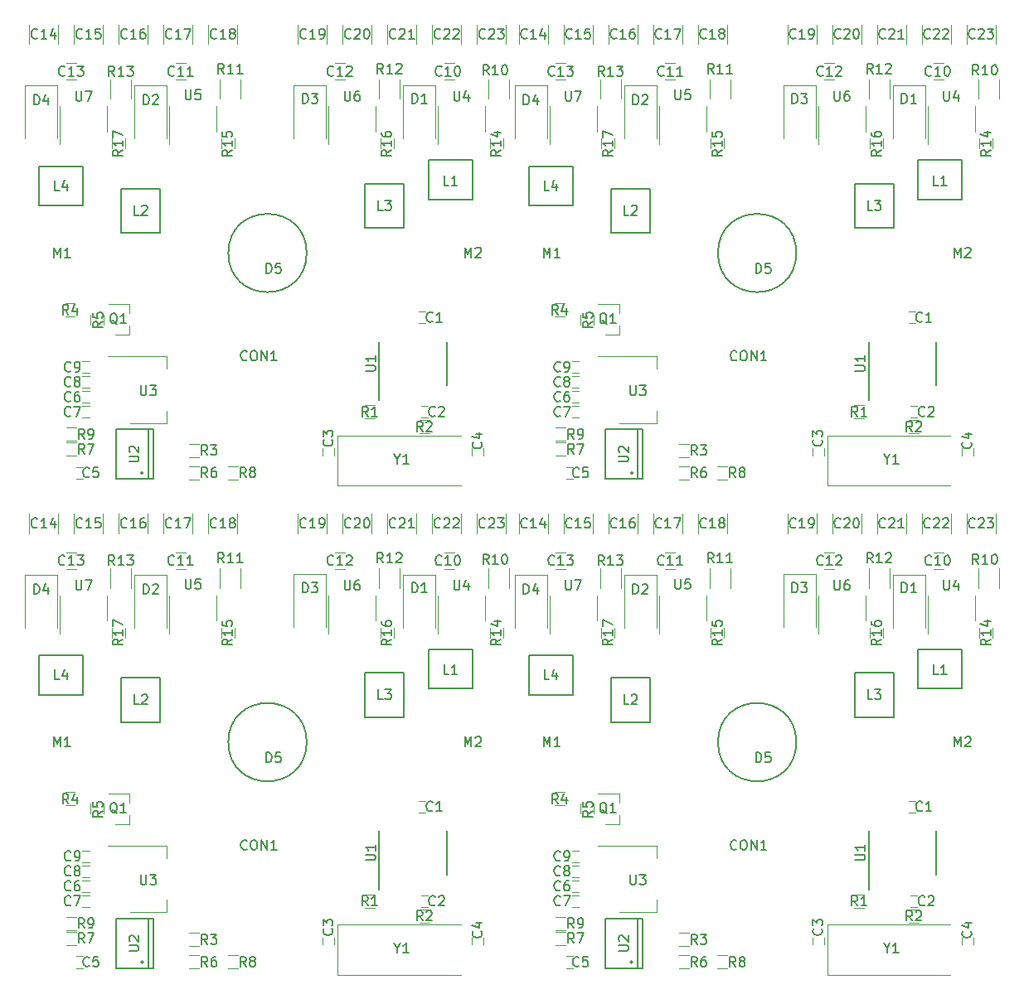
<source format=gto>
G04 #@! TF.GenerationSoftware,KiCad,Pcbnew,5.1.4*
G04 #@! TF.CreationDate,2019-08-27T21:41:19+02:00*
G04 #@! TF.ProjectId,led_pixel_stm32f030_x4,6c65645f-7069-4786-956c-5f73746d3332,1.1*
G04 #@! TF.SameCoordinates,Original*
G04 #@! TF.FileFunction,Legend,Top*
G04 #@! TF.FilePolarity,Positive*
%FSLAX46Y46*%
G04 Gerber Fmt 4.6, Leading zero omitted, Abs format (unit mm)*
G04 Created by KiCad (PCBNEW 5.1.4) date 2019-08-27 21:41:19*
%MOMM*%
%LPD*%
G04 APERTURE LIST*
%ADD10C,0.120000*%
%ADD11C,0.150000*%
G04 APERTURE END LIST*
D10*
X136052000Y-108648000D02*
X136052000Y-106648000D01*
X133092000Y-106648000D02*
X133092000Y-108648000D01*
X123948000Y-106648000D02*
X123948000Y-108648000D01*
X126908000Y-108648000D02*
X126908000Y-106648000D01*
X119376000Y-106648000D02*
X119376000Y-108648000D01*
X122336000Y-108648000D02*
X122336000Y-106648000D01*
X114804000Y-106648000D02*
X114804000Y-108648000D01*
X117764000Y-108648000D02*
X117764000Y-106648000D01*
X110232000Y-106648000D02*
X110232000Y-108648000D01*
X113192000Y-108648000D02*
X113192000Y-106648000D01*
X108620000Y-108648000D02*
X108620000Y-106648000D01*
X105660000Y-106648000D02*
X105660000Y-108648000D01*
D11*
X134000000Y-130000000D02*
G75*
G03X134000000Y-130000000I-4000000J0D01*
G01*
D10*
X121610000Y-110608000D02*
X120610000Y-110608000D01*
X120610000Y-112308000D02*
X121610000Y-112308000D01*
X115926400Y-138387200D02*
X115926400Y-137457200D01*
X115926400Y-135227200D02*
X115926400Y-136157200D01*
X115926400Y-135227200D02*
X113766400Y-135227200D01*
X115926400Y-138387200D02*
X114466400Y-138387200D01*
X149042000Y-110608000D02*
X148042000Y-110608000D01*
X148042000Y-112308000D02*
X149042000Y-112308000D01*
X111108000Y-141084000D02*
X111808000Y-141084000D01*
X111808000Y-142284000D02*
X111108000Y-142284000D01*
X151380000Y-106648000D02*
X151380000Y-108648000D01*
X154340000Y-108648000D02*
X154340000Y-106648000D01*
X149768000Y-108648000D02*
X149768000Y-106648000D01*
X146808000Y-106648000D02*
X146808000Y-108648000D01*
X145196000Y-108648000D02*
X145196000Y-106648000D01*
X142236000Y-106648000D02*
X142236000Y-108648000D01*
X140624000Y-108648000D02*
X140624000Y-106648000D01*
X137664000Y-106648000D02*
X137664000Y-108648000D01*
X126616000Y-118324000D02*
X126616000Y-119324000D01*
X125256000Y-119324000D02*
X125256000Y-118324000D01*
X147144000Y-112884000D02*
X147144000Y-118284000D01*
X143844000Y-112884000D02*
X143844000Y-118284000D01*
X147144000Y-112884000D02*
X143844000Y-112884000D01*
D11*
X143938000Y-127424000D02*
X139938000Y-127424000D01*
X143938000Y-122924000D02*
X143938000Y-127424000D01*
X139938000Y-122924000D02*
X143938000Y-122924000D01*
X139938000Y-127424000D02*
X139938000Y-122924000D01*
D10*
X136866000Y-112308000D02*
X137866000Y-112308000D01*
X137866000Y-110608000D02*
X136866000Y-110608000D01*
X113944000Y-114236000D02*
X113944000Y-112236000D01*
X116084000Y-112236000D02*
X116084000Y-114236000D01*
X113306400Y-136307200D02*
X113306400Y-137307200D01*
X111946400Y-137307200D02*
X111946400Y-136307200D01*
X146161200Y-137203800D02*
X145461200Y-137203800D01*
X145461200Y-136003800D02*
X146161200Y-136003800D01*
X114080000Y-119324000D02*
X114080000Y-118324000D01*
X115440000Y-118324000D02*
X115440000Y-119324000D01*
X119718000Y-147380000D02*
X119718000Y-146120000D01*
X119718000Y-140560000D02*
X119718000Y-141820000D01*
X115958000Y-147380000D02*
X119718000Y-147380000D01*
X113708000Y-140560000D02*
X119718000Y-140560000D01*
D11*
X148309000Y-143528000D02*
X148309000Y-139078000D01*
X141409000Y-145053000D02*
X141409000Y-139078000D01*
X150919000Y-120507000D02*
X150919000Y-124507000D01*
X146419000Y-120507000D02*
X150919000Y-120507000D01*
X146419000Y-124507000D02*
X146419000Y-120507000D01*
X150919000Y-124507000D02*
X146419000Y-124507000D01*
D10*
X147412000Y-118884000D02*
X147412000Y-114984000D01*
X152212000Y-114984000D02*
X152212000Y-117584000D01*
X123007000Y-153159000D02*
X122007000Y-153159000D01*
X122007000Y-151799000D02*
X123007000Y-151799000D01*
X145654500Y-145656000D02*
X146354500Y-145656000D01*
X146354500Y-146856000D02*
X145654500Y-146856000D01*
X119712000Y-112884000D02*
X116412000Y-112884000D01*
X116412000Y-112884000D02*
X116412000Y-118284000D01*
X119712000Y-112884000D02*
X119712000Y-118284000D01*
X111808000Y-143808000D02*
X111108000Y-143808000D01*
X111108000Y-142608000D02*
X111808000Y-142608000D01*
X149743000Y-148659000D02*
X137143000Y-148659000D01*
X137143000Y-148659000D02*
X137143000Y-153759000D01*
X137143000Y-153759000D02*
X149743000Y-153759000D01*
X136236000Y-118884000D02*
X136236000Y-114984000D01*
X141036000Y-114984000D02*
X141036000Y-117584000D01*
X139914000Y-145576000D02*
X140914000Y-145576000D01*
X140914000Y-146936000D02*
X139914000Y-146936000D01*
X152552000Y-114236000D02*
X152552000Y-112236000D01*
X154692000Y-112236000D02*
X154692000Y-114236000D01*
X135623000Y-150670000D02*
X135623000Y-149970000D01*
X136823000Y-149970000D02*
X136823000Y-150670000D01*
X110332400Y-136471200D02*
X109332400Y-136471200D01*
X109332400Y-135111200D02*
X110332400Y-135111200D01*
X111808000Y-146856000D02*
X111108000Y-146856000D01*
X111108000Y-145656000D02*
X111808000Y-145656000D01*
X109434000Y-149386000D02*
X110434000Y-149386000D01*
X110434000Y-150746000D02*
X109434000Y-150746000D01*
X125944000Y-151799000D02*
X126944000Y-151799000D01*
X126944000Y-153159000D02*
X125944000Y-153159000D01*
X135968000Y-112858600D02*
X132668000Y-112858600D01*
X132668000Y-112858600D02*
X132668000Y-118258600D01*
X135968000Y-112858600D02*
X135968000Y-118258600D01*
X152063000Y-149970000D02*
X152063000Y-150670000D01*
X150863000Y-150670000D02*
X150863000Y-149970000D01*
X141512000Y-119324000D02*
X141512000Y-118324000D01*
X142872000Y-118324000D02*
X142872000Y-119324000D01*
D11*
X117300000Y-152479000D02*
G75*
G03X117300000Y-152479000I-127000J0D01*
G01*
X117808000Y-153114000D02*
X117808000Y-148034000D01*
X114506000Y-153114000D02*
X114506000Y-148034000D01*
X118316000Y-153114000D02*
X118316000Y-148034000D01*
X118316000Y-153114000D02*
X114506000Y-153114000D01*
X118316000Y-148034000D02*
X114506000Y-148034000D01*
D10*
X145502000Y-147100000D02*
X146502000Y-147100000D01*
X146502000Y-148460000D02*
X145502000Y-148460000D01*
X154048000Y-118324000D02*
X154048000Y-119324000D01*
X152688000Y-119324000D02*
X152688000Y-118324000D01*
X108536000Y-112884000D02*
X108536000Y-118284000D01*
X105236000Y-112884000D02*
X105236000Y-118284000D01*
X108536000Y-112884000D02*
X105236000Y-112884000D01*
X111108000Y-144132000D02*
X111808000Y-144132000D01*
X111808000Y-145332000D02*
X111108000Y-145332000D01*
X127260000Y-112236000D02*
X127260000Y-114236000D01*
X125120000Y-114236000D02*
X125120000Y-112236000D01*
D11*
X115046000Y-127932000D02*
X115046000Y-123432000D01*
X115046000Y-123432000D02*
X119046000Y-123432000D01*
X119046000Y-123432000D02*
X119046000Y-127932000D01*
X119046000Y-127932000D02*
X115046000Y-127932000D01*
D10*
X119980000Y-118884000D02*
X119980000Y-114984000D01*
X124780000Y-114984000D02*
X124780000Y-117584000D01*
X111173000Y-153079000D02*
X110473000Y-153079000D01*
X110473000Y-151879000D02*
X111173000Y-151879000D01*
X109434000Y-147862000D02*
X110434000Y-147862000D01*
X110434000Y-149222000D02*
X109434000Y-149222000D01*
X110434000Y-110608000D02*
X109434000Y-110608000D01*
X109434000Y-112308000D02*
X110434000Y-112308000D01*
X108804000Y-118884000D02*
X108804000Y-114984000D01*
X113604000Y-114984000D02*
X113604000Y-117584000D01*
X122007000Y-149513000D02*
X123007000Y-149513000D01*
X123007000Y-150873000D02*
X122007000Y-150873000D01*
X143516000Y-112236000D02*
X143516000Y-114236000D01*
X141376000Y-114236000D02*
X141376000Y-112236000D01*
D11*
X111168000Y-125142000D02*
X106668000Y-125142000D01*
X106668000Y-125142000D02*
X106668000Y-121142000D01*
X106668000Y-121142000D02*
X111168000Y-121142000D01*
X111168000Y-121142000D02*
X111168000Y-125142000D01*
D10*
X86052000Y-108648000D02*
X86052000Y-106648000D01*
X83092000Y-106648000D02*
X83092000Y-108648000D01*
X73948000Y-106648000D02*
X73948000Y-108648000D01*
X76908000Y-108648000D02*
X76908000Y-106648000D01*
X69376000Y-106648000D02*
X69376000Y-108648000D01*
X72336000Y-108648000D02*
X72336000Y-106648000D01*
X64804000Y-106648000D02*
X64804000Y-108648000D01*
X67764000Y-108648000D02*
X67764000Y-106648000D01*
X60232000Y-106648000D02*
X60232000Y-108648000D01*
X63192000Y-108648000D02*
X63192000Y-106648000D01*
X58620000Y-108648000D02*
X58620000Y-106648000D01*
X55660000Y-106648000D02*
X55660000Y-108648000D01*
D11*
X84000000Y-130000000D02*
G75*
G03X84000000Y-130000000I-4000000J0D01*
G01*
D10*
X71610000Y-110608000D02*
X70610000Y-110608000D01*
X70610000Y-112308000D02*
X71610000Y-112308000D01*
X65926400Y-138387200D02*
X65926400Y-137457200D01*
X65926400Y-135227200D02*
X65926400Y-136157200D01*
X65926400Y-135227200D02*
X63766400Y-135227200D01*
X65926400Y-138387200D02*
X64466400Y-138387200D01*
X99042000Y-110608000D02*
X98042000Y-110608000D01*
X98042000Y-112308000D02*
X99042000Y-112308000D01*
X61108000Y-141084000D02*
X61808000Y-141084000D01*
X61808000Y-142284000D02*
X61108000Y-142284000D01*
X101380000Y-106648000D02*
X101380000Y-108648000D01*
X104340000Y-108648000D02*
X104340000Y-106648000D01*
X99768000Y-108648000D02*
X99768000Y-106648000D01*
X96808000Y-106648000D02*
X96808000Y-108648000D01*
X95196000Y-108648000D02*
X95196000Y-106648000D01*
X92236000Y-106648000D02*
X92236000Y-108648000D01*
X90624000Y-108648000D02*
X90624000Y-106648000D01*
X87664000Y-106648000D02*
X87664000Y-108648000D01*
X76616000Y-118324000D02*
X76616000Y-119324000D01*
X75256000Y-119324000D02*
X75256000Y-118324000D01*
X97144000Y-112884000D02*
X97144000Y-118284000D01*
X93844000Y-112884000D02*
X93844000Y-118284000D01*
X97144000Y-112884000D02*
X93844000Y-112884000D01*
D11*
X93938000Y-127424000D02*
X89938000Y-127424000D01*
X93938000Y-122924000D02*
X93938000Y-127424000D01*
X89938000Y-122924000D02*
X93938000Y-122924000D01*
X89938000Y-127424000D02*
X89938000Y-122924000D01*
D10*
X86866000Y-112308000D02*
X87866000Y-112308000D01*
X87866000Y-110608000D02*
X86866000Y-110608000D01*
X63944000Y-114236000D02*
X63944000Y-112236000D01*
X66084000Y-112236000D02*
X66084000Y-114236000D01*
X63306400Y-136307200D02*
X63306400Y-137307200D01*
X61946400Y-137307200D02*
X61946400Y-136307200D01*
X96161200Y-137203800D02*
X95461200Y-137203800D01*
X95461200Y-136003800D02*
X96161200Y-136003800D01*
X64080000Y-119324000D02*
X64080000Y-118324000D01*
X65440000Y-118324000D02*
X65440000Y-119324000D01*
X69718000Y-147380000D02*
X69718000Y-146120000D01*
X69718000Y-140560000D02*
X69718000Y-141820000D01*
X65958000Y-147380000D02*
X69718000Y-147380000D01*
X63708000Y-140560000D02*
X69718000Y-140560000D01*
D11*
X98309000Y-143528000D02*
X98309000Y-139078000D01*
X91409000Y-145053000D02*
X91409000Y-139078000D01*
X100919000Y-120507000D02*
X100919000Y-124507000D01*
X96419000Y-120507000D02*
X100919000Y-120507000D01*
X96419000Y-124507000D02*
X96419000Y-120507000D01*
X100919000Y-124507000D02*
X96419000Y-124507000D01*
D10*
X97412000Y-118884000D02*
X97412000Y-114984000D01*
X102212000Y-114984000D02*
X102212000Y-117584000D01*
X73007000Y-153159000D02*
X72007000Y-153159000D01*
X72007000Y-151799000D02*
X73007000Y-151799000D01*
X95654500Y-145656000D02*
X96354500Y-145656000D01*
X96354500Y-146856000D02*
X95654500Y-146856000D01*
X69712000Y-112884000D02*
X66412000Y-112884000D01*
X66412000Y-112884000D02*
X66412000Y-118284000D01*
X69712000Y-112884000D02*
X69712000Y-118284000D01*
X61808000Y-143808000D02*
X61108000Y-143808000D01*
X61108000Y-142608000D02*
X61808000Y-142608000D01*
X99743000Y-148659000D02*
X87143000Y-148659000D01*
X87143000Y-148659000D02*
X87143000Y-153759000D01*
X87143000Y-153759000D02*
X99743000Y-153759000D01*
X86236000Y-118884000D02*
X86236000Y-114984000D01*
X91036000Y-114984000D02*
X91036000Y-117584000D01*
X89914000Y-145576000D02*
X90914000Y-145576000D01*
X90914000Y-146936000D02*
X89914000Y-146936000D01*
X102552000Y-114236000D02*
X102552000Y-112236000D01*
X104692000Y-112236000D02*
X104692000Y-114236000D01*
X85623000Y-150670000D02*
X85623000Y-149970000D01*
X86823000Y-149970000D02*
X86823000Y-150670000D01*
X60332400Y-136471200D02*
X59332400Y-136471200D01*
X59332400Y-135111200D02*
X60332400Y-135111200D01*
X61808000Y-146856000D02*
X61108000Y-146856000D01*
X61108000Y-145656000D02*
X61808000Y-145656000D01*
X59434000Y-149386000D02*
X60434000Y-149386000D01*
X60434000Y-150746000D02*
X59434000Y-150746000D01*
X75944000Y-151799000D02*
X76944000Y-151799000D01*
X76944000Y-153159000D02*
X75944000Y-153159000D01*
X85968000Y-112858600D02*
X82668000Y-112858600D01*
X82668000Y-112858600D02*
X82668000Y-118258600D01*
X85968000Y-112858600D02*
X85968000Y-118258600D01*
X102063000Y-149970000D02*
X102063000Y-150670000D01*
X100863000Y-150670000D02*
X100863000Y-149970000D01*
X91512000Y-119324000D02*
X91512000Y-118324000D01*
X92872000Y-118324000D02*
X92872000Y-119324000D01*
D11*
X67300000Y-152479000D02*
G75*
G03X67300000Y-152479000I-127000J0D01*
G01*
X67808000Y-153114000D02*
X67808000Y-148034000D01*
X64506000Y-153114000D02*
X64506000Y-148034000D01*
X68316000Y-153114000D02*
X68316000Y-148034000D01*
X68316000Y-153114000D02*
X64506000Y-153114000D01*
X68316000Y-148034000D02*
X64506000Y-148034000D01*
D10*
X95502000Y-147100000D02*
X96502000Y-147100000D01*
X96502000Y-148460000D02*
X95502000Y-148460000D01*
X104048000Y-118324000D02*
X104048000Y-119324000D01*
X102688000Y-119324000D02*
X102688000Y-118324000D01*
X58536000Y-112884000D02*
X58536000Y-118284000D01*
X55236000Y-112884000D02*
X55236000Y-118284000D01*
X58536000Y-112884000D02*
X55236000Y-112884000D01*
X61108000Y-144132000D02*
X61808000Y-144132000D01*
X61808000Y-145332000D02*
X61108000Y-145332000D01*
X77260000Y-112236000D02*
X77260000Y-114236000D01*
X75120000Y-114236000D02*
X75120000Y-112236000D01*
D11*
X65046000Y-127932000D02*
X65046000Y-123432000D01*
X65046000Y-123432000D02*
X69046000Y-123432000D01*
X69046000Y-123432000D02*
X69046000Y-127932000D01*
X69046000Y-127932000D02*
X65046000Y-127932000D01*
D10*
X69980000Y-118884000D02*
X69980000Y-114984000D01*
X74780000Y-114984000D02*
X74780000Y-117584000D01*
X61173000Y-153079000D02*
X60473000Y-153079000D01*
X60473000Y-151879000D02*
X61173000Y-151879000D01*
X59434000Y-147862000D02*
X60434000Y-147862000D01*
X60434000Y-149222000D02*
X59434000Y-149222000D01*
X60434000Y-110608000D02*
X59434000Y-110608000D01*
X59434000Y-112308000D02*
X60434000Y-112308000D01*
X58804000Y-118884000D02*
X58804000Y-114984000D01*
X63604000Y-114984000D02*
X63604000Y-117584000D01*
X72007000Y-149513000D02*
X73007000Y-149513000D01*
X73007000Y-150873000D02*
X72007000Y-150873000D01*
X93516000Y-112236000D02*
X93516000Y-114236000D01*
X91376000Y-114236000D02*
X91376000Y-112236000D01*
D11*
X61168000Y-125142000D02*
X56668000Y-125142000D01*
X56668000Y-125142000D02*
X56668000Y-121142000D01*
X56668000Y-121142000D02*
X61168000Y-121142000D01*
X61168000Y-121142000D02*
X61168000Y-125142000D01*
D10*
X136052000Y-58648000D02*
X136052000Y-56648000D01*
X133092000Y-56648000D02*
X133092000Y-58648000D01*
X123948000Y-56648000D02*
X123948000Y-58648000D01*
X126908000Y-58648000D02*
X126908000Y-56648000D01*
X119376000Y-56648000D02*
X119376000Y-58648000D01*
X122336000Y-58648000D02*
X122336000Y-56648000D01*
X114804000Y-56648000D02*
X114804000Y-58648000D01*
X117764000Y-58648000D02*
X117764000Y-56648000D01*
X110232000Y-56648000D02*
X110232000Y-58648000D01*
X113192000Y-58648000D02*
X113192000Y-56648000D01*
X108620000Y-58648000D02*
X108620000Y-56648000D01*
X105660000Y-56648000D02*
X105660000Y-58648000D01*
D11*
X134000000Y-80000000D02*
G75*
G03X134000000Y-80000000I-4000000J0D01*
G01*
D10*
X121610000Y-60608000D02*
X120610000Y-60608000D01*
X120610000Y-62308000D02*
X121610000Y-62308000D01*
X115926400Y-88387200D02*
X115926400Y-87457200D01*
X115926400Y-85227200D02*
X115926400Y-86157200D01*
X115926400Y-85227200D02*
X113766400Y-85227200D01*
X115926400Y-88387200D02*
X114466400Y-88387200D01*
X149042000Y-60608000D02*
X148042000Y-60608000D01*
X148042000Y-62308000D02*
X149042000Y-62308000D01*
X111108000Y-91084000D02*
X111808000Y-91084000D01*
X111808000Y-92284000D02*
X111108000Y-92284000D01*
X151380000Y-56648000D02*
X151380000Y-58648000D01*
X154340000Y-58648000D02*
X154340000Y-56648000D01*
X149768000Y-58648000D02*
X149768000Y-56648000D01*
X146808000Y-56648000D02*
X146808000Y-58648000D01*
X145196000Y-58648000D02*
X145196000Y-56648000D01*
X142236000Y-56648000D02*
X142236000Y-58648000D01*
X140624000Y-58648000D02*
X140624000Y-56648000D01*
X137664000Y-56648000D02*
X137664000Y-58648000D01*
X126616000Y-68324000D02*
X126616000Y-69324000D01*
X125256000Y-69324000D02*
X125256000Y-68324000D01*
X147144000Y-62884000D02*
X147144000Y-68284000D01*
X143844000Y-62884000D02*
X143844000Y-68284000D01*
X147144000Y-62884000D02*
X143844000Y-62884000D01*
D11*
X143938000Y-77424000D02*
X139938000Y-77424000D01*
X143938000Y-72924000D02*
X143938000Y-77424000D01*
X139938000Y-72924000D02*
X143938000Y-72924000D01*
X139938000Y-77424000D02*
X139938000Y-72924000D01*
D10*
X136866000Y-62308000D02*
X137866000Y-62308000D01*
X137866000Y-60608000D02*
X136866000Y-60608000D01*
X113944000Y-64236000D02*
X113944000Y-62236000D01*
X116084000Y-62236000D02*
X116084000Y-64236000D01*
X113306400Y-86307200D02*
X113306400Y-87307200D01*
X111946400Y-87307200D02*
X111946400Y-86307200D01*
X146161200Y-87203800D02*
X145461200Y-87203800D01*
X145461200Y-86003800D02*
X146161200Y-86003800D01*
X114080000Y-69324000D02*
X114080000Y-68324000D01*
X115440000Y-68324000D02*
X115440000Y-69324000D01*
X119718000Y-97380000D02*
X119718000Y-96120000D01*
X119718000Y-90560000D02*
X119718000Y-91820000D01*
X115958000Y-97380000D02*
X119718000Y-97380000D01*
X113708000Y-90560000D02*
X119718000Y-90560000D01*
D11*
X148309000Y-93528000D02*
X148309000Y-89078000D01*
X141409000Y-95053000D02*
X141409000Y-89078000D01*
X150919000Y-70507000D02*
X150919000Y-74507000D01*
X146419000Y-70507000D02*
X150919000Y-70507000D01*
X146419000Y-74507000D02*
X146419000Y-70507000D01*
X150919000Y-74507000D02*
X146419000Y-74507000D01*
D10*
X147412000Y-68884000D02*
X147412000Y-64984000D01*
X152212000Y-64984000D02*
X152212000Y-67584000D01*
X123007000Y-103159000D02*
X122007000Y-103159000D01*
X122007000Y-101799000D02*
X123007000Y-101799000D01*
X145654500Y-95656000D02*
X146354500Y-95656000D01*
X146354500Y-96856000D02*
X145654500Y-96856000D01*
X119712000Y-62884000D02*
X116412000Y-62884000D01*
X116412000Y-62884000D02*
X116412000Y-68284000D01*
X119712000Y-62884000D02*
X119712000Y-68284000D01*
X111808000Y-93808000D02*
X111108000Y-93808000D01*
X111108000Y-92608000D02*
X111808000Y-92608000D01*
X149743000Y-98659000D02*
X137143000Y-98659000D01*
X137143000Y-98659000D02*
X137143000Y-103759000D01*
X137143000Y-103759000D02*
X149743000Y-103759000D01*
X136236000Y-68884000D02*
X136236000Y-64984000D01*
X141036000Y-64984000D02*
X141036000Y-67584000D01*
X139914000Y-95576000D02*
X140914000Y-95576000D01*
X140914000Y-96936000D02*
X139914000Y-96936000D01*
X152552000Y-64236000D02*
X152552000Y-62236000D01*
X154692000Y-62236000D02*
X154692000Y-64236000D01*
X135623000Y-100670000D02*
X135623000Y-99970000D01*
X136823000Y-99970000D02*
X136823000Y-100670000D01*
X110332400Y-86471200D02*
X109332400Y-86471200D01*
X109332400Y-85111200D02*
X110332400Y-85111200D01*
X111808000Y-96856000D02*
X111108000Y-96856000D01*
X111108000Y-95656000D02*
X111808000Y-95656000D01*
X109434000Y-99386000D02*
X110434000Y-99386000D01*
X110434000Y-100746000D02*
X109434000Y-100746000D01*
X125944000Y-101799000D02*
X126944000Y-101799000D01*
X126944000Y-103159000D02*
X125944000Y-103159000D01*
X135968000Y-62858600D02*
X132668000Y-62858600D01*
X132668000Y-62858600D02*
X132668000Y-68258600D01*
X135968000Y-62858600D02*
X135968000Y-68258600D01*
X152063000Y-99970000D02*
X152063000Y-100670000D01*
X150863000Y-100670000D02*
X150863000Y-99970000D01*
X141512000Y-69324000D02*
X141512000Y-68324000D01*
X142872000Y-68324000D02*
X142872000Y-69324000D01*
D11*
X117300000Y-102479000D02*
G75*
G03X117300000Y-102479000I-127000J0D01*
G01*
X117808000Y-103114000D02*
X117808000Y-98034000D01*
X114506000Y-103114000D02*
X114506000Y-98034000D01*
X118316000Y-103114000D02*
X118316000Y-98034000D01*
X118316000Y-103114000D02*
X114506000Y-103114000D01*
X118316000Y-98034000D02*
X114506000Y-98034000D01*
D10*
X145502000Y-97100000D02*
X146502000Y-97100000D01*
X146502000Y-98460000D02*
X145502000Y-98460000D01*
X154048000Y-68324000D02*
X154048000Y-69324000D01*
X152688000Y-69324000D02*
X152688000Y-68324000D01*
X108536000Y-62884000D02*
X108536000Y-68284000D01*
X105236000Y-62884000D02*
X105236000Y-68284000D01*
X108536000Y-62884000D02*
X105236000Y-62884000D01*
X111108000Y-94132000D02*
X111808000Y-94132000D01*
X111808000Y-95332000D02*
X111108000Y-95332000D01*
X127260000Y-62236000D02*
X127260000Y-64236000D01*
X125120000Y-64236000D02*
X125120000Y-62236000D01*
D11*
X115046000Y-77932000D02*
X115046000Y-73432000D01*
X115046000Y-73432000D02*
X119046000Y-73432000D01*
X119046000Y-73432000D02*
X119046000Y-77932000D01*
X119046000Y-77932000D02*
X115046000Y-77932000D01*
D10*
X119980000Y-68884000D02*
X119980000Y-64984000D01*
X124780000Y-64984000D02*
X124780000Y-67584000D01*
X111173000Y-103079000D02*
X110473000Y-103079000D01*
X110473000Y-101879000D02*
X111173000Y-101879000D01*
X109434000Y-97862000D02*
X110434000Y-97862000D01*
X110434000Y-99222000D02*
X109434000Y-99222000D01*
X110434000Y-60608000D02*
X109434000Y-60608000D01*
X109434000Y-62308000D02*
X110434000Y-62308000D01*
X108804000Y-68884000D02*
X108804000Y-64984000D01*
X113604000Y-64984000D02*
X113604000Y-67584000D01*
X122007000Y-99513000D02*
X123007000Y-99513000D01*
X123007000Y-100873000D02*
X122007000Y-100873000D01*
X143516000Y-62236000D02*
X143516000Y-64236000D01*
X141376000Y-64236000D02*
X141376000Y-62236000D01*
D11*
X111168000Y-75142000D02*
X106668000Y-75142000D01*
X106668000Y-75142000D02*
X106668000Y-71142000D01*
X106668000Y-71142000D02*
X111168000Y-71142000D01*
X111168000Y-71142000D02*
X111168000Y-75142000D01*
X84000000Y-80000000D02*
G75*
G03X84000000Y-80000000I-4000000J0D01*
G01*
X61168000Y-71142000D02*
X61168000Y-75142000D01*
X56668000Y-71142000D02*
X61168000Y-71142000D01*
X56668000Y-75142000D02*
X56668000Y-71142000D01*
X61168000Y-75142000D02*
X56668000Y-75142000D01*
D10*
X65926400Y-88387200D02*
X64466400Y-88387200D01*
X65926400Y-85227200D02*
X63766400Y-85227200D01*
X65926400Y-85227200D02*
X65926400Y-86157200D01*
X65926400Y-88387200D02*
X65926400Y-87457200D01*
X60473000Y-101879000D02*
X61173000Y-101879000D01*
X61173000Y-103079000D02*
X60473000Y-103079000D01*
X95461200Y-86003800D02*
X96161200Y-86003800D01*
X96161200Y-87203800D02*
X95461200Y-87203800D01*
X96354500Y-96856000D02*
X95654500Y-96856000D01*
X95654500Y-95656000D02*
X96354500Y-95656000D01*
X86823000Y-99970000D02*
X86823000Y-100670000D01*
X85623000Y-100670000D02*
X85623000Y-99970000D01*
X100863000Y-100670000D02*
X100863000Y-99970000D01*
X102063000Y-99970000D02*
X102063000Y-100670000D01*
X61808000Y-95332000D02*
X61108000Y-95332000D01*
X61108000Y-94132000D02*
X61808000Y-94132000D01*
X61108000Y-95656000D02*
X61808000Y-95656000D01*
X61808000Y-96856000D02*
X61108000Y-96856000D01*
X61108000Y-92608000D02*
X61808000Y-92608000D01*
X61808000Y-93808000D02*
X61108000Y-93808000D01*
X61808000Y-92284000D02*
X61108000Y-92284000D01*
X61108000Y-91084000D02*
X61808000Y-91084000D01*
X98042000Y-62308000D02*
X99042000Y-62308000D01*
X99042000Y-60608000D02*
X98042000Y-60608000D01*
X70610000Y-62308000D02*
X71610000Y-62308000D01*
X71610000Y-60608000D02*
X70610000Y-60608000D01*
X87866000Y-60608000D02*
X86866000Y-60608000D01*
X86866000Y-62308000D02*
X87866000Y-62308000D01*
X59434000Y-62308000D02*
X60434000Y-62308000D01*
X60434000Y-60608000D02*
X59434000Y-60608000D01*
X97144000Y-62884000D02*
X93844000Y-62884000D01*
X93844000Y-62884000D02*
X93844000Y-68284000D01*
X97144000Y-62884000D02*
X97144000Y-68284000D01*
X69712000Y-62884000D02*
X69712000Y-68284000D01*
X66412000Y-62884000D02*
X66412000Y-68284000D01*
X69712000Y-62884000D02*
X66412000Y-62884000D01*
X85968000Y-62858600D02*
X85968000Y-68258600D01*
X82668000Y-62858600D02*
X82668000Y-68258600D01*
X85968000Y-62858600D02*
X82668000Y-62858600D01*
X58536000Y-62884000D02*
X55236000Y-62884000D01*
X55236000Y-62884000D02*
X55236000Y-68284000D01*
X58536000Y-62884000D02*
X58536000Y-68284000D01*
D11*
X100919000Y-74507000D02*
X96419000Y-74507000D01*
X96419000Y-74507000D02*
X96419000Y-70507000D01*
X96419000Y-70507000D02*
X100919000Y-70507000D01*
X100919000Y-70507000D02*
X100919000Y-74507000D01*
X69046000Y-77932000D02*
X65046000Y-77932000D01*
X69046000Y-73432000D02*
X69046000Y-77932000D01*
X65046000Y-73432000D02*
X69046000Y-73432000D01*
X65046000Y-77932000D02*
X65046000Y-73432000D01*
X89938000Y-77424000D02*
X89938000Y-72924000D01*
X89938000Y-72924000D02*
X93938000Y-72924000D01*
X93938000Y-72924000D02*
X93938000Y-77424000D01*
X93938000Y-77424000D02*
X89938000Y-77424000D01*
D10*
X90914000Y-96936000D02*
X89914000Y-96936000D01*
X89914000Y-95576000D02*
X90914000Y-95576000D01*
X73007000Y-100873000D02*
X72007000Y-100873000D01*
X72007000Y-99513000D02*
X73007000Y-99513000D01*
X59332400Y-85111200D02*
X60332400Y-85111200D01*
X60332400Y-86471200D02*
X59332400Y-86471200D01*
X61946400Y-87307200D02*
X61946400Y-86307200D01*
X63306400Y-86307200D02*
X63306400Y-87307200D01*
X72007000Y-101799000D02*
X73007000Y-101799000D01*
X73007000Y-103159000D02*
X72007000Y-103159000D01*
X60434000Y-100746000D02*
X59434000Y-100746000D01*
X59434000Y-99386000D02*
X60434000Y-99386000D01*
X76944000Y-103159000D02*
X75944000Y-103159000D01*
X75944000Y-101799000D02*
X76944000Y-101799000D01*
X60434000Y-99222000D02*
X59434000Y-99222000D01*
X59434000Y-97862000D02*
X60434000Y-97862000D01*
X104692000Y-62236000D02*
X104692000Y-64236000D01*
X102552000Y-64236000D02*
X102552000Y-62236000D01*
X75120000Y-64236000D02*
X75120000Y-62236000D01*
X77260000Y-62236000D02*
X77260000Y-64236000D01*
X91376000Y-64236000D02*
X91376000Y-62236000D01*
X93516000Y-62236000D02*
X93516000Y-64236000D01*
X66084000Y-62236000D02*
X66084000Y-64236000D01*
X63944000Y-64236000D02*
X63944000Y-62236000D01*
X102688000Y-69324000D02*
X102688000Y-68324000D01*
X104048000Y-68324000D02*
X104048000Y-69324000D01*
X75256000Y-69324000D02*
X75256000Y-68324000D01*
X76616000Y-68324000D02*
X76616000Y-69324000D01*
X92872000Y-68324000D02*
X92872000Y-69324000D01*
X91512000Y-69324000D02*
X91512000Y-68324000D01*
X65440000Y-68324000D02*
X65440000Y-69324000D01*
X64080000Y-69324000D02*
X64080000Y-68324000D01*
D11*
X91409000Y-95053000D02*
X91409000Y-89078000D01*
X98309000Y-93528000D02*
X98309000Y-89078000D01*
X68316000Y-98034000D02*
X64506000Y-98034000D01*
X68316000Y-103114000D02*
X64506000Y-103114000D01*
X68316000Y-103114000D02*
X68316000Y-98034000D01*
X64506000Y-103114000D02*
X64506000Y-98034000D01*
X67808000Y-103114000D02*
X67808000Y-98034000D01*
X67300000Y-102479000D02*
G75*
G03X67300000Y-102479000I-127000J0D01*
G01*
D10*
X63708000Y-90560000D02*
X69718000Y-90560000D01*
X65958000Y-97380000D02*
X69718000Y-97380000D01*
X69718000Y-90560000D02*
X69718000Y-91820000D01*
X69718000Y-97380000D02*
X69718000Y-96120000D01*
X102212000Y-64984000D02*
X102212000Y-67584000D01*
X97412000Y-68884000D02*
X97412000Y-64984000D01*
X74780000Y-64984000D02*
X74780000Y-67584000D01*
X69980000Y-68884000D02*
X69980000Y-64984000D01*
X91036000Y-64984000D02*
X91036000Y-67584000D01*
X86236000Y-68884000D02*
X86236000Y-64984000D01*
X63604000Y-64984000D02*
X63604000Y-67584000D01*
X58804000Y-68884000D02*
X58804000Y-64984000D01*
X87143000Y-103759000D02*
X99743000Y-103759000D01*
X87143000Y-98659000D02*
X87143000Y-103759000D01*
X99743000Y-98659000D02*
X87143000Y-98659000D01*
X96502000Y-98460000D02*
X95502000Y-98460000D01*
X95502000Y-97100000D02*
X96502000Y-97100000D01*
X55660000Y-56648000D02*
X55660000Y-58648000D01*
X58620000Y-58648000D02*
X58620000Y-56648000D01*
X63192000Y-58648000D02*
X63192000Y-56648000D01*
X60232000Y-56648000D02*
X60232000Y-58648000D01*
X67764000Y-58648000D02*
X67764000Y-56648000D01*
X64804000Y-56648000D02*
X64804000Y-58648000D01*
X72336000Y-58648000D02*
X72336000Y-56648000D01*
X69376000Y-56648000D02*
X69376000Y-58648000D01*
X76908000Y-58648000D02*
X76908000Y-56648000D01*
X73948000Y-56648000D02*
X73948000Y-58648000D01*
X83092000Y-56648000D02*
X83092000Y-58648000D01*
X86052000Y-58648000D02*
X86052000Y-56648000D01*
X87664000Y-56648000D02*
X87664000Y-58648000D01*
X90624000Y-58648000D02*
X90624000Y-56648000D01*
X92236000Y-56648000D02*
X92236000Y-58648000D01*
X95196000Y-58648000D02*
X95196000Y-56648000D01*
X96808000Y-56648000D02*
X96808000Y-58648000D01*
X99768000Y-58648000D02*
X99768000Y-56648000D01*
X104340000Y-58648000D02*
X104340000Y-56648000D01*
X101380000Y-56648000D02*
X101380000Y-58648000D01*
D11*
X133929142Y-108005142D02*
X133881523Y-108052761D01*
X133738666Y-108100380D01*
X133643428Y-108100380D01*
X133500571Y-108052761D01*
X133405333Y-107957523D01*
X133357714Y-107862285D01*
X133310095Y-107671809D01*
X133310095Y-107528952D01*
X133357714Y-107338476D01*
X133405333Y-107243238D01*
X133500571Y-107148000D01*
X133643428Y-107100380D01*
X133738666Y-107100380D01*
X133881523Y-107148000D01*
X133929142Y-107195619D01*
X134881523Y-108100380D02*
X134310095Y-108100380D01*
X134595809Y-108100380D02*
X134595809Y-107100380D01*
X134500571Y-107243238D01*
X134405333Y-107338476D01*
X134310095Y-107386095D01*
X135357714Y-108100380D02*
X135548190Y-108100380D01*
X135643428Y-108052761D01*
X135691047Y-108005142D01*
X135786285Y-107862285D01*
X135833904Y-107671809D01*
X135833904Y-107290857D01*
X135786285Y-107195619D01*
X135738666Y-107148000D01*
X135643428Y-107100380D01*
X135452952Y-107100380D01*
X135357714Y-107148000D01*
X135310095Y-107195619D01*
X135262476Y-107290857D01*
X135262476Y-107528952D01*
X135310095Y-107624190D01*
X135357714Y-107671809D01*
X135452952Y-107719428D01*
X135643428Y-107719428D01*
X135738666Y-107671809D01*
X135786285Y-107624190D01*
X135833904Y-107528952D01*
X124785142Y-108005142D02*
X124737523Y-108052761D01*
X124594666Y-108100380D01*
X124499428Y-108100380D01*
X124356571Y-108052761D01*
X124261333Y-107957523D01*
X124213714Y-107862285D01*
X124166095Y-107671809D01*
X124166095Y-107528952D01*
X124213714Y-107338476D01*
X124261333Y-107243238D01*
X124356571Y-107148000D01*
X124499428Y-107100380D01*
X124594666Y-107100380D01*
X124737523Y-107148000D01*
X124785142Y-107195619D01*
X125737523Y-108100380D02*
X125166095Y-108100380D01*
X125451809Y-108100380D02*
X125451809Y-107100380D01*
X125356571Y-107243238D01*
X125261333Y-107338476D01*
X125166095Y-107386095D01*
X126308952Y-107528952D02*
X126213714Y-107481333D01*
X126166095Y-107433714D01*
X126118476Y-107338476D01*
X126118476Y-107290857D01*
X126166095Y-107195619D01*
X126213714Y-107148000D01*
X126308952Y-107100380D01*
X126499428Y-107100380D01*
X126594666Y-107148000D01*
X126642285Y-107195619D01*
X126689904Y-107290857D01*
X126689904Y-107338476D01*
X126642285Y-107433714D01*
X126594666Y-107481333D01*
X126499428Y-107528952D01*
X126308952Y-107528952D01*
X126213714Y-107576571D01*
X126166095Y-107624190D01*
X126118476Y-107719428D01*
X126118476Y-107909904D01*
X126166095Y-108005142D01*
X126213714Y-108052761D01*
X126308952Y-108100380D01*
X126499428Y-108100380D01*
X126594666Y-108052761D01*
X126642285Y-108005142D01*
X126689904Y-107909904D01*
X126689904Y-107719428D01*
X126642285Y-107624190D01*
X126594666Y-107576571D01*
X126499428Y-107528952D01*
X120213142Y-108005142D02*
X120165523Y-108052761D01*
X120022666Y-108100380D01*
X119927428Y-108100380D01*
X119784571Y-108052761D01*
X119689333Y-107957523D01*
X119641714Y-107862285D01*
X119594095Y-107671809D01*
X119594095Y-107528952D01*
X119641714Y-107338476D01*
X119689333Y-107243238D01*
X119784571Y-107148000D01*
X119927428Y-107100380D01*
X120022666Y-107100380D01*
X120165523Y-107148000D01*
X120213142Y-107195619D01*
X121165523Y-108100380D02*
X120594095Y-108100380D01*
X120879809Y-108100380D02*
X120879809Y-107100380D01*
X120784571Y-107243238D01*
X120689333Y-107338476D01*
X120594095Y-107386095D01*
X121498857Y-107100380D02*
X122165523Y-107100380D01*
X121736952Y-108100380D01*
X115641142Y-108005142D02*
X115593523Y-108052761D01*
X115450666Y-108100380D01*
X115355428Y-108100380D01*
X115212571Y-108052761D01*
X115117333Y-107957523D01*
X115069714Y-107862285D01*
X115022095Y-107671809D01*
X115022095Y-107528952D01*
X115069714Y-107338476D01*
X115117333Y-107243238D01*
X115212571Y-107148000D01*
X115355428Y-107100380D01*
X115450666Y-107100380D01*
X115593523Y-107148000D01*
X115641142Y-107195619D01*
X116593523Y-108100380D02*
X116022095Y-108100380D01*
X116307809Y-108100380D02*
X116307809Y-107100380D01*
X116212571Y-107243238D01*
X116117333Y-107338476D01*
X116022095Y-107386095D01*
X117450666Y-107100380D02*
X117260190Y-107100380D01*
X117164952Y-107148000D01*
X117117333Y-107195619D01*
X117022095Y-107338476D01*
X116974476Y-107528952D01*
X116974476Y-107909904D01*
X117022095Y-108005142D01*
X117069714Y-108052761D01*
X117164952Y-108100380D01*
X117355428Y-108100380D01*
X117450666Y-108052761D01*
X117498285Y-108005142D01*
X117545904Y-107909904D01*
X117545904Y-107671809D01*
X117498285Y-107576571D01*
X117450666Y-107528952D01*
X117355428Y-107481333D01*
X117164952Y-107481333D01*
X117069714Y-107528952D01*
X117022095Y-107576571D01*
X116974476Y-107671809D01*
X111069142Y-108005142D02*
X111021523Y-108052761D01*
X110878666Y-108100380D01*
X110783428Y-108100380D01*
X110640571Y-108052761D01*
X110545333Y-107957523D01*
X110497714Y-107862285D01*
X110450095Y-107671809D01*
X110450095Y-107528952D01*
X110497714Y-107338476D01*
X110545333Y-107243238D01*
X110640571Y-107148000D01*
X110783428Y-107100380D01*
X110878666Y-107100380D01*
X111021523Y-107148000D01*
X111069142Y-107195619D01*
X112021523Y-108100380D02*
X111450095Y-108100380D01*
X111735809Y-108100380D02*
X111735809Y-107100380D01*
X111640571Y-107243238D01*
X111545333Y-107338476D01*
X111450095Y-107386095D01*
X112926285Y-107100380D02*
X112450095Y-107100380D01*
X112402476Y-107576571D01*
X112450095Y-107528952D01*
X112545333Y-107481333D01*
X112783428Y-107481333D01*
X112878666Y-107528952D01*
X112926285Y-107576571D01*
X112973904Y-107671809D01*
X112973904Y-107909904D01*
X112926285Y-108005142D01*
X112878666Y-108052761D01*
X112783428Y-108100380D01*
X112545333Y-108100380D01*
X112450095Y-108052761D01*
X112402476Y-108005142D01*
X106497142Y-108005142D02*
X106449523Y-108052761D01*
X106306666Y-108100380D01*
X106211428Y-108100380D01*
X106068571Y-108052761D01*
X105973333Y-107957523D01*
X105925714Y-107862285D01*
X105878095Y-107671809D01*
X105878095Y-107528952D01*
X105925714Y-107338476D01*
X105973333Y-107243238D01*
X106068571Y-107148000D01*
X106211428Y-107100380D01*
X106306666Y-107100380D01*
X106449523Y-107148000D01*
X106497142Y-107195619D01*
X107449523Y-108100380D02*
X106878095Y-108100380D01*
X107163809Y-108100380D02*
X107163809Y-107100380D01*
X107068571Y-107243238D01*
X106973333Y-107338476D01*
X106878095Y-107386095D01*
X108306666Y-107433714D02*
X108306666Y-108100380D01*
X108068571Y-107052761D02*
X107830476Y-107767047D01*
X108449523Y-107767047D01*
X129861904Y-132052380D02*
X129861904Y-131052380D01*
X130100000Y-131052380D01*
X130242857Y-131100000D01*
X130338095Y-131195238D01*
X130385714Y-131290476D01*
X130433333Y-131480952D01*
X130433333Y-131623809D01*
X130385714Y-131814285D01*
X130338095Y-131909523D01*
X130242857Y-132004761D01*
X130100000Y-132052380D01*
X129861904Y-132052380D01*
X131338095Y-131052380D02*
X130861904Y-131052380D01*
X130814285Y-131528571D01*
X130861904Y-131480952D01*
X130957142Y-131433333D01*
X131195238Y-131433333D01*
X131290476Y-131480952D01*
X131338095Y-131528571D01*
X131385714Y-131623809D01*
X131385714Y-131861904D01*
X131338095Y-131957142D01*
X131290476Y-132004761D01*
X131195238Y-132052380D01*
X130957142Y-132052380D01*
X130861904Y-132004761D01*
X130814285Y-131957142D01*
X120467142Y-111815142D02*
X120419523Y-111862761D01*
X120276666Y-111910380D01*
X120181428Y-111910380D01*
X120038571Y-111862761D01*
X119943333Y-111767523D01*
X119895714Y-111672285D01*
X119848095Y-111481809D01*
X119848095Y-111338952D01*
X119895714Y-111148476D01*
X119943333Y-111053238D01*
X120038571Y-110958000D01*
X120181428Y-110910380D01*
X120276666Y-110910380D01*
X120419523Y-110958000D01*
X120467142Y-111005619D01*
X121419523Y-111910380D02*
X120848095Y-111910380D01*
X121133809Y-111910380D02*
X121133809Y-110910380D01*
X121038571Y-111053238D01*
X120943333Y-111148476D01*
X120848095Y-111196095D01*
X122371904Y-111910380D02*
X121800476Y-111910380D01*
X122086190Y-111910380D02*
X122086190Y-110910380D01*
X121990952Y-111053238D01*
X121895714Y-111148476D01*
X121800476Y-111196095D01*
X114664761Y-137278619D02*
X114569523Y-137231000D01*
X114474285Y-137135761D01*
X114331428Y-136992904D01*
X114236190Y-136945285D01*
X114140952Y-136945285D01*
X114188571Y-137183380D02*
X114093333Y-137135761D01*
X113998095Y-137040523D01*
X113950476Y-136850047D01*
X113950476Y-136516714D01*
X113998095Y-136326238D01*
X114093333Y-136231000D01*
X114188571Y-136183380D01*
X114379047Y-136183380D01*
X114474285Y-136231000D01*
X114569523Y-136326238D01*
X114617142Y-136516714D01*
X114617142Y-136850047D01*
X114569523Y-137040523D01*
X114474285Y-137135761D01*
X114379047Y-137183380D01*
X114188571Y-137183380D01*
X115569523Y-137183380D02*
X114998095Y-137183380D01*
X115283809Y-137183380D02*
X115283809Y-136183380D01*
X115188571Y-136326238D01*
X115093333Y-136421476D01*
X114998095Y-136469095D01*
X147772142Y-111815142D02*
X147724523Y-111862761D01*
X147581666Y-111910380D01*
X147486428Y-111910380D01*
X147343571Y-111862761D01*
X147248333Y-111767523D01*
X147200714Y-111672285D01*
X147153095Y-111481809D01*
X147153095Y-111338952D01*
X147200714Y-111148476D01*
X147248333Y-111053238D01*
X147343571Y-110958000D01*
X147486428Y-110910380D01*
X147581666Y-110910380D01*
X147724523Y-110958000D01*
X147772142Y-111005619D01*
X148724523Y-111910380D02*
X148153095Y-111910380D01*
X148438809Y-111910380D02*
X148438809Y-110910380D01*
X148343571Y-111053238D01*
X148248333Y-111148476D01*
X148153095Y-111196095D01*
X149343571Y-110910380D02*
X149438809Y-110910380D01*
X149534047Y-110958000D01*
X149581666Y-111005619D01*
X149629285Y-111100857D01*
X149676904Y-111291333D01*
X149676904Y-111529428D01*
X149629285Y-111719904D01*
X149581666Y-111815142D01*
X149534047Y-111862761D01*
X149438809Y-111910380D01*
X149343571Y-111910380D01*
X149248333Y-111862761D01*
X149200714Y-111815142D01*
X149153095Y-111719904D01*
X149105476Y-111529428D01*
X149105476Y-111291333D01*
X149153095Y-111100857D01*
X149200714Y-111005619D01*
X149248333Y-110958000D01*
X149343571Y-110910380D01*
X109894333Y-142041142D02*
X109846714Y-142088761D01*
X109703857Y-142136380D01*
X109608619Y-142136380D01*
X109465761Y-142088761D01*
X109370523Y-141993523D01*
X109322904Y-141898285D01*
X109275285Y-141707809D01*
X109275285Y-141564952D01*
X109322904Y-141374476D01*
X109370523Y-141279238D01*
X109465761Y-141184000D01*
X109608619Y-141136380D01*
X109703857Y-141136380D01*
X109846714Y-141184000D01*
X109894333Y-141231619D01*
X110370523Y-142136380D02*
X110561000Y-142136380D01*
X110656238Y-142088761D01*
X110703857Y-142041142D01*
X110799095Y-141898285D01*
X110846714Y-141707809D01*
X110846714Y-141326857D01*
X110799095Y-141231619D01*
X110751476Y-141184000D01*
X110656238Y-141136380D01*
X110465761Y-141136380D01*
X110370523Y-141184000D01*
X110322904Y-141231619D01*
X110275285Y-141326857D01*
X110275285Y-141564952D01*
X110322904Y-141660190D01*
X110370523Y-141707809D01*
X110465761Y-141755428D01*
X110656238Y-141755428D01*
X110751476Y-141707809D01*
X110799095Y-141660190D01*
X110846714Y-141564952D01*
X150145476Y-130452380D02*
X150145476Y-129452380D01*
X150478809Y-130166666D01*
X150812142Y-129452380D01*
X150812142Y-130452380D01*
X151240714Y-129547619D02*
X151288333Y-129500000D01*
X151383571Y-129452380D01*
X151621666Y-129452380D01*
X151716904Y-129500000D01*
X151764523Y-129547619D01*
X151812142Y-129642857D01*
X151812142Y-129738095D01*
X151764523Y-129880952D01*
X151193095Y-130452380D01*
X151812142Y-130452380D01*
X108190476Y-130452380D02*
X108190476Y-129452380D01*
X108523809Y-130166666D01*
X108857142Y-129452380D01*
X108857142Y-130452380D01*
X109857142Y-130452380D02*
X109285714Y-130452380D01*
X109571428Y-130452380D02*
X109571428Y-129452380D01*
X109476190Y-129595238D01*
X109380952Y-129690476D01*
X109285714Y-129738095D01*
X152217142Y-108005142D02*
X152169523Y-108052761D01*
X152026666Y-108100380D01*
X151931428Y-108100380D01*
X151788571Y-108052761D01*
X151693333Y-107957523D01*
X151645714Y-107862285D01*
X151598095Y-107671809D01*
X151598095Y-107528952D01*
X151645714Y-107338476D01*
X151693333Y-107243238D01*
X151788571Y-107148000D01*
X151931428Y-107100380D01*
X152026666Y-107100380D01*
X152169523Y-107148000D01*
X152217142Y-107195619D01*
X152598095Y-107195619D02*
X152645714Y-107148000D01*
X152740952Y-107100380D01*
X152979047Y-107100380D01*
X153074285Y-107148000D01*
X153121904Y-107195619D01*
X153169523Y-107290857D01*
X153169523Y-107386095D01*
X153121904Y-107528952D01*
X152550476Y-108100380D01*
X153169523Y-108100380D01*
X153502857Y-107100380D02*
X154121904Y-107100380D01*
X153788571Y-107481333D01*
X153931428Y-107481333D01*
X154026666Y-107528952D01*
X154074285Y-107576571D01*
X154121904Y-107671809D01*
X154121904Y-107909904D01*
X154074285Y-108005142D01*
X154026666Y-108052761D01*
X153931428Y-108100380D01*
X153645714Y-108100380D01*
X153550476Y-108052761D01*
X153502857Y-108005142D01*
X147645142Y-108005142D02*
X147597523Y-108052761D01*
X147454666Y-108100380D01*
X147359428Y-108100380D01*
X147216571Y-108052761D01*
X147121333Y-107957523D01*
X147073714Y-107862285D01*
X147026095Y-107671809D01*
X147026095Y-107528952D01*
X147073714Y-107338476D01*
X147121333Y-107243238D01*
X147216571Y-107148000D01*
X147359428Y-107100380D01*
X147454666Y-107100380D01*
X147597523Y-107148000D01*
X147645142Y-107195619D01*
X148026095Y-107195619D02*
X148073714Y-107148000D01*
X148168952Y-107100380D01*
X148407047Y-107100380D01*
X148502285Y-107148000D01*
X148549904Y-107195619D01*
X148597523Y-107290857D01*
X148597523Y-107386095D01*
X148549904Y-107528952D01*
X147978476Y-108100380D01*
X148597523Y-108100380D01*
X148978476Y-107195619D02*
X149026095Y-107148000D01*
X149121333Y-107100380D01*
X149359428Y-107100380D01*
X149454666Y-107148000D01*
X149502285Y-107195619D01*
X149549904Y-107290857D01*
X149549904Y-107386095D01*
X149502285Y-107528952D01*
X148930857Y-108100380D01*
X149549904Y-108100380D01*
X143073142Y-108005142D02*
X143025523Y-108052761D01*
X142882666Y-108100380D01*
X142787428Y-108100380D01*
X142644571Y-108052761D01*
X142549333Y-107957523D01*
X142501714Y-107862285D01*
X142454095Y-107671809D01*
X142454095Y-107528952D01*
X142501714Y-107338476D01*
X142549333Y-107243238D01*
X142644571Y-107148000D01*
X142787428Y-107100380D01*
X142882666Y-107100380D01*
X143025523Y-107148000D01*
X143073142Y-107195619D01*
X143454095Y-107195619D02*
X143501714Y-107148000D01*
X143596952Y-107100380D01*
X143835047Y-107100380D01*
X143930285Y-107148000D01*
X143977904Y-107195619D01*
X144025523Y-107290857D01*
X144025523Y-107386095D01*
X143977904Y-107528952D01*
X143406476Y-108100380D01*
X144025523Y-108100380D01*
X144977904Y-108100380D02*
X144406476Y-108100380D01*
X144692190Y-108100380D02*
X144692190Y-107100380D01*
X144596952Y-107243238D01*
X144501714Y-107338476D01*
X144406476Y-107386095D01*
X138501142Y-108005142D02*
X138453523Y-108052761D01*
X138310666Y-108100380D01*
X138215428Y-108100380D01*
X138072571Y-108052761D01*
X137977333Y-107957523D01*
X137929714Y-107862285D01*
X137882095Y-107671809D01*
X137882095Y-107528952D01*
X137929714Y-107338476D01*
X137977333Y-107243238D01*
X138072571Y-107148000D01*
X138215428Y-107100380D01*
X138310666Y-107100380D01*
X138453523Y-107148000D01*
X138501142Y-107195619D01*
X138882095Y-107195619D02*
X138929714Y-107148000D01*
X139024952Y-107100380D01*
X139263047Y-107100380D01*
X139358285Y-107148000D01*
X139405904Y-107195619D01*
X139453523Y-107290857D01*
X139453523Y-107386095D01*
X139405904Y-107528952D01*
X138834476Y-108100380D01*
X139453523Y-108100380D01*
X140072571Y-107100380D02*
X140167809Y-107100380D01*
X140263047Y-107148000D01*
X140310666Y-107195619D01*
X140358285Y-107290857D01*
X140405904Y-107481333D01*
X140405904Y-107719428D01*
X140358285Y-107909904D01*
X140310666Y-108005142D01*
X140263047Y-108052761D01*
X140167809Y-108100380D01*
X140072571Y-108100380D01*
X139977333Y-108052761D01*
X139929714Y-108005142D01*
X139882095Y-107909904D01*
X139834476Y-107719428D01*
X139834476Y-107481333D01*
X139882095Y-107290857D01*
X139929714Y-107195619D01*
X139977333Y-107148000D01*
X140072571Y-107100380D01*
X126388380Y-119466857D02*
X125912190Y-119800190D01*
X126388380Y-120038285D02*
X125388380Y-120038285D01*
X125388380Y-119657333D01*
X125436000Y-119562095D01*
X125483619Y-119514476D01*
X125578857Y-119466857D01*
X125721714Y-119466857D01*
X125816952Y-119514476D01*
X125864571Y-119562095D01*
X125912190Y-119657333D01*
X125912190Y-120038285D01*
X126388380Y-118514476D02*
X126388380Y-119085904D01*
X126388380Y-118800190D02*
X125388380Y-118800190D01*
X125531238Y-118895428D01*
X125626476Y-118990666D01*
X125674095Y-119085904D01*
X125388380Y-117609714D02*
X125388380Y-118085904D01*
X125864571Y-118133523D01*
X125816952Y-118085904D01*
X125769333Y-117990666D01*
X125769333Y-117752571D01*
X125816952Y-117657333D01*
X125864571Y-117609714D01*
X125959809Y-117562095D01*
X126197904Y-117562095D01*
X126293142Y-117609714D01*
X126340761Y-117657333D01*
X126388380Y-117752571D01*
X126388380Y-117990666D01*
X126340761Y-118085904D01*
X126293142Y-118133523D01*
X144755904Y-114704380D02*
X144755904Y-113704380D01*
X144994000Y-113704380D01*
X145136857Y-113752000D01*
X145232095Y-113847238D01*
X145279714Y-113942476D01*
X145327333Y-114132952D01*
X145327333Y-114275809D01*
X145279714Y-114466285D01*
X145232095Y-114561523D01*
X145136857Y-114656761D01*
X144994000Y-114704380D01*
X144755904Y-114704380D01*
X146279714Y-114704380D02*
X145708285Y-114704380D01*
X145994000Y-114704380D02*
X145994000Y-113704380D01*
X145898761Y-113847238D01*
X145803523Y-113942476D01*
X145708285Y-113990095D01*
X141771333Y-125626380D02*
X141295142Y-125626380D01*
X141295142Y-124626380D01*
X142009428Y-124626380D02*
X142628476Y-124626380D01*
X142295142Y-125007333D01*
X142438000Y-125007333D01*
X142533238Y-125054952D01*
X142580857Y-125102571D01*
X142628476Y-125197809D01*
X142628476Y-125435904D01*
X142580857Y-125531142D01*
X142533238Y-125578761D01*
X142438000Y-125626380D01*
X142152285Y-125626380D01*
X142057047Y-125578761D01*
X142009428Y-125531142D01*
X136723142Y-111815142D02*
X136675523Y-111862761D01*
X136532666Y-111910380D01*
X136437428Y-111910380D01*
X136294571Y-111862761D01*
X136199333Y-111767523D01*
X136151714Y-111672285D01*
X136104095Y-111481809D01*
X136104095Y-111338952D01*
X136151714Y-111148476D01*
X136199333Y-111053238D01*
X136294571Y-110958000D01*
X136437428Y-110910380D01*
X136532666Y-110910380D01*
X136675523Y-110958000D01*
X136723142Y-111005619D01*
X137675523Y-111910380D02*
X137104095Y-111910380D01*
X137389809Y-111910380D02*
X137389809Y-110910380D01*
X137294571Y-111053238D01*
X137199333Y-111148476D01*
X137104095Y-111196095D01*
X138056476Y-111005619D02*
X138104095Y-110958000D01*
X138199333Y-110910380D01*
X138437428Y-110910380D01*
X138532666Y-110958000D01*
X138580285Y-111005619D01*
X138627904Y-111100857D01*
X138627904Y-111196095D01*
X138580285Y-111338952D01*
X138008857Y-111910380D01*
X138627904Y-111910380D01*
X114371142Y-111910380D02*
X114037809Y-111434190D01*
X113799714Y-111910380D02*
X113799714Y-110910380D01*
X114180666Y-110910380D01*
X114275904Y-110958000D01*
X114323523Y-111005619D01*
X114371142Y-111100857D01*
X114371142Y-111243714D01*
X114323523Y-111338952D01*
X114275904Y-111386571D01*
X114180666Y-111434190D01*
X113799714Y-111434190D01*
X115323523Y-111910380D02*
X114752095Y-111910380D01*
X115037809Y-111910380D02*
X115037809Y-110910380D01*
X114942571Y-111053238D01*
X114847333Y-111148476D01*
X114752095Y-111196095D01*
X115656857Y-110910380D02*
X116275904Y-110910380D01*
X115942571Y-111291333D01*
X116085428Y-111291333D01*
X116180666Y-111338952D01*
X116228285Y-111386571D01*
X116275904Y-111481809D01*
X116275904Y-111719904D01*
X116228285Y-111815142D01*
X116180666Y-111862761D01*
X116085428Y-111910380D01*
X115799714Y-111910380D01*
X115704476Y-111862761D01*
X115656857Y-111815142D01*
X113180380Y-137024666D02*
X112704190Y-137358000D01*
X113180380Y-137596095D02*
X112180380Y-137596095D01*
X112180380Y-137215142D01*
X112228000Y-137119904D01*
X112275619Y-137072285D01*
X112370857Y-137024666D01*
X112513714Y-137024666D01*
X112608952Y-137072285D01*
X112656571Y-137119904D01*
X112704190Y-137215142D01*
X112704190Y-137596095D01*
X112180380Y-136119904D02*
X112180380Y-136596095D01*
X112656571Y-136643714D01*
X112608952Y-136596095D01*
X112561333Y-136500857D01*
X112561333Y-136262761D01*
X112608952Y-136167523D01*
X112656571Y-136119904D01*
X112751809Y-136072285D01*
X112989904Y-136072285D01*
X113085142Y-136119904D01*
X113132761Y-136167523D01*
X113180380Y-136262761D01*
X113180380Y-136500857D01*
X113132761Y-136596095D01*
X113085142Y-136643714D01*
X146851333Y-136961142D02*
X146803714Y-137008761D01*
X146660857Y-137056380D01*
X146565619Y-137056380D01*
X146422761Y-137008761D01*
X146327523Y-136913523D01*
X146279904Y-136818285D01*
X146232285Y-136627809D01*
X146232285Y-136484952D01*
X146279904Y-136294476D01*
X146327523Y-136199238D01*
X146422761Y-136104000D01*
X146565619Y-136056380D01*
X146660857Y-136056380D01*
X146803714Y-136104000D01*
X146851333Y-136151619D01*
X147803714Y-137056380D02*
X147232285Y-137056380D01*
X147518000Y-137056380D02*
X147518000Y-136056380D01*
X147422761Y-136199238D01*
X147327523Y-136294476D01*
X147232285Y-136342095D01*
X115212380Y-119466857D02*
X114736190Y-119800190D01*
X115212380Y-120038285D02*
X114212380Y-120038285D01*
X114212380Y-119657333D01*
X114260000Y-119562095D01*
X114307619Y-119514476D01*
X114402857Y-119466857D01*
X114545714Y-119466857D01*
X114640952Y-119514476D01*
X114688571Y-119562095D01*
X114736190Y-119657333D01*
X114736190Y-120038285D01*
X115212380Y-118514476D02*
X115212380Y-119085904D01*
X115212380Y-118800190D02*
X114212380Y-118800190D01*
X114355238Y-118895428D01*
X114450476Y-118990666D01*
X114498095Y-119085904D01*
X114212380Y-118181142D02*
X114212380Y-117514476D01*
X115212380Y-117943047D01*
X117046095Y-143549380D02*
X117046095Y-144358904D01*
X117093714Y-144454142D01*
X117141333Y-144501761D01*
X117236571Y-144549380D01*
X117427047Y-144549380D01*
X117522285Y-144501761D01*
X117569904Y-144454142D01*
X117617523Y-144358904D01*
X117617523Y-143549380D01*
X117998476Y-143549380D02*
X118617523Y-143549380D01*
X118284190Y-143930333D01*
X118427047Y-143930333D01*
X118522285Y-143977952D01*
X118569904Y-144025571D01*
X118617523Y-144120809D01*
X118617523Y-144358904D01*
X118569904Y-144454142D01*
X118522285Y-144501761D01*
X118427047Y-144549380D01*
X118141333Y-144549380D01*
X118046095Y-144501761D01*
X117998476Y-144454142D01*
X140011380Y-142064904D02*
X140820904Y-142064904D01*
X140916142Y-142017285D01*
X140963761Y-141969666D01*
X141011380Y-141874428D01*
X141011380Y-141683952D01*
X140963761Y-141588714D01*
X140916142Y-141541095D01*
X140820904Y-141493476D01*
X140011380Y-141493476D01*
X141011380Y-140493476D02*
X141011380Y-141064904D01*
X141011380Y-140779190D02*
X140011380Y-140779190D01*
X140154238Y-140874428D01*
X140249476Y-140969666D01*
X140297095Y-141064904D01*
X148502333Y-123086380D02*
X148026142Y-123086380D01*
X148026142Y-122086380D01*
X149359476Y-123086380D02*
X148788047Y-123086380D01*
X149073761Y-123086380D02*
X149073761Y-122086380D01*
X148978523Y-122229238D01*
X148883285Y-122324476D01*
X148788047Y-122372095D01*
X149050095Y-113450380D02*
X149050095Y-114259904D01*
X149097714Y-114355142D01*
X149145333Y-114402761D01*
X149240571Y-114450380D01*
X149431047Y-114450380D01*
X149526285Y-114402761D01*
X149573904Y-114355142D01*
X149621523Y-114259904D01*
X149621523Y-113450380D01*
X150526285Y-113783714D02*
X150526285Y-114450380D01*
X150288190Y-113402761D02*
X150050095Y-114117047D01*
X150669142Y-114117047D01*
X123864333Y-152931380D02*
X123531000Y-152455190D01*
X123292904Y-152931380D02*
X123292904Y-151931380D01*
X123673857Y-151931380D01*
X123769095Y-151979000D01*
X123816714Y-152026619D01*
X123864333Y-152121857D01*
X123864333Y-152264714D01*
X123816714Y-152359952D01*
X123769095Y-152407571D01*
X123673857Y-152455190D01*
X123292904Y-152455190D01*
X124721476Y-151931380D02*
X124531000Y-151931380D01*
X124435761Y-151979000D01*
X124388142Y-152026619D01*
X124292904Y-152169476D01*
X124245285Y-152359952D01*
X124245285Y-152740904D01*
X124292904Y-152836142D01*
X124340523Y-152883761D01*
X124435761Y-152931380D01*
X124626238Y-152931380D01*
X124721476Y-152883761D01*
X124769095Y-152836142D01*
X124816714Y-152740904D01*
X124816714Y-152502809D01*
X124769095Y-152407571D01*
X124721476Y-152359952D01*
X124626238Y-152312333D01*
X124435761Y-152312333D01*
X124340523Y-152359952D01*
X124292904Y-152407571D01*
X124245285Y-152502809D01*
X147105333Y-146613142D02*
X147057714Y-146660761D01*
X146914857Y-146708380D01*
X146819619Y-146708380D01*
X146676761Y-146660761D01*
X146581523Y-146565523D01*
X146533904Y-146470285D01*
X146486285Y-146279809D01*
X146486285Y-146136952D01*
X146533904Y-145946476D01*
X146581523Y-145851238D01*
X146676761Y-145756000D01*
X146819619Y-145708380D01*
X146914857Y-145708380D01*
X147057714Y-145756000D01*
X147105333Y-145803619D01*
X147486285Y-145803619D02*
X147533904Y-145756000D01*
X147629142Y-145708380D01*
X147867238Y-145708380D01*
X147962476Y-145756000D01*
X148010095Y-145803619D01*
X148057714Y-145898857D01*
X148057714Y-145994095D01*
X148010095Y-146136952D01*
X147438666Y-146708380D01*
X148057714Y-146708380D01*
X117323904Y-114831380D02*
X117323904Y-113831380D01*
X117562000Y-113831380D01*
X117704857Y-113879000D01*
X117800095Y-113974238D01*
X117847714Y-114069476D01*
X117895333Y-114259952D01*
X117895333Y-114402809D01*
X117847714Y-114593285D01*
X117800095Y-114688523D01*
X117704857Y-114783761D01*
X117562000Y-114831380D01*
X117323904Y-114831380D01*
X118276285Y-113926619D02*
X118323904Y-113879000D01*
X118419142Y-113831380D01*
X118657238Y-113831380D01*
X118752476Y-113879000D01*
X118800095Y-113926619D01*
X118847714Y-114021857D01*
X118847714Y-114117095D01*
X118800095Y-114259952D01*
X118228666Y-114831380D01*
X118847714Y-114831380D01*
X109894333Y-143565142D02*
X109846714Y-143612761D01*
X109703857Y-143660380D01*
X109608619Y-143660380D01*
X109465761Y-143612761D01*
X109370523Y-143517523D01*
X109322904Y-143422285D01*
X109275285Y-143231809D01*
X109275285Y-143088952D01*
X109322904Y-142898476D01*
X109370523Y-142803238D01*
X109465761Y-142708000D01*
X109608619Y-142660380D01*
X109703857Y-142660380D01*
X109846714Y-142708000D01*
X109894333Y-142755619D01*
X110465761Y-143088952D02*
X110370523Y-143041333D01*
X110322904Y-142993714D01*
X110275285Y-142898476D01*
X110275285Y-142850857D01*
X110322904Y-142755619D01*
X110370523Y-142708000D01*
X110465761Y-142660380D01*
X110656238Y-142660380D01*
X110751476Y-142708000D01*
X110799095Y-142755619D01*
X110846714Y-142850857D01*
X110846714Y-142898476D01*
X110799095Y-142993714D01*
X110751476Y-143041333D01*
X110656238Y-143088952D01*
X110465761Y-143088952D01*
X110370523Y-143136571D01*
X110322904Y-143184190D01*
X110275285Y-143279428D01*
X110275285Y-143469904D01*
X110322904Y-143565142D01*
X110370523Y-143612761D01*
X110465761Y-143660380D01*
X110656238Y-143660380D01*
X110751476Y-143612761D01*
X110799095Y-143565142D01*
X110846714Y-143469904D01*
X110846714Y-143279428D01*
X110799095Y-143184190D01*
X110751476Y-143136571D01*
X110656238Y-143088952D01*
X143239809Y-151058190D02*
X143239809Y-151534380D01*
X142906476Y-150534380D02*
X143239809Y-151058190D01*
X143573142Y-150534380D01*
X144430285Y-151534380D02*
X143858857Y-151534380D01*
X144144571Y-151534380D02*
X144144571Y-150534380D01*
X144049333Y-150677238D01*
X143954095Y-150772476D01*
X143858857Y-150820095D01*
X137874095Y-113450380D02*
X137874095Y-114259904D01*
X137921714Y-114355142D01*
X137969333Y-114402761D01*
X138064571Y-114450380D01*
X138255047Y-114450380D01*
X138350285Y-114402761D01*
X138397904Y-114355142D01*
X138445523Y-114259904D01*
X138445523Y-113450380D01*
X139350285Y-113450380D02*
X139159809Y-113450380D01*
X139064571Y-113498000D01*
X139016952Y-113545619D01*
X138921714Y-113688476D01*
X138874095Y-113878952D01*
X138874095Y-114259904D01*
X138921714Y-114355142D01*
X138969333Y-114402761D01*
X139064571Y-114450380D01*
X139255047Y-114450380D01*
X139350285Y-114402761D01*
X139397904Y-114355142D01*
X139445523Y-114259904D01*
X139445523Y-114021809D01*
X139397904Y-113926571D01*
X139350285Y-113878952D01*
X139255047Y-113831333D01*
X139064571Y-113831333D01*
X138969333Y-113878952D01*
X138921714Y-113926571D01*
X138874095Y-114021809D01*
X140247333Y-146708380D02*
X139914000Y-146232190D01*
X139675904Y-146708380D02*
X139675904Y-145708380D01*
X140056857Y-145708380D01*
X140152095Y-145756000D01*
X140199714Y-145803619D01*
X140247333Y-145898857D01*
X140247333Y-146041714D01*
X140199714Y-146136952D01*
X140152095Y-146184571D01*
X140056857Y-146232190D01*
X139675904Y-146232190D01*
X141199714Y-146708380D02*
X140628285Y-146708380D01*
X140914000Y-146708380D02*
X140914000Y-145708380D01*
X140818761Y-145851238D01*
X140723523Y-145946476D01*
X140628285Y-145994095D01*
X152598142Y-111783380D02*
X152264809Y-111307190D01*
X152026714Y-111783380D02*
X152026714Y-110783380D01*
X152407666Y-110783380D01*
X152502904Y-110831000D01*
X152550523Y-110878619D01*
X152598142Y-110973857D01*
X152598142Y-111116714D01*
X152550523Y-111211952D01*
X152502904Y-111259571D01*
X152407666Y-111307190D01*
X152026714Y-111307190D01*
X153550523Y-111783380D02*
X152979095Y-111783380D01*
X153264809Y-111783380D02*
X153264809Y-110783380D01*
X153169571Y-110926238D01*
X153074333Y-111021476D01*
X152979095Y-111069095D01*
X154169571Y-110783380D02*
X154264809Y-110783380D01*
X154360047Y-110831000D01*
X154407666Y-110878619D01*
X154455285Y-110973857D01*
X154502904Y-111164333D01*
X154502904Y-111402428D01*
X154455285Y-111592904D01*
X154407666Y-111688142D01*
X154360047Y-111735761D01*
X154264809Y-111783380D01*
X154169571Y-111783380D01*
X154074333Y-111735761D01*
X154026714Y-111688142D01*
X153979095Y-111592904D01*
X153931476Y-111402428D01*
X153931476Y-111164333D01*
X153979095Y-110973857D01*
X154026714Y-110878619D01*
X154074333Y-110831000D01*
X154169571Y-110783380D01*
X136580142Y-149089666D02*
X136627761Y-149137285D01*
X136675380Y-149280142D01*
X136675380Y-149375380D01*
X136627761Y-149518238D01*
X136532523Y-149613476D01*
X136437285Y-149661095D01*
X136246809Y-149708714D01*
X136103952Y-149708714D01*
X135913476Y-149661095D01*
X135818238Y-149613476D01*
X135723000Y-149518238D01*
X135675380Y-149375380D01*
X135675380Y-149280142D01*
X135723000Y-149137285D01*
X135770619Y-149089666D01*
X135675380Y-148756333D02*
X135675380Y-148137285D01*
X136056333Y-148470619D01*
X136056333Y-148327761D01*
X136103952Y-148232523D01*
X136151571Y-148184904D01*
X136246809Y-148137285D01*
X136484904Y-148137285D01*
X136580142Y-148184904D01*
X136627761Y-148232523D01*
X136675380Y-148327761D01*
X136675380Y-148613476D01*
X136627761Y-148708714D01*
X136580142Y-148756333D01*
X109665733Y-136294380D02*
X109332400Y-135818190D01*
X109094304Y-136294380D02*
X109094304Y-135294380D01*
X109475257Y-135294380D01*
X109570495Y-135342000D01*
X109618114Y-135389619D01*
X109665733Y-135484857D01*
X109665733Y-135627714D01*
X109618114Y-135722952D01*
X109570495Y-135770571D01*
X109475257Y-135818190D01*
X109094304Y-135818190D01*
X110522876Y-135627714D02*
X110522876Y-136294380D01*
X110284780Y-135246761D02*
X110046685Y-135961047D01*
X110665733Y-135961047D01*
X109894333Y-146613142D02*
X109846714Y-146660761D01*
X109703857Y-146708380D01*
X109608619Y-146708380D01*
X109465761Y-146660761D01*
X109370523Y-146565523D01*
X109322904Y-146470285D01*
X109275285Y-146279809D01*
X109275285Y-146136952D01*
X109322904Y-145946476D01*
X109370523Y-145851238D01*
X109465761Y-145756000D01*
X109608619Y-145708380D01*
X109703857Y-145708380D01*
X109846714Y-145756000D01*
X109894333Y-145803619D01*
X110227666Y-145708380D02*
X110894333Y-145708380D01*
X110465761Y-146708380D01*
X111291333Y-150518380D02*
X110958000Y-150042190D01*
X110719904Y-150518380D02*
X110719904Y-149518380D01*
X111100857Y-149518380D01*
X111196095Y-149566000D01*
X111243714Y-149613619D01*
X111291333Y-149708857D01*
X111291333Y-149851714D01*
X111243714Y-149946952D01*
X111196095Y-149994571D01*
X111100857Y-150042190D01*
X110719904Y-150042190D01*
X111624666Y-149518380D02*
X112291333Y-149518380D01*
X111862761Y-150518380D01*
X127801333Y-152931380D02*
X127468000Y-152455190D01*
X127229904Y-152931380D02*
X127229904Y-151931380D01*
X127610857Y-151931380D01*
X127706095Y-151979000D01*
X127753714Y-152026619D01*
X127801333Y-152121857D01*
X127801333Y-152264714D01*
X127753714Y-152359952D01*
X127706095Y-152407571D01*
X127610857Y-152455190D01*
X127229904Y-152455190D01*
X128372761Y-152359952D02*
X128277523Y-152312333D01*
X128229904Y-152264714D01*
X128182285Y-152169476D01*
X128182285Y-152121857D01*
X128229904Y-152026619D01*
X128277523Y-151979000D01*
X128372761Y-151931380D01*
X128563238Y-151931380D01*
X128658476Y-151979000D01*
X128706095Y-152026619D01*
X128753714Y-152121857D01*
X128753714Y-152169476D01*
X128706095Y-152264714D01*
X128658476Y-152312333D01*
X128563238Y-152359952D01*
X128372761Y-152359952D01*
X128277523Y-152407571D01*
X128229904Y-152455190D01*
X128182285Y-152550428D01*
X128182285Y-152740904D01*
X128229904Y-152836142D01*
X128277523Y-152883761D01*
X128372761Y-152931380D01*
X128563238Y-152931380D01*
X128658476Y-152883761D01*
X128706095Y-152836142D01*
X128753714Y-152740904D01*
X128753714Y-152550428D01*
X128706095Y-152455190D01*
X128658476Y-152407571D01*
X128563238Y-152359952D01*
X133579904Y-114704380D02*
X133579904Y-113704380D01*
X133818000Y-113704380D01*
X133960857Y-113752000D01*
X134056095Y-113847238D01*
X134103714Y-113942476D01*
X134151333Y-114132952D01*
X134151333Y-114275809D01*
X134103714Y-114466285D01*
X134056095Y-114561523D01*
X133960857Y-114656761D01*
X133818000Y-114704380D01*
X133579904Y-114704380D01*
X134484666Y-113704380D02*
X135103714Y-113704380D01*
X134770380Y-114085333D01*
X134913238Y-114085333D01*
X135008476Y-114132952D01*
X135056095Y-114180571D01*
X135103714Y-114275809D01*
X135103714Y-114513904D01*
X135056095Y-114609142D01*
X135008476Y-114656761D01*
X134913238Y-114704380D01*
X134627523Y-114704380D01*
X134532285Y-114656761D01*
X134484666Y-114609142D01*
X151820142Y-149343666D02*
X151867761Y-149391285D01*
X151915380Y-149534142D01*
X151915380Y-149629380D01*
X151867761Y-149772238D01*
X151772523Y-149867476D01*
X151677285Y-149915095D01*
X151486809Y-149962714D01*
X151343952Y-149962714D01*
X151153476Y-149915095D01*
X151058238Y-149867476D01*
X150963000Y-149772238D01*
X150915380Y-149629380D01*
X150915380Y-149534142D01*
X150963000Y-149391285D01*
X151010619Y-149343666D01*
X151248714Y-148486523D02*
X151915380Y-148486523D01*
X150867761Y-148724619D02*
X151582047Y-148962714D01*
X151582047Y-148343666D01*
X142644380Y-119466857D02*
X142168190Y-119800190D01*
X142644380Y-120038285D02*
X141644380Y-120038285D01*
X141644380Y-119657333D01*
X141692000Y-119562095D01*
X141739619Y-119514476D01*
X141834857Y-119466857D01*
X141977714Y-119466857D01*
X142072952Y-119514476D01*
X142120571Y-119562095D01*
X142168190Y-119657333D01*
X142168190Y-120038285D01*
X142644380Y-118514476D02*
X142644380Y-119085904D01*
X142644380Y-118800190D02*
X141644380Y-118800190D01*
X141787238Y-118895428D01*
X141882476Y-118990666D01*
X141930095Y-119085904D01*
X141644380Y-117657333D02*
X141644380Y-117847809D01*
X141692000Y-117943047D01*
X141739619Y-117990666D01*
X141882476Y-118085904D01*
X142072952Y-118133523D01*
X142453904Y-118133523D01*
X142549142Y-118085904D01*
X142596761Y-118038285D01*
X142644380Y-117943047D01*
X142644380Y-117752571D01*
X142596761Y-117657333D01*
X142549142Y-117609714D01*
X142453904Y-117562095D01*
X142215809Y-117562095D01*
X142120571Y-117609714D01*
X142072952Y-117657333D01*
X142025333Y-117752571D01*
X142025333Y-117943047D01*
X142072952Y-118038285D01*
X142120571Y-118085904D01*
X142215809Y-118133523D01*
X115863380Y-151335904D02*
X116672904Y-151335904D01*
X116768142Y-151288285D01*
X116815761Y-151240666D01*
X116863380Y-151145428D01*
X116863380Y-150954952D01*
X116815761Y-150859714D01*
X116768142Y-150812095D01*
X116672904Y-150764476D01*
X115863380Y-150764476D01*
X115958619Y-150335904D02*
X115911000Y-150288285D01*
X115863380Y-150193047D01*
X115863380Y-149954952D01*
X115911000Y-149859714D01*
X115958619Y-149812095D01*
X116053857Y-149764476D01*
X116149095Y-149764476D01*
X116291952Y-149812095D01*
X116863380Y-150383523D01*
X116863380Y-149764476D01*
X145835333Y-148232380D02*
X145502000Y-147756190D01*
X145263904Y-148232380D02*
X145263904Y-147232380D01*
X145644857Y-147232380D01*
X145740095Y-147280000D01*
X145787714Y-147327619D01*
X145835333Y-147422857D01*
X145835333Y-147565714D01*
X145787714Y-147660952D01*
X145740095Y-147708571D01*
X145644857Y-147756190D01*
X145263904Y-147756190D01*
X146216285Y-147327619D02*
X146263904Y-147280000D01*
X146359142Y-147232380D01*
X146597238Y-147232380D01*
X146692476Y-147280000D01*
X146740095Y-147327619D01*
X146787714Y-147422857D01*
X146787714Y-147518095D01*
X146740095Y-147660952D01*
X146168666Y-148232380D01*
X146787714Y-148232380D01*
X153820380Y-119466857D02*
X153344190Y-119800190D01*
X153820380Y-120038285D02*
X152820380Y-120038285D01*
X152820380Y-119657333D01*
X152868000Y-119562095D01*
X152915619Y-119514476D01*
X153010857Y-119466857D01*
X153153714Y-119466857D01*
X153248952Y-119514476D01*
X153296571Y-119562095D01*
X153344190Y-119657333D01*
X153344190Y-120038285D01*
X153820380Y-118514476D02*
X153820380Y-119085904D01*
X153820380Y-118800190D02*
X152820380Y-118800190D01*
X152963238Y-118895428D01*
X153058476Y-118990666D01*
X153106095Y-119085904D01*
X153153714Y-117657333D02*
X153820380Y-117657333D01*
X152772761Y-117895428D02*
X153487047Y-118133523D01*
X153487047Y-117514476D01*
X106147904Y-114831380D02*
X106147904Y-113831380D01*
X106386000Y-113831380D01*
X106528857Y-113879000D01*
X106624095Y-113974238D01*
X106671714Y-114069476D01*
X106719333Y-114259952D01*
X106719333Y-114402809D01*
X106671714Y-114593285D01*
X106624095Y-114688523D01*
X106528857Y-114783761D01*
X106386000Y-114831380D01*
X106147904Y-114831380D01*
X107576476Y-114164714D02*
X107576476Y-114831380D01*
X107338380Y-113783761D02*
X107100285Y-114498047D01*
X107719333Y-114498047D01*
X109894333Y-145089142D02*
X109846714Y-145136761D01*
X109703857Y-145184380D01*
X109608619Y-145184380D01*
X109465761Y-145136761D01*
X109370523Y-145041523D01*
X109322904Y-144946285D01*
X109275285Y-144755809D01*
X109275285Y-144612952D01*
X109322904Y-144422476D01*
X109370523Y-144327238D01*
X109465761Y-144232000D01*
X109608619Y-144184380D01*
X109703857Y-144184380D01*
X109846714Y-144232000D01*
X109894333Y-144279619D01*
X110751476Y-144184380D02*
X110561000Y-144184380D01*
X110465761Y-144232000D01*
X110418142Y-144279619D01*
X110322904Y-144422476D01*
X110275285Y-144612952D01*
X110275285Y-144993904D01*
X110322904Y-145089142D01*
X110370523Y-145136761D01*
X110465761Y-145184380D01*
X110656238Y-145184380D01*
X110751476Y-145136761D01*
X110799095Y-145089142D01*
X110846714Y-144993904D01*
X110846714Y-144755809D01*
X110799095Y-144660571D01*
X110751476Y-144612952D01*
X110656238Y-144565333D01*
X110465761Y-144565333D01*
X110370523Y-144612952D01*
X110322904Y-144660571D01*
X110275285Y-144755809D01*
X125547142Y-111656380D02*
X125213809Y-111180190D01*
X124975714Y-111656380D02*
X124975714Y-110656380D01*
X125356666Y-110656380D01*
X125451904Y-110704000D01*
X125499523Y-110751619D01*
X125547142Y-110846857D01*
X125547142Y-110989714D01*
X125499523Y-111084952D01*
X125451904Y-111132571D01*
X125356666Y-111180190D01*
X124975714Y-111180190D01*
X126499523Y-111656380D02*
X125928095Y-111656380D01*
X126213809Y-111656380D02*
X126213809Y-110656380D01*
X126118571Y-110799238D01*
X126023333Y-110894476D01*
X125928095Y-110942095D01*
X127451904Y-111656380D02*
X126880476Y-111656380D01*
X127166190Y-111656380D02*
X127166190Y-110656380D01*
X127070952Y-110799238D01*
X126975714Y-110894476D01*
X126880476Y-110942095D01*
X116879333Y-126134380D02*
X116403142Y-126134380D01*
X116403142Y-125134380D01*
X117165047Y-125229619D02*
X117212666Y-125182000D01*
X117307904Y-125134380D01*
X117546000Y-125134380D01*
X117641238Y-125182000D01*
X117688857Y-125229619D01*
X117736476Y-125324857D01*
X117736476Y-125420095D01*
X117688857Y-125562952D01*
X117117428Y-126134380D01*
X117736476Y-126134380D01*
X121618095Y-113323380D02*
X121618095Y-114132904D01*
X121665714Y-114228142D01*
X121713333Y-114275761D01*
X121808571Y-114323380D01*
X121999047Y-114323380D01*
X122094285Y-114275761D01*
X122141904Y-114228142D01*
X122189523Y-114132904D01*
X122189523Y-113323380D01*
X123141904Y-113323380D02*
X122665714Y-113323380D01*
X122618095Y-113799571D01*
X122665714Y-113751952D01*
X122760952Y-113704333D01*
X122999047Y-113704333D01*
X123094285Y-113751952D01*
X123141904Y-113799571D01*
X123189523Y-113894809D01*
X123189523Y-114132904D01*
X123141904Y-114228142D01*
X123094285Y-114275761D01*
X122999047Y-114323380D01*
X122760952Y-114323380D01*
X122665714Y-114275761D01*
X122618095Y-114228142D01*
X111799333Y-152836142D02*
X111751714Y-152883761D01*
X111608857Y-152931380D01*
X111513619Y-152931380D01*
X111370761Y-152883761D01*
X111275523Y-152788523D01*
X111227904Y-152693285D01*
X111180285Y-152502809D01*
X111180285Y-152359952D01*
X111227904Y-152169476D01*
X111275523Y-152074238D01*
X111370761Y-151979000D01*
X111513619Y-151931380D01*
X111608857Y-151931380D01*
X111751714Y-151979000D01*
X111799333Y-152026619D01*
X112704095Y-151931380D02*
X112227904Y-151931380D01*
X112180285Y-152407571D01*
X112227904Y-152359952D01*
X112323142Y-152312333D01*
X112561238Y-152312333D01*
X112656476Y-152359952D01*
X112704095Y-152407571D01*
X112751714Y-152502809D01*
X112751714Y-152740904D01*
X112704095Y-152836142D01*
X112656476Y-152883761D01*
X112561238Y-152931380D01*
X112323142Y-152931380D01*
X112227904Y-152883761D01*
X112180285Y-152836142D01*
X111291333Y-148994380D02*
X110958000Y-148518190D01*
X110719904Y-148994380D02*
X110719904Y-147994380D01*
X111100857Y-147994380D01*
X111196095Y-148042000D01*
X111243714Y-148089619D01*
X111291333Y-148184857D01*
X111291333Y-148327714D01*
X111243714Y-148422952D01*
X111196095Y-148470571D01*
X111100857Y-148518190D01*
X110719904Y-148518190D01*
X111767523Y-148994380D02*
X111958000Y-148994380D01*
X112053238Y-148946761D01*
X112100857Y-148899142D01*
X112196095Y-148756285D01*
X112243714Y-148565809D01*
X112243714Y-148184857D01*
X112196095Y-148089619D01*
X112148476Y-148042000D01*
X112053238Y-147994380D01*
X111862761Y-147994380D01*
X111767523Y-148042000D01*
X111719904Y-148089619D01*
X111672285Y-148184857D01*
X111672285Y-148422952D01*
X111719904Y-148518190D01*
X111767523Y-148565809D01*
X111862761Y-148613428D01*
X112053238Y-148613428D01*
X112148476Y-148565809D01*
X112196095Y-148518190D01*
X112243714Y-148422952D01*
X109291142Y-111815142D02*
X109243523Y-111862761D01*
X109100666Y-111910380D01*
X109005428Y-111910380D01*
X108862571Y-111862761D01*
X108767333Y-111767523D01*
X108719714Y-111672285D01*
X108672095Y-111481809D01*
X108672095Y-111338952D01*
X108719714Y-111148476D01*
X108767333Y-111053238D01*
X108862571Y-110958000D01*
X109005428Y-110910380D01*
X109100666Y-110910380D01*
X109243523Y-110958000D01*
X109291142Y-111005619D01*
X110243523Y-111910380D02*
X109672095Y-111910380D01*
X109957809Y-111910380D02*
X109957809Y-110910380D01*
X109862571Y-111053238D01*
X109767333Y-111148476D01*
X109672095Y-111196095D01*
X110576857Y-110910380D02*
X111195904Y-110910380D01*
X110862571Y-111291333D01*
X111005428Y-111291333D01*
X111100666Y-111338952D01*
X111148285Y-111386571D01*
X111195904Y-111481809D01*
X111195904Y-111719904D01*
X111148285Y-111815142D01*
X111100666Y-111862761D01*
X111005428Y-111910380D01*
X110719714Y-111910380D01*
X110624476Y-111862761D01*
X110576857Y-111815142D01*
X110442095Y-113450380D02*
X110442095Y-114259904D01*
X110489714Y-114355142D01*
X110537333Y-114402761D01*
X110632571Y-114450380D01*
X110823047Y-114450380D01*
X110918285Y-114402761D01*
X110965904Y-114355142D01*
X111013523Y-114259904D01*
X111013523Y-113450380D01*
X111394476Y-113450380D02*
X112061142Y-113450380D01*
X111632571Y-114450380D01*
X123864333Y-150645380D02*
X123531000Y-150169190D01*
X123292904Y-150645380D02*
X123292904Y-149645380D01*
X123673857Y-149645380D01*
X123769095Y-149693000D01*
X123816714Y-149740619D01*
X123864333Y-149835857D01*
X123864333Y-149978714D01*
X123816714Y-150073952D01*
X123769095Y-150121571D01*
X123673857Y-150169190D01*
X123292904Y-150169190D01*
X124197666Y-149645380D02*
X124816714Y-149645380D01*
X124483380Y-150026333D01*
X124626238Y-150026333D01*
X124721476Y-150073952D01*
X124769095Y-150121571D01*
X124816714Y-150216809D01*
X124816714Y-150454904D01*
X124769095Y-150550142D01*
X124721476Y-150597761D01*
X124626238Y-150645380D01*
X124340523Y-150645380D01*
X124245285Y-150597761D01*
X124197666Y-150550142D01*
X141803142Y-111656380D02*
X141469809Y-111180190D01*
X141231714Y-111656380D02*
X141231714Y-110656380D01*
X141612666Y-110656380D01*
X141707904Y-110704000D01*
X141755523Y-110751619D01*
X141803142Y-110846857D01*
X141803142Y-110989714D01*
X141755523Y-111084952D01*
X141707904Y-111132571D01*
X141612666Y-111180190D01*
X141231714Y-111180190D01*
X142755523Y-111656380D02*
X142184095Y-111656380D01*
X142469809Y-111656380D02*
X142469809Y-110656380D01*
X142374571Y-110799238D01*
X142279333Y-110894476D01*
X142184095Y-110942095D01*
X143136476Y-110751619D02*
X143184095Y-110704000D01*
X143279333Y-110656380D01*
X143517428Y-110656380D01*
X143612666Y-110704000D01*
X143660285Y-110751619D01*
X143707904Y-110846857D01*
X143707904Y-110942095D01*
X143660285Y-111084952D01*
X143088857Y-111656380D01*
X143707904Y-111656380D01*
X127896714Y-140898142D02*
X127849095Y-140945761D01*
X127706238Y-140993380D01*
X127611000Y-140993380D01*
X127468142Y-140945761D01*
X127372904Y-140850523D01*
X127325285Y-140755285D01*
X127277666Y-140564809D01*
X127277666Y-140421952D01*
X127325285Y-140231476D01*
X127372904Y-140136238D01*
X127468142Y-140041000D01*
X127611000Y-139993380D01*
X127706238Y-139993380D01*
X127849095Y-140041000D01*
X127896714Y-140088619D01*
X128515761Y-139993380D02*
X128706238Y-139993380D01*
X128801476Y-140041000D01*
X128896714Y-140136238D01*
X128944333Y-140326714D01*
X128944333Y-140660047D01*
X128896714Y-140850523D01*
X128801476Y-140945761D01*
X128706238Y-140993380D01*
X128515761Y-140993380D01*
X128420523Y-140945761D01*
X128325285Y-140850523D01*
X128277666Y-140660047D01*
X128277666Y-140326714D01*
X128325285Y-140136238D01*
X128420523Y-140041000D01*
X128515761Y-139993380D01*
X129372904Y-140993380D02*
X129372904Y-139993380D01*
X129944333Y-140993380D01*
X129944333Y-139993380D01*
X130944333Y-140993380D02*
X130372904Y-140993380D01*
X130658619Y-140993380D02*
X130658619Y-139993380D01*
X130563380Y-140136238D01*
X130468142Y-140231476D01*
X130372904Y-140279095D01*
X108751333Y-123594380D02*
X108275142Y-123594380D01*
X108275142Y-122594380D01*
X109513238Y-122927714D02*
X109513238Y-123594380D01*
X109275142Y-122546761D02*
X109037047Y-123261047D01*
X109656095Y-123261047D01*
X83929142Y-108005142D02*
X83881523Y-108052761D01*
X83738666Y-108100380D01*
X83643428Y-108100380D01*
X83500571Y-108052761D01*
X83405333Y-107957523D01*
X83357714Y-107862285D01*
X83310095Y-107671809D01*
X83310095Y-107528952D01*
X83357714Y-107338476D01*
X83405333Y-107243238D01*
X83500571Y-107148000D01*
X83643428Y-107100380D01*
X83738666Y-107100380D01*
X83881523Y-107148000D01*
X83929142Y-107195619D01*
X84881523Y-108100380D02*
X84310095Y-108100380D01*
X84595809Y-108100380D02*
X84595809Y-107100380D01*
X84500571Y-107243238D01*
X84405333Y-107338476D01*
X84310095Y-107386095D01*
X85357714Y-108100380D02*
X85548190Y-108100380D01*
X85643428Y-108052761D01*
X85691047Y-108005142D01*
X85786285Y-107862285D01*
X85833904Y-107671809D01*
X85833904Y-107290857D01*
X85786285Y-107195619D01*
X85738666Y-107148000D01*
X85643428Y-107100380D01*
X85452952Y-107100380D01*
X85357714Y-107148000D01*
X85310095Y-107195619D01*
X85262476Y-107290857D01*
X85262476Y-107528952D01*
X85310095Y-107624190D01*
X85357714Y-107671809D01*
X85452952Y-107719428D01*
X85643428Y-107719428D01*
X85738666Y-107671809D01*
X85786285Y-107624190D01*
X85833904Y-107528952D01*
X74785142Y-108005142D02*
X74737523Y-108052761D01*
X74594666Y-108100380D01*
X74499428Y-108100380D01*
X74356571Y-108052761D01*
X74261333Y-107957523D01*
X74213714Y-107862285D01*
X74166095Y-107671809D01*
X74166095Y-107528952D01*
X74213714Y-107338476D01*
X74261333Y-107243238D01*
X74356571Y-107148000D01*
X74499428Y-107100380D01*
X74594666Y-107100380D01*
X74737523Y-107148000D01*
X74785142Y-107195619D01*
X75737523Y-108100380D02*
X75166095Y-108100380D01*
X75451809Y-108100380D02*
X75451809Y-107100380D01*
X75356571Y-107243238D01*
X75261333Y-107338476D01*
X75166095Y-107386095D01*
X76308952Y-107528952D02*
X76213714Y-107481333D01*
X76166095Y-107433714D01*
X76118476Y-107338476D01*
X76118476Y-107290857D01*
X76166095Y-107195619D01*
X76213714Y-107148000D01*
X76308952Y-107100380D01*
X76499428Y-107100380D01*
X76594666Y-107148000D01*
X76642285Y-107195619D01*
X76689904Y-107290857D01*
X76689904Y-107338476D01*
X76642285Y-107433714D01*
X76594666Y-107481333D01*
X76499428Y-107528952D01*
X76308952Y-107528952D01*
X76213714Y-107576571D01*
X76166095Y-107624190D01*
X76118476Y-107719428D01*
X76118476Y-107909904D01*
X76166095Y-108005142D01*
X76213714Y-108052761D01*
X76308952Y-108100380D01*
X76499428Y-108100380D01*
X76594666Y-108052761D01*
X76642285Y-108005142D01*
X76689904Y-107909904D01*
X76689904Y-107719428D01*
X76642285Y-107624190D01*
X76594666Y-107576571D01*
X76499428Y-107528952D01*
X70213142Y-108005142D02*
X70165523Y-108052761D01*
X70022666Y-108100380D01*
X69927428Y-108100380D01*
X69784571Y-108052761D01*
X69689333Y-107957523D01*
X69641714Y-107862285D01*
X69594095Y-107671809D01*
X69594095Y-107528952D01*
X69641714Y-107338476D01*
X69689333Y-107243238D01*
X69784571Y-107148000D01*
X69927428Y-107100380D01*
X70022666Y-107100380D01*
X70165523Y-107148000D01*
X70213142Y-107195619D01*
X71165523Y-108100380D02*
X70594095Y-108100380D01*
X70879809Y-108100380D02*
X70879809Y-107100380D01*
X70784571Y-107243238D01*
X70689333Y-107338476D01*
X70594095Y-107386095D01*
X71498857Y-107100380D02*
X72165523Y-107100380D01*
X71736952Y-108100380D01*
X65641142Y-108005142D02*
X65593523Y-108052761D01*
X65450666Y-108100380D01*
X65355428Y-108100380D01*
X65212571Y-108052761D01*
X65117333Y-107957523D01*
X65069714Y-107862285D01*
X65022095Y-107671809D01*
X65022095Y-107528952D01*
X65069714Y-107338476D01*
X65117333Y-107243238D01*
X65212571Y-107148000D01*
X65355428Y-107100380D01*
X65450666Y-107100380D01*
X65593523Y-107148000D01*
X65641142Y-107195619D01*
X66593523Y-108100380D02*
X66022095Y-108100380D01*
X66307809Y-108100380D02*
X66307809Y-107100380D01*
X66212571Y-107243238D01*
X66117333Y-107338476D01*
X66022095Y-107386095D01*
X67450666Y-107100380D02*
X67260190Y-107100380D01*
X67164952Y-107148000D01*
X67117333Y-107195619D01*
X67022095Y-107338476D01*
X66974476Y-107528952D01*
X66974476Y-107909904D01*
X67022095Y-108005142D01*
X67069714Y-108052761D01*
X67164952Y-108100380D01*
X67355428Y-108100380D01*
X67450666Y-108052761D01*
X67498285Y-108005142D01*
X67545904Y-107909904D01*
X67545904Y-107671809D01*
X67498285Y-107576571D01*
X67450666Y-107528952D01*
X67355428Y-107481333D01*
X67164952Y-107481333D01*
X67069714Y-107528952D01*
X67022095Y-107576571D01*
X66974476Y-107671809D01*
X61069142Y-108005142D02*
X61021523Y-108052761D01*
X60878666Y-108100380D01*
X60783428Y-108100380D01*
X60640571Y-108052761D01*
X60545333Y-107957523D01*
X60497714Y-107862285D01*
X60450095Y-107671809D01*
X60450095Y-107528952D01*
X60497714Y-107338476D01*
X60545333Y-107243238D01*
X60640571Y-107148000D01*
X60783428Y-107100380D01*
X60878666Y-107100380D01*
X61021523Y-107148000D01*
X61069142Y-107195619D01*
X62021523Y-108100380D02*
X61450095Y-108100380D01*
X61735809Y-108100380D02*
X61735809Y-107100380D01*
X61640571Y-107243238D01*
X61545333Y-107338476D01*
X61450095Y-107386095D01*
X62926285Y-107100380D02*
X62450095Y-107100380D01*
X62402476Y-107576571D01*
X62450095Y-107528952D01*
X62545333Y-107481333D01*
X62783428Y-107481333D01*
X62878666Y-107528952D01*
X62926285Y-107576571D01*
X62973904Y-107671809D01*
X62973904Y-107909904D01*
X62926285Y-108005142D01*
X62878666Y-108052761D01*
X62783428Y-108100380D01*
X62545333Y-108100380D01*
X62450095Y-108052761D01*
X62402476Y-108005142D01*
X56497142Y-108005142D02*
X56449523Y-108052761D01*
X56306666Y-108100380D01*
X56211428Y-108100380D01*
X56068571Y-108052761D01*
X55973333Y-107957523D01*
X55925714Y-107862285D01*
X55878095Y-107671809D01*
X55878095Y-107528952D01*
X55925714Y-107338476D01*
X55973333Y-107243238D01*
X56068571Y-107148000D01*
X56211428Y-107100380D01*
X56306666Y-107100380D01*
X56449523Y-107148000D01*
X56497142Y-107195619D01*
X57449523Y-108100380D02*
X56878095Y-108100380D01*
X57163809Y-108100380D02*
X57163809Y-107100380D01*
X57068571Y-107243238D01*
X56973333Y-107338476D01*
X56878095Y-107386095D01*
X58306666Y-107433714D02*
X58306666Y-108100380D01*
X58068571Y-107052761D02*
X57830476Y-107767047D01*
X58449523Y-107767047D01*
X79861904Y-132052380D02*
X79861904Y-131052380D01*
X80100000Y-131052380D01*
X80242857Y-131100000D01*
X80338095Y-131195238D01*
X80385714Y-131290476D01*
X80433333Y-131480952D01*
X80433333Y-131623809D01*
X80385714Y-131814285D01*
X80338095Y-131909523D01*
X80242857Y-132004761D01*
X80100000Y-132052380D01*
X79861904Y-132052380D01*
X81338095Y-131052380D02*
X80861904Y-131052380D01*
X80814285Y-131528571D01*
X80861904Y-131480952D01*
X80957142Y-131433333D01*
X81195238Y-131433333D01*
X81290476Y-131480952D01*
X81338095Y-131528571D01*
X81385714Y-131623809D01*
X81385714Y-131861904D01*
X81338095Y-131957142D01*
X81290476Y-132004761D01*
X81195238Y-132052380D01*
X80957142Y-132052380D01*
X80861904Y-132004761D01*
X80814285Y-131957142D01*
X70467142Y-111815142D02*
X70419523Y-111862761D01*
X70276666Y-111910380D01*
X70181428Y-111910380D01*
X70038571Y-111862761D01*
X69943333Y-111767523D01*
X69895714Y-111672285D01*
X69848095Y-111481809D01*
X69848095Y-111338952D01*
X69895714Y-111148476D01*
X69943333Y-111053238D01*
X70038571Y-110958000D01*
X70181428Y-110910380D01*
X70276666Y-110910380D01*
X70419523Y-110958000D01*
X70467142Y-111005619D01*
X71419523Y-111910380D02*
X70848095Y-111910380D01*
X71133809Y-111910380D02*
X71133809Y-110910380D01*
X71038571Y-111053238D01*
X70943333Y-111148476D01*
X70848095Y-111196095D01*
X72371904Y-111910380D02*
X71800476Y-111910380D01*
X72086190Y-111910380D02*
X72086190Y-110910380D01*
X71990952Y-111053238D01*
X71895714Y-111148476D01*
X71800476Y-111196095D01*
X64664761Y-137278619D02*
X64569523Y-137231000D01*
X64474285Y-137135761D01*
X64331428Y-136992904D01*
X64236190Y-136945285D01*
X64140952Y-136945285D01*
X64188571Y-137183380D02*
X64093333Y-137135761D01*
X63998095Y-137040523D01*
X63950476Y-136850047D01*
X63950476Y-136516714D01*
X63998095Y-136326238D01*
X64093333Y-136231000D01*
X64188571Y-136183380D01*
X64379047Y-136183380D01*
X64474285Y-136231000D01*
X64569523Y-136326238D01*
X64617142Y-136516714D01*
X64617142Y-136850047D01*
X64569523Y-137040523D01*
X64474285Y-137135761D01*
X64379047Y-137183380D01*
X64188571Y-137183380D01*
X65569523Y-137183380D02*
X64998095Y-137183380D01*
X65283809Y-137183380D02*
X65283809Y-136183380D01*
X65188571Y-136326238D01*
X65093333Y-136421476D01*
X64998095Y-136469095D01*
X97772142Y-111815142D02*
X97724523Y-111862761D01*
X97581666Y-111910380D01*
X97486428Y-111910380D01*
X97343571Y-111862761D01*
X97248333Y-111767523D01*
X97200714Y-111672285D01*
X97153095Y-111481809D01*
X97153095Y-111338952D01*
X97200714Y-111148476D01*
X97248333Y-111053238D01*
X97343571Y-110958000D01*
X97486428Y-110910380D01*
X97581666Y-110910380D01*
X97724523Y-110958000D01*
X97772142Y-111005619D01*
X98724523Y-111910380D02*
X98153095Y-111910380D01*
X98438809Y-111910380D02*
X98438809Y-110910380D01*
X98343571Y-111053238D01*
X98248333Y-111148476D01*
X98153095Y-111196095D01*
X99343571Y-110910380D02*
X99438809Y-110910380D01*
X99534047Y-110958000D01*
X99581666Y-111005619D01*
X99629285Y-111100857D01*
X99676904Y-111291333D01*
X99676904Y-111529428D01*
X99629285Y-111719904D01*
X99581666Y-111815142D01*
X99534047Y-111862761D01*
X99438809Y-111910380D01*
X99343571Y-111910380D01*
X99248333Y-111862761D01*
X99200714Y-111815142D01*
X99153095Y-111719904D01*
X99105476Y-111529428D01*
X99105476Y-111291333D01*
X99153095Y-111100857D01*
X99200714Y-111005619D01*
X99248333Y-110958000D01*
X99343571Y-110910380D01*
X59894333Y-142041142D02*
X59846714Y-142088761D01*
X59703857Y-142136380D01*
X59608619Y-142136380D01*
X59465761Y-142088761D01*
X59370523Y-141993523D01*
X59322904Y-141898285D01*
X59275285Y-141707809D01*
X59275285Y-141564952D01*
X59322904Y-141374476D01*
X59370523Y-141279238D01*
X59465761Y-141184000D01*
X59608619Y-141136380D01*
X59703857Y-141136380D01*
X59846714Y-141184000D01*
X59894333Y-141231619D01*
X60370523Y-142136380D02*
X60561000Y-142136380D01*
X60656238Y-142088761D01*
X60703857Y-142041142D01*
X60799095Y-141898285D01*
X60846714Y-141707809D01*
X60846714Y-141326857D01*
X60799095Y-141231619D01*
X60751476Y-141184000D01*
X60656238Y-141136380D01*
X60465761Y-141136380D01*
X60370523Y-141184000D01*
X60322904Y-141231619D01*
X60275285Y-141326857D01*
X60275285Y-141564952D01*
X60322904Y-141660190D01*
X60370523Y-141707809D01*
X60465761Y-141755428D01*
X60656238Y-141755428D01*
X60751476Y-141707809D01*
X60799095Y-141660190D01*
X60846714Y-141564952D01*
X100145476Y-130452380D02*
X100145476Y-129452380D01*
X100478809Y-130166666D01*
X100812142Y-129452380D01*
X100812142Y-130452380D01*
X101240714Y-129547619D02*
X101288333Y-129500000D01*
X101383571Y-129452380D01*
X101621666Y-129452380D01*
X101716904Y-129500000D01*
X101764523Y-129547619D01*
X101812142Y-129642857D01*
X101812142Y-129738095D01*
X101764523Y-129880952D01*
X101193095Y-130452380D01*
X101812142Y-130452380D01*
X58190476Y-130452380D02*
X58190476Y-129452380D01*
X58523809Y-130166666D01*
X58857142Y-129452380D01*
X58857142Y-130452380D01*
X59857142Y-130452380D02*
X59285714Y-130452380D01*
X59571428Y-130452380D02*
X59571428Y-129452380D01*
X59476190Y-129595238D01*
X59380952Y-129690476D01*
X59285714Y-129738095D01*
X102217142Y-108005142D02*
X102169523Y-108052761D01*
X102026666Y-108100380D01*
X101931428Y-108100380D01*
X101788571Y-108052761D01*
X101693333Y-107957523D01*
X101645714Y-107862285D01*
X101598095Y-107671809D01*
X101598095Y-107528952D01*
X101645714Y-107338476D01*
X101693333Y-107243238D01*
X101788571Y-107148000D01*
X101931428Y-107100380D01*
X102026666Y-107100380D01*
X102169523Y-107148000D01*
X102217142Y-107195619D01*
X102598095Y-107195619D02*
X102645714Y-107148000D01*
X102740952Y-107100380D01*
X102979047Y-107100380D01*
X103074285Y-107148000D01*
X103121904Y-107195619D01*
X103169523Y-107290857D01*
X103169523Y-107386095D01*
X103121904Y-107528952D01*
X102550476Y-108100380D01*
X103169523Y-108100380D01*
X103502857Y-107100380D02*
X104121904Y-107100380D01*
X103788571Y-107481333D01*
X103931428Y-107481333D01*
X104026666Y-107528952D01*
X104074285Y-107576571D01*
X104121904Y-107671809D01*
X104121904Y-107909904D01*
X104074285Y-108005142D01*
X104026666Y-108052761D01*
X103931428Y-108100380D01*
X103645714Y-108100380D01*
X103550476Y-108052761D01*
X103502857Y-108005142D01*
X97645142Y-108005142D02*
X97597523Y-108052761D01*
X97454666Y-108100380D01*
X97359428Y-108100380D01*
X97216571Y-108052761D01*
X97121333Y-107957523D01*
X97073714Y-107862285D01*
X97026095Y-107671809D01*
X97026095Y-107528952D01*
X97073714Y-107338476D01*
X97121333Y-107243238D01*
X97216571Y-107148000D01*
X97359428Y-107100380D01*
X97454666Y-107100380D01*
X97597523Y-107148000D01*
X97645142Y-107195619D01*
X98026095Y-107195619D02*
X98073714Y-107148000D01*
X98168952Y-107100380D01*
X98407047Y-107100380D01*
X98502285Y-107148000D01*
X98549904Y-107195619D01*
X98597523Y-107290857D01*
X98597523Y-107386095D01*
X98549904Y-107528952D01*
X97978476Y-108100380D01*
X98597523Y-108100380D01*
X98978476Y-107195619D02*
X99026095Y-107148000D01*
X99121333Y-107100380D01*
X99359428Y-107100380D01*
X99454666Y-107148000D01*
X99502285Y-107195619D01*
X99549904Y-107290857D01*
X99549904Y-107386095D01*
X99502285Y-107528952D01*
X98930857Y-108100380D01*
X99549904Y-108100380D01*
X93073142Y-108005142D02*
X93025523Y-108052761D01*
X92882666Y-108100380D01*
X92787428Y-108100380D01*
X92644571Y-108052761D01*
X92549333Y-107957523D01*
X92501714Y-107862285D01*
X92454095Y-107671809D01*
X92454095Y-107528952D01*
X92501714Y-107338476D01*
X92549333Y-107243238D01*
X92644571Y-107148000D01*
X92787428Y-107100380D01*
X92882666Y-107100380D01*
X93025523Y-107148000D01*
X93073142Y-107195619D01*
X93454095Y-107195619D02*
X93501714Y-107148000D01*
X93596952Y-107100380D01*
X93835047Y-107100380D01*
X93930285Y-107148000D01*
X93977904Y-107195619D01*
X94025523Y-107290857D01*
X94025523Y-107386095D01*
X93977904Y-107528952D01*
X93406476Y-108100380D01*
X94025523Y-108100380D01*
X94977904Y-108100380D02*
X94406476Y-108100380D01*
X94692190Y-108100380D02*
X94692190Y-107100380D01*
X94596952Y-107243238D01*
X94501714Y-107338476D01*
X94406476Y-107386095D01*
X88501142Y-108005142D02*
X88453523Y-108052761D01*
X88310666Y-108100380D01*
X88215428Y-108100380D01*
X88072571Y-108052761D01*
X87977333Y-107957523D01*
X87929714Y-107862285D01*
X87882095Y-107671809D01*
X87882095Y-107528952D01*
X87929714Y-107338476D01*
X87977333Y-107243238D01*
X88072571Y-107148000D01*
X88215428Y-107100380D01*
X88310666Y-107100380D01*
X88453523Y-107148000D01*
X88501142Y-107195619D01*
X88882095Y-107195619D02*
X88929714Y-107148000D01*
X89024952Y-107100380D01*
X89263047Y-107100380D01*
X89358285Y-107148000D01*
X89405904Y-107195619D01*
X89453523Y-107290857D01*
X89453523Y-107386095D01*
X89405904Y-107528952D01*
X88834476Y-108100380D01*
X89453523Y-108100380D01*
X90072571Y-107100380D02*
X90167809Y-107100380D01*
X90263047Y-107148000D01*
X90310666Y-107195619D01*
X90358285Y-107290857D01*
X90405904Y-107481333D01*
X90405904Y-107719428D01*
X90358285Y-107909904D01*
X90310666Y-108005142D01*
X90263047Y-108052761D01*
X90167809Y-108100380D01*
X90072571Y-108100380D01*
X89977333Y-108052761D01*
X89929714Y-108005142D01*
X89882095Y-107909904D01*
X89834476Y-107719428D01*
X89834476Y-107481333D01*
X89882095Y-107290857D01*
X89929714Y-107195619D01*
X89977333Y-107148000D01*
X90072571Y-107100380D01*
X76388380Y-119466857D02*
X75912190Y-119800190D01*
X76388380Y-120038285D02*
X75388380Y-120038285D01*
X75388380Y-119657333D01*
X75436000Y-119562095D01*
X75483619Y-119514476D01*
X75578857Y-119466857D01*
X75721714Y-119466857D01*
X75816952Y-119514476D01*
X75864571Y-119562095D01*
X75912190Y-119657333D01*
X75912190Y-120038285D01*
X76388380Y-118514476D02*
X76388380Y-119085904D01*
X76388380Y-118800190D02*
X75388380Y-118800190D01*
X75531238Y-118895428D01*
X75626476Y-118990666D01*
X75674095Y-119085904D01*
X75388380Y-117609714D02*
X75388380Y-118085904D01*
X75864571Y-118133523D01*
X75816952Y-118085904D01*
X75769333Y-117990666D01*
X75769333Y-117752571D01*
X75816952Y-117657333D01*
X75864571Y-117609714D01*
X75959809Y-117562095D01*
X76197904Y-117562095D01*
X76293142Y-117609714D01*
X76340761Y-117657333D01*
X76388380Y-117752571D01*
X76388380Y-117990666D01*
X76340761Y-118085904D01*
X76293142Y-118133523D01*
X94755904Y-114704380D02*
X94755904Y-113704380D01*
X94994000Y-113704380D01*
X95136857Y-113752000D01*
X95232095Y-113847238D01*
X95279714Y-113942476D01*
X95327333Y-114132952D01*
X95327333Y-114275809D01*
X95279714Y-114466285D01*
X95232095Y-114561523D01*
X95136857Y-114656761D01*
X94994000Y-114704380D01*
X94755904Y-114704380D01*
X96279714Y-114704380D02*
X95708285Y-114704380D01*
X95994000Y-114704380D02*
X95994000Y-113704380D01*
X95898761Y-113847238D01*
X95803523Y-113942476D01*
X95708285Y-113990095D01*
X91771333Y-125626380D02*
X91295142Y-125626380D01*
X91295142Y-124626380D01*
X92009428Y-124626380D02*
X92628476Y-124626380D01*
X92295142Y-125007333D01*
X92438000Y-125007333D01*
X92533238Y-125054952D01*
X92580857Y-125102571D01*
X92628476Y-125197809D01*
X92628476Y-125435904D01*
X92580857Y-125531142D01*
X92533238Y-125578761D01*
X92438000Y-125626380D01*
X92152285Y-125626380D01*
X92057047Y-125578761D01*
X92009428Y-125531142D01*
X86723142Y-111815142D02*
X86675523Y-111862761D01*
X86532666Y-111910380D01*
X86437428Y-111910380D01*
X86294571Y-111862761D01*
X86199333Y-111767523D01*
X86151714Y-111672285D01*
X86104095Y-111481809D01*
X86104095Y-111338952D01*
X86151714Y-111148476D01*
X86199333Y-111053238D01*
X86294571Y-110958000D01*
X86437428Y-110910380D01*
X86532666Y-110910380D01*
X86675523Y-110958000D01*
X86723142Y-111005619D01*
X87675523Y-111910380D02*
X87104095Y-111910380D01*
X87389809Y-111910380D02*
X87389809Y-110910380D01*
X87294571Y-111053238D01*
X87199333Y-111148476D01*
X87104095Y-111196095D01*
X88056476Y-111005619D02*
X88104095Y-110958000D01*
X88199333Y-110910380D01*
X88437428Y-110910380D01*
X88532666Y-110958000D01*
X88580285Y-111005619D01*
X88627904Y-111100857D01*
X88627904Y-111196095D01*
X88580285Y-111338952D01*
X88008857Y-111910380D01*
X88627904Y-111910380D01*
X64371142Y-111910380D02*
X64037809Y-111434190D01*
X63799714Y-111910380D02*
X63799714Y-110910380D01*
X64180666Y-110910380D01*
X64275904Y-110958000D01*
X64323523Y-111005619D01*
X64371142Y-111100857D01*
X64371142Y-111243714D01*
X64323523Y-111338952D01*
X64275904Y-111386571D01*
X64180666Y-111434190D01*
X63799714Y-111434190D01*
X65323523Y-111910380D02*
X64752095Y-111910380D01*
X65037809Y-111910380D02*
X65037809Y-110910380D01*
X64942571Y-111053238D01*
X64847333Y-111148476D01*
X64752095Y-111196095D01*
X65656857Y-110910380D02*
X66275904Y-110910380D01*
X65942571Y-111291333D01*
X66085428Y-111291333D01*
X66180666Y-111338952D01*
X66228285Y-111386571D01*
X66275904Y-111481809D01*
X66275904Y-111719904D01*
X66228285Y-111815142D01*
X66180666Y-111862761D01*
X66085428Y-111910380D01*
X65799714Y-111910380D01*
X65704476Y-111862761D01*
X65656857Y-111815142D01*
X63180380Y-137024666D02*
X62704190Y-137358000D01*
X63180380Y-137596095D02*
X62180380Y-137596095D01*
X62180380Y-137215142D01*
X62228000Y-137119904D01*
X62275619Y-137072285D01*
X62370857Y-137024666D01*
X62513714Y-137024666D01*
X62608952Y-137072285D01*
X62656571Y-137119904D01*
X62704190Y-137215142D01*
X62704190Y-137596095D01*
X62180380Y-136119904D02*
X62180380Y-136596095D01*
X62656571Y-136643714D01*
X62608952Y-136596095D01*
X62561333Y-136500857D01*
X62561333Y-136262761D01*
X62608952Y-136167523D01*
X62656571Y-136119904D01*
X62751809Y-136072285D01*
X62989904Y-136072285D01*
X63085142Y-136119904D01*
X63132761Y-136167523D01*
X63180380Y-136262761D01*
X63180380Y-136500857D01*
X63132761Y-136596095D01*
X63085142Y-136643714D01*
X96851333Y-136961142D02*
X96803714Y-137008761D01*
X96660857Y-137056380D01*
X96565619Y-137056380D01*
X96422761Y-137008761D01*
X96327523Y-136913523D01*
X96279904Y-136818285D01*
X96232285Y-136627809D01*
X96232285Y-136484952D01*
X96279904Y-136294476D01*
X96327523Y-136199238D01*
X96422761Y-136104000D01*
X96565619Y-136056380D01*
X96660857Y-136056380D01*
X96803714Y-136104000D01*
X96851333Y-136151619D01*
X97803714Y-137056380D02*
X97232285Y-137056380D01*
X97518000Y-137056380D02*
X97518000Y-136056380D01*
X97422761Y-136199238D01*
X97327523Y-136294476D01*
X97232285Y-136342095D01*
X65212380Y-119466857D02*
X64736190Y-119800190D01*
X65212380Y-120038285D02*
X64212380Y-120038285D01*
X64212380Y-119657333D01*
X64260000Y-119562095D01*
X64307619Y-119514476D01*
X64402857Y-119466857D01*
X64545714Y-119466857D01*
X64640952Y-119514476D01*
X64688571Y-119562095D01*
X64736190Y-119657333D01*
X64736190Y-120038285D01*
X65212380Y-118514476D02*
X65212380Y-119085904D01*
X65212380Y-118800190D02*
X64212380Y-118800190D01*
X64355238Y-118895428D01*
X64450476Y-118990666D01*
X64498095Y-119085904D01*
X64212380Y-118181142D02*
X64212380Y-117514476D01*
X65212380Y-117943047D01*
X67046095Y-143549380D02*
X67046095Y-144358904D01*
X67093714Y-144454142D01*
X67141333Y-144501761D01*
X67236571Y-144549380D01*
X67427047Y-144549380D01*
X67522285Y-144501761D01*
X67569904Y-144454142D01*
X67617523Y-144358904D01*
X67617523Y-143549380D01*
X67998476Y-143549380D02*
X68617523Y-143549380D01*
X68284190Y-143930333D01*
X68427047Y-143930333D01*
X68522285Y-143977952D01*
X68569904Y-144025571D01*
X68617523Y-144120809D01*
X68617523Y-144358904D01*
X68569904Y-144454142D01*
X68522285Y-144501761D01*
X68427047Y-144549380D01*
X68141333Y-144549380D01*
X68046095Y-144501761D01*
X67998476Y-144454142D01*
X90011380Y-142064904D02*
X90820904Y-142064904D01*
X90916142Y-142017285D01*
X90963761Y-141969666D01*
X91011380Y-141874428D01*
X91011380Y-141683952D01*
X90963761Y-141588714D01*
X90916142Y-141541095D01*
X90820904Y-141493476D01*
X90011380Y-141493476D01*
X91011380Y-140493476D02*
X91011380Y-141064904D01*
X91011380Y-140779190D02*
X90011380Y-140779190D01*
X90154238Y-140874428D01*
X90249476Y-140969666D01*
X90297095Y-141064904D01*
X98502333Y-123086380D02*
X98026142Y-123086380D01*
X98026142Y-122086380D01*
X99359476Y-123086380D02*
X98788047Y-123086380D01*
X99073761Y-123086380D02*
X99073761Y-122086380D01*
X98978523Y-122229238D01*
X98883285Y-122324476D01*
X98788047Y-122372095D01*
X99050095Y-113450380D02*
X99050095Y-114259904D01*
X99097714Y-114355142D01*
X99145333Y-114402761D01*
X99240571Y-114450380D01*
X99431047Y-114450380D01*
X99526285Y-114402761D01*
X99573904Y-114355142D01*
X99621523Y-114259904D01*
X99621523Y-113450380D01*
X100526285Y-113783714D02*
X100526285Y-114450380D01*
X100288190Y-113402761D02*
X100050095Y-114117047D01*
X100669142Y-114117047D01*
X73864333Y-152931380D02*
X73531000Y-152455190D01*
X73292904Y-152931380D02*
X73292904Y-151931380D01*
X73673857Y-151931380D01*
X73769095Y-151979000D01*
X73816714Y-152026619D01*
X73864333Y-152121857D01*
X73864333Y-152264714D01*
X73816714Y-152359952D01*
X73769095Y-152407571D01*
X73673857Y-152455190D01*
X73292904Y-152455190D01*
X74721476Y-151931380D02*
X74531000Y-151931380D01*
X74435761Y-151979000D01*
X74388142Y-152026619D01*
X74292904Y-152169476D01*
X74245285Y-152359952D01*
X74245285Y-152740904D01*
X74292904Y-152836142D01*
X74340523Y-152883761D01*
X74435761Y-152931380D01*
X74626238Y-152931380D01*
X74721476Y-152883761D01*
X74769095Y-152836142D01*
X74816714Y-152740904D01*
X74816714Y-152502809D01*
X74769095Y-152407571D01*
X74721476Y-152359952D01*
X74626238Y-152312333D01*
X74435761Y-152312333D01*
X74340523Y-152359952D01*
X74292904Y-152407571D01*
X74245285Y-152502809D01*
X97105333Y-146613142D02*
X97057714Y-146660761D01*
X96914857Y-146708380D01*
X96819619Y-146708380D01*
X96676761Y-146660761D01*
X96581523Y-146565523D01*
X96533904Y-146470285D01*
X96486285Y-146279809D01*
X96486285Y-146136952D01*
X96533904Y-145946476D01*
X96581523Y-145851238D01*
X96676761Y-145756000D01*
X96819619Y-145708380D01*
X96914857Y-145708380D01*
X97057714Y-145756000D01*
X97105333Y-145803619D01*
X97486285Y-145803619D02*
X97533904Y-145756000D01*
X97629142Y-145708380D01*
X97867238Y-145708380D01*
X97962476Y-145756000D01*
X98010095Y-145803619D01*
X98057714Y-145898857D01*
X98057714Y-145994095D01*
X98010095Y-146136952D01*
X97438666Y-146708380D01*
X98057714Y-146708380D01*
X67323904Y-114831380D02*
X67323904Y-113831380D01*
X67562000Y-113831380D01*
X67704857Y-113879000D01*
X67800095Y-113974238D01*
X67847714Y-114069476D01*
X67895333Y-114259952D01*
X67895333Y-114402809D01*
X67847714Y-114593285D01*
X67800095Y-114688523D01*
X67704857Y-114783761D01*
X67562000Y-114831380D01*
X67323904Y-114831380D01*
X68276285Y-113926619D02*
X68323904Y-113879000D01*
X68419142Y-113831380D01*
X68657238Y-113831380D01*
X68752476Y-113879000D01*
X68800095Y-113926619D01*
X68847714Y-114021857D01*
X68847714Y-114117095D01*
X68800095Y-114259952D01*
X68228666Y-114831380D01*
X68847714Y-114831380D01*
X59894333Y-143565142D02*
X59846714Y-143612761D01*
X59703857Y-143660380D01*
X59608619Y-143660380D01*
X59465761Y-143612761D01*
X59370523Y-143517523D01*
X59322904Y-143422285D01*
X59275285Y-143231809D01*
X59275285Y-143088952D01*
X59322904Y-142898476D01*
X59370523Y-142803238D01*
X59465761Y-142708000D01*
X59608619Y-142660380D01*
X59703857Y-142660380D01*
X59846714Y-142708000D01*
X59894333Y-142755619D01*
X60465761Y-143088952D02*
X60370523Y-143041333D01*
X60322904Y-142993714D01*
X60275285Y-142898476D01*
X60275285Y-142850857D01*
X60322904Y-142755619D01*
X60370523Y-142708000D01*
X60465761Y-142660380D01*
X60656238Y-142660380D01*
X60751476Y-142708000D01*
X60799095Y-142755619D01*
X60846714Y-142850857D01*
X60846714Y-142898476D01*
X60799095Y-142993714D01*
X60751476Y-143041333D01*
X60656238Y-143088952D01*
X60465761Y-143088952D01*
X60370523Y-143136571D01*
X60322904Y-143184190D01*
X60275285Y-143279428D01*
X60275285Y-143469904D01*
X60322904Y-143565142D01*
X60370523Y-143612761D01*
X60465761Y-143660380D01*
X60656238Y-143660380D01*
X60751476Y-143612761D01*
X60799095Y-143565142D01*
X60846714Y-143469904D01*
X60846714Y-143279428D01*
X60799095Y-143184190D01*
X60751476Y-143136571D01*
X60656238Y-143088952D01*
X93239809Y-151058190D02*
X93239809Y-151534380D01*
X92906476Y-150534380D02*
X93239809Y-151058190D01*
X93573142Y-150534380D01*
X94430285Y-151534380D02*
X93858857Y-151534380D01*
X94144571Y-151534380D02*
X94144571Y-150534380D01*
X94049333Y-150677238D01*
X93954095Y-150772476D01*
X93858857Y-150820095D01*
X87874095Y-113450380D02*
X87874095Y-114259904D01*
X87921714Y-114355142D01*
X87969333Y-114402761D01*
X88064571Y-114450380D01*
X88255047Y-114450380D01*
X88350285Y-114402761D01*
X88397904Y-114355142D01*
X88445523Y-114259904D01*
X88445523Y-113450380D01*
X89350285Y-113450380D02*
X89159809Y-113450380D01*
X89064571Y-113498000D01*
X89016952Y-113545619D01*
X88921714Y-113688476D01*
X88874095Y-113878952D01*
X88874095Y-114259904D01*
X88921714Y-114355142D01*
X88969333Y-114402761D01*
X89064571Y-114450380D01*
X89255047Y-114450380D01*
X89350285Y-114402761D01*
X89397904Y-114355142D01*
X89445523Y-114259904D01*
X89445523Y-114021809D01*
X89397904Y-113926571D01*
X89350285Y-113878952D01*
X89255047Y-113831333D01*
X89064571Y-113831333D01*
X88969333Y-113878952D01*
X88921714Y-113926571D01*
X88874095Y-114021809D01*
X90247333Y-146708380D02*
X89914000Y-146232190D01*
X89675904Y-146708380D02*
X89675904Y-145708380D01*
X90056857Y-145708380D01*
X90152095Y-145756000D01*
X90199714Y-145803619D01*
X90247333Y-145898857D01*
X90247333Y-146041714D01*
X90199714Y-146136952D01*
X90152095Y-146184571D01*
X90056857Y-146232190D01*
X89675904Y-146232190D01*
X91199714Y-146708380D02*
X90628285Y-146708380D01*
X90914000Y-146708380D02*
X90914000Y-145708380D01*
X90818761Y-145851238D01*
X90723523Y-145946476D01*
X90628285Y-145994095D01*
X102598142Y-111783380D02*
X102264809Y-111307190D01*
X102026714Y-111783380D02*
X102026714Y-110783380D01*
X102407666Y-110783380D01*
X102502904Y-110831000D01*
X102550523Y-110878619D01*
X102598142Y-110973857D01*
X102598142Y-111116714D01*
X102550523Y-111211952D01*
X102502904Y-111259571D01*
X102407666Y-111307190D01*
X102026714Y-111307190D01*
X103550523Y-111783380D02*
X102979095Y-111783380D01*
X103264809Y-111783380D02*
X103264809Y-110783380D01*
X103169571Y-110926238D01*
X103074333Y-111021476D01*
X102979095Y-111069095D01*
X104169571Y-110783380D02*
X104264809Y-110783380D01*
X104360047Y-110831000D01*
X104407666Y-110878619D01*
X104455285Y-110973857D01*
X104502904Y-111164333D01*
X104502904Y-111402428D01*
X104455285Y-111592904D01*
X104407666Y-111688142D01*
X104360047Y-111735761D01*
X104264809Y-111783380D01*
X104169571Y-111783380D01*
X104074333Y-111735761D01*
X104026714Y-111688142D01*
X103979095Y-111592904D01*
X103931476Y-111402428D01*
X103931476Y-111164333D01*
X103979095Y-110973857D01*
X104026714Y-110878619D01*
X104074333Y-110831000D01*
X104169571Y-110783380D01*
X86580142Y-149089666D02*
X86627761Y-149137285D01*
X86675380Y-149280142D01*
X86675380Y-149375380D01*
X86627761Y-149518238D01*
X86532523Y-149613476D01*
X86437285Y-149661095D01*
X86246809Y-149708714D01*
X86103952Y-149708714D01*
X85913476Y-149661095D01*
X85818238Y-149613476D01*
X85723000Y-149518238D01*
X85675380Y-149375380D01*
X85675380Y-149280142D01*
X85723000Y-149137285D01*
X85770619Y-149089666D01*
X85675380Y-148756333D02*
X85675380Y-148137285D01*
X86056333Y-148470619D01*
X86056333Y-148327761D01*
X86103952Y-148232523D01*
X86151571Y-148184904D01*
X86246809Y-148137285D01*
X86484904Y-148137285D01*
X86580142Y-148184904D01*
X86627761Y-148232523D01*
X86675380Y-148327761D01*
X86675380Y-148613476D01*
X86627761Y-148708714D01*
X86580142Y-148756333D01*
X59665733Y-136294380D02*
X59332400Y-135818190D01*
X59094304Y-136294380D02*
X59094304Y-135294380D01*
X59475257Y-135294380D01*
X59570495Y-135342000D01*
X59618114Y-135389619D01*
X59665733Y-135484857D01*
X59665733Y-135627714D01*
X59618114Y-135722952D01*
X59570495Y-135770571D01*
X59475257Y-135818190D01*
X59094304Y-135818190D01*
X60522876Y-135627714D02*
X60522876Y-136294380D01*
X60284780Y-135246761D02*
X60046685Y-135961047D01*
X60665733Y-135961047D01*
X59894333Y-146613142D02*
X59846714Y-146660761D01*
X59703857Y-146708380D01*
X59608619Y-146708380D01*
X59465761Y-146660761D01*
X59370523Y-146565523D01*
X59322904Y-146470285D01*
X59275285Y-146279809D01*
X59275285Y-146136952D01*
X59322904Y-145946476D01*
X59370523Y-145851238D01*
X59465761Y-145756000D01*
X59608619Y-145708380D01*
X59703857Y-145708380D01*
X59846714Y-145756000D01*
X59894333Y-145803619D01*
X60227666Y-145708380D02*
X60894333Y-145708380D01*
X60465761Y-146708380D01*
X61291333Y-150518380D02*
X60958000Y-150042190D01*
X60719904Y-150518380D02*
X60719904Y-149518380D01*
X61100857Y-149518380D01*
X61196095Y-149566000D01*
X61243714Y-149613619D01*
X61291333Y-149708857D01*
X61291333Y-149851714D01*
X61243714Y-149946952D01*
X61196095Y-149994571D01*
X61100857Y-150042190D01*
X60719904Y-150042190D01*
X61624666Y-149518380D02*
X62291333Y-149518380D01*
X61862761Y-150518380D01*
X77801333Y-152931380D02*
X77468000Y-152455190D01*
X77229904Y-152931380D02*
X77229904Y-151931380D01*
X77610857Y-151931380D01*
X77706095Y-151979000D01*
X77753714Y-152026619D01*
X77801333Y-152121857D01*
X77801333Y-152264714D01*
X77753714Y-152359952D01*
X77706095Y-152407571D01*
X77610857Y-152455190D01*
X77229904Y-152455190D01*
X78372761Y-152359952D02*
X78277523Y-152312333D01*
X78229904Y-152264714D01*
X78182285Y-152169476D01*
X78182285Y-152121857D01*
X78229904Y-152026619D01*
X78277523Y-151979000D01*
X78372761Y-151931380D01*
X78563238Y-151931380D01*
X78658476Y-151979000D01*
X78706095Y-152026619D01*
X78753714Y-152121857D01*
X78753714Y-152169476D01*
X78706095Y-152264714D01*
X78658476Y-152312333D01*
X78563238Y-152359952D01*
X78372761Y-152359952D01*
X78277523Y-152407571D01*
X78229904Y-152455190D01*
X78182285Y-152550428D01*
X78182285Y-152740904D01*
X78229904Y-152836142D01*
X78277523Y-152883761D01*
X78372761Y-152931380D01*
X78563238Y-152931380D01*
X78658476Y-152883761D01*
X78706095Y-152836142D01*
X78753714Y-152740904D01*
X78753714Y-152550428D01*
X78706095Y-152455190D01*
X78658476Y-152407571D01*
X78563238Y-152359952D01*
X83579904Y-114704380D02*
X83579904Y-113704380D01*
X83818000Y-113704380D01*
X83960857Y-113752000D01*
X84056095Y-113847238D01*
X84103714Y-113942476D01*
X84151333Y-114132952D01*
X84151333Y-114275809D01*
X84103714Y-114466285D01*
X84056095Y-114561523D01*
X83960857Y-114656761D01*
X83818000Y-114704380D01*
X83579904Y-114704380D01*
X84484666Y-113704380D02*
X85103714Y-113704380D01*
X84770380Y-114085333D01*
X84913238Y-114085333D01*
X85008476Y-114132952D01*
X85056095Y-114180571D01*
X85103714Y-114275809D01*
X85103714Y-114513904D01*
X85056095Y-114609142D01*
X85008476Y-114656761D01*
X84913238Y-114704380D01*
X84627523Y-114704380D01*
X84532285Y-114656761D01*
X84484666Y-114609142D01*
X101820142Y-149343666D02*
X101867761Y-149391285D01*
X101915380Y-149534142D01*
X101915380Y-149629380D01*
X101867761Y-149772238D01*
X101772523Y-149867476D01*
X101677285Y-149915095D01*
X101486809Y-149962714D01*
X101343952Y-149962714D01*
X101153476Y-149915095D01*
X101058238Y-149867476D01*
X100963000Y-149772238D01*
X100915380Y-149629380D01*
X100915380Y-149534142D01*
X100963000Y-149391285D01*
X101010619Y-149343666D01*
X101248714Y-148486523D02*
X101915380Y-148486523D01*
X100867761Y-148724619D02*
X101582047Y-148962714D01*
X101582047Y-148343666D01*
X92644380Y-119466857D02*
X92168190Y-119800190D01*
X92644380Y-120038285D02*
X91644380Y-120038285D01*
X91644380Y-119657333D01*
X91692000Y-119562095D01*
X91739619Y-119514476D01*
X91834857Y-119466857D01*
X91977714Y-119466857D01*
X92072952Y-119514476D01*
X92120571Y-119562095D01*
X92168190Y-119657333D01*
X92168190Y-120038285D01*
X92644380Y-118514476D02*
X92644380Y-119085904D01*
X92644380Y-118800190D02*
X91644380Y-118800190D01*
X91787238Y-118895428D01*
X91882476Y-118990666D01*
X91930095Y-119085904D01*
X91644380Y-117657333D02*
X91644380Y-117847809D01*
X91692000Y-117943047D01*
X91739619Y-117990666D01*
X91882476Y-118085904D01*
X92072952Y-118133523D01*
X92453904Y-118133523D01*
X92549142Y-118085904D01*
X92596761Y-118038285D01*
X92644380Y-117943047D01*
X92644380Y-117752571D01*
X92596761Y-117657333D01*
X92549142Y-117609714D01*
X92453904Y-117562095D01*
X92215809Y-117562095D01*
X92120571Y-117609714D01*
X92072952Y-117657333D01*
X92025333Y-117752571D01*
X92025333Y-117943047D01*
X92072952Y-118038285D01*
X92120571Y-118085904D01*
X92215809Y-118133523D01*
X65863380Y-151335904D02*
X66672904Y-151335904D01*
X66768142Y-151288285D01*
X66815761Y-151240666D01*
X66863380Y-151145428D01*
X66863380Y-150954952D01*
X66815761Y-150859714D01*
X66768142Y-150812095D01*
X66672904Y-150764476D01*
X65863380Y-150764476D01*
X65958619Y-150335904D02*
X65911000Y-150288285D01*
X65863380Y-150193047D01*
X65863380Y-149954952D01*
X65911000Y-149859714D01*
X65958619Y-149812095D01*
X66053857Y-149764476D01*
X66149095Y-149764476D01*
X66291952Y-149812095D01*
X66863380Y-150383523D01*
X66863380Y-149764476D01*
X95835333Y-148232380D02*
X95502000Y-147756190D01*
X95263904Y-148232380D02*
X95263904Y-147232380D01*
X95644857Y-147232380D01*
X95740095Y-147280000D01*
X95787714Y-147327619D01*
X95835333Y-147422857D01*
X95835333Y-147565714D01*
X95787714Y-147660952D01*
X95740095Y-147708571D01*
X95644857Y-147756190D01*
X95263904Y-147756190D01*
X96216285Y-147327619D02*
X96263904Y-147280000D01*
X96359142Y-147232380D01*
X96597238Y-147232380D01*
X96692476Y-147280000D01*
X96740095Y-147327619D01*
X96787714Y-147422857D01*
X96787714Y-147518095D01*
X96740095Y-147660952D01*
X96168666Y-148232380D01*
X96787714Y-148232380D01*
X103820380Y-119466857D02*
X103344190Y-119800190D01*
X103820380Y-120038285D02*
X102820380Y-120038285D01*
X102820380Y-119657333D01*
X102868000Y-119562095D01*
X102915619Y-119514476D01*
X103010857Y-119466857D01*
X103153714Y-119466857D01*
X103248952Y-119514476D01*
X103296571Y-119562095D01*
X103344190Y-119657333D01*
X103344190Y-120038285D01*
X103820380Y-118514476D02*
X103820380Y-119085904D01*
X103820380Y-118800190D02*
X102820380Y-118800190D01*
X102963238Y-118895428D01*
X103058476Y-118990666D01*
X103106095Y-119085904D01*
X103153714Y-117657333D02*
X103820380Y-117657333D01*
X102772761Y-117895428D02*
X103487047Y-118133523D01*
X103487047Y-117514476D01*
X56147904Y-114831380D02*
X56147904Y-113831380D01*
X56386000Y-113831380D01*
X56528857Y-113879000D01*
X56624095Y-113974238D01*
X56671714Y-114069476D01*
X56719333Y-114259952D01*
X56719333Y-114402809D01*
X56671714Y-114593285D01*
X56624095Y-114688523D01*
X56528857Y-114783761D01*
X56386000Y-114831380D01*
X56147904Y-114831380D01*
X57576476Y-114164714D02*
X57576476Y-114831380D01*
X57338380Y-113783761D02*
X57100285Y-114498047D01*
X57719333Y-114498047D01*
X59894333Y-145089142D02*
X59846714Y-145136761D01*
X59703857Y-145184380D01*
X59608619Y-145184380D01*
X59465761Y-145136761D01*
X59370523Y-145041523D01*
X59322904Y-144946285D01*
X59275285Y-144755809D01*
X59275285Y-144612952D01*
X59322904Y-144422476D01*
X59370523Y-144327238D01*
X59465761Y-144232000D01*
X59608619Y-144184380D01*
X59703857Y-144184380D01*
X59846714Y-144232000D01*
X59894333Y-144279619D01*
X60751476Y-144184380D02*
X60561000Y-144184380D01*
X60465761Y-144232000D01*
X60418142Y-144279619D01*
X60322904Y-144422476D01*
X60275285Y-144612952D01*
X60275285Y-144993904D01*
X60322904Y-145089142D01*
X60370523Y-145136761D01*
X60465761Y-145184380D01*
X60656238Y-145184380D01*
X60751476Y-145136761D01*
X60799095Y-145089142D01*
X60846714Y-144993904D01*
X60846714Y-144755809D01*
X60799095Y-144660571D01*
X60751476Y-144612952D01*
X60656238Y-144565333D01*
X60465761Y-144565333D01*
X60370523Y-144612952D01*
X60322904Y-144660571D01*
X60275285Y-144755809D01*
X75547142Y-111656380D02*
X75213809Y-111180190D01*
X74975714Y-111656380D02*
X74975714Y-110656380D01*
X75356666Y-110656380D01*
X75451904Y-110704000D01*
X75499523Y-110751619D01*
X75547142Y-110846857D01*
X75547142Y-110989714D01*
X75499523Y-111084952D01*
X75451904Y-111132571D01*
X75356666Y-111180190D01*
X74975714Y-111180190D01*
X76499523Y-111656380D02*
X75928095Y-111656380D01*
X76213809Y-111656380D02*
X76213809Y-110656380D01*
X76118571Y-110799238D01*
X76023333Y-110894476D01*
X75928095Y-110942095D01*
X77451904Y-111656380D02*
X76880476Y-111656380D01*
X77166190Y-111656380D02*
X77166190Y-110656380D01*
X77070952Y-110799238D01*
X76975714Y-110894476D01*
X76880476Y-110942095D01*
X66879333Y-126134380D02*
X66403142Y-126134380D01*
X66403142Y-125134380D01*
X67165047Y-125229619D02*
X67212666Y-125182000D01*
X67307904Y-125134380D01*
X67546000Y-125134380D01*
X67641238Y-125182000D01*
X67688857Y-125229619D01*
X67736476Y-125324857D01*
X67736476Y-125420095D01*
X67688857Y-125562952D01*
X67117428Y-126134380D01*
X67736476Y-126134380D01*
X71618095Y-113323380D02*
X71618095Y-114132904D01*
X71665714Y-114228142D01*
X71713333Y-114275761D01*
X71808571Y-114323380D01*
X71999047Y-114323380D01*
X72094285Y-114275761D01*
X72141904Y-114228142D01*
X72189523Y-114132904D01*
X72189523Y-113323380D01*
X73141904Y-113323380D02*
X72665714Y-113323380D01*
X72618095Y-113799571D01*
X72665714Y-113751952D01*
X72760952Y-113704333D01*
X72999047Y-113704333D01*
X73094285Y-113751952D01*
X73141904Y-113799571D01*
X73189523Y-113894809D01*
X73189523Y-114132904D01*
X73141904Y-114228142D01*
X73094285Y-114275761D01*
X72999047Y-114323380D01*
X72760952Y-114323380D01*
X72665714Y-114275761D01*
X72618095Y-114228142D01*
X61799333Y-152836142D02*
X61751714Y-152883761D01*
X61608857Y-152931380D01*
X61513619Y-152931380D01*
X61370761Y-152883761D01*
X61275523Y-152788523D01*
X61227904Y-152693285D01*
X61180285Y-152502809D01*
X61180285Y-152359952D01*
X61227904Y-152169476D01*
X61275523Y-152074238D01*
X61370761Y-151979000D01*
X61513619Y-151931380D01*
X61608857Y-151931380D01*
X61751714Y-151979000D01*
X61799333Y-152026619D01*
X62704095Y-151931380D02*
X62227904Y-151931380D01*
X62180285Y-152407571D01*
X62227904Y-152359952D01*
X62323142Y-152312333D01*
X62561238Y-152312333D01*
X62656476Y-152359952D01*
X62704095Y-152407571D01*
X62751714Y-152502809D01*
X62751714Y-152740904D01*
X62704095Y-152836142D01*
X62656476Y-152883761D01*
X62561238Y-152931380D01*
X62323142Y-152931380D01*
X62227904Y-152883761D01*
X62180285Y-152836142D01*
X61291333Y-148994380D02*
X60958000Y-148518190D01*
X60719904Y-148994380D02*
X60719904Y-147994380D01*
X61100857Y-147994380D01*
X61196095Y-148042000D01*
X61243714Y-148089619D01*
X61291333Y-148184857D01*
X61291333Y-148327714D01*
X61243714Y-148422952D01*
X61196095Y-148470571D01*
X61100857Y-148518190D01*
X60719904Y-148518190D01*
X61767523Y-148994380D02*
X61958000Y-148994380D01*
X62053238Y-148946761D01*
X62100857Y-148899142D01*
X62196095Y-148756285D01*
X62243714Y-148565809D01*
X62243714Y-148184857D01*
X62196095Y-148089619D01*
X62148476Y-148042000D01*
X62053238Y-147994380D01*
X61862761Y-147994380D01*
X61767523Y-148042000D01*
X61719904Y-148089619D01*
X61672285Y-148184857D01*
X61672285Y-148422952D01*
X61719904Y-148518190D01*
X61767523Y-148565809D01*
X61862761Y-148613428D01*
X62053238Y-148613428D01*
X62148476Y-148565809D01*
X62196095Y-148518190D01*
X62243714Y-148422952D01*
X59291142Y-111815142D02*
X59243523Y-111862761D01*
X59100666Y-111910380D01*
X59005428Y-111910380D01*
X58862571Y-111862761D01*
X58767333Y-111767523D01*
X58719714Y-111672285D01*
X58672095Y-111481809D01*
X58672095Y-111338952D01*
X58719714Y-111148476D01*
X58767333Y-111053238D01*
X58862571Y-110958000D01*
X59005428Y-110910380D01*
X59100666Y-110910380D01*
X59243523Y-110958000D01*
X59291142Y-111005619D01*
X60243523Y-111910380D02*
X59672095Y-111910380D01*
X59957809Y-111910380D02*
X59957809Y-110910380D01*
X59862571Y-111053238D01*
X59767333Y-111148476D01*
X59672095Y-111196095D01*
X60576857Y-110910380D02*
X61195904Y-110910380D01*
X60862571Y-111291333D01*
X61005428Y-111291333D01*
X61100666Y-111338952D01*
X61148285Y-111386571D01*
X61195904Y-111481809D01*
X61195904Y-111719904D01*
X61148285Y-111815142D01*
X61100666Y-111862761D01*
X61005428Y-111910380D01*
X60719714Y-111910380D01*
X60624476Y-111862761D01*
X60576857Y-111815142D01*
X60442095Y-113450380D02*
X60442095Y-114259904D01*
X60489714Y-114355142D01*
X60537333Y-114402761D01*
X60632571Y-114450380D01*
X60823047Y-114450380D01*
X60918285Y-114402761D01*
X60965904Y-114355142D01*
X61013523Y-114259904D01*
X61013523Y-113450380D01*
X61394476Y-113450380D02*
X62061142Y-113450380D01*
X61632571Y-114450380D01*
X73864333Y-150645380D02*
X73531000Y-150169190D01*
X73292904Y-150645380D02*
X73292904Y-149645380D01*
X73673857Y-149645380D01*
X73769095Y-149693000D01*
X73816714Y-149740619D01*
X73864333Y-149835857D01*
X73864333Y-149978714D01*
X73816714Y-150073952D01*
X73769095Y-150121571D01*
X73673857Y-150169190D01*
X73292904Y-150169190D01*
X74197666Y-149645380D02*
X74816714Y-149645380D01*
X74483380Y-150026333D01*
X74626238Y-150026333D01*
X74721476Y-150073952D01*
X74769095Y-150121571D01*
X74816714Y-150216809D01*
X74816714Y-150454904D01*
X74769095Y-150550142D01*
X74721476Y-150597761D01*
X74626238Y-150645380D01*
X74340523Y-150645380D01*
X74245285Y-150597761D01*
X74197666Y-150550142D01*
X91803142Y-111656380D02*
X91469809Y-111180190D01*
X91231714Y-111656380D02*
X91231714Y-110656380D01*
X91612666Y-110656380D01*
X91707904Y-110704000D01*
X91755523Y-110751619D01*
X91803142Y-110846857D01*
X91803142Y-110989714D01*
X91755523Y-111084952D01*
X91707904Y-111132571D01*
X91612666Y-111180190D01*
X91231714Y-111180190D01*
X92755523Y-111656380D02*
X92184095Y-111656380D01*
X92469809Y-111656380D02*
X92469809Y-110656380D01*
X92374571Y-110799238D01*
X92279333Y-110894476D01*
X92184095Y-110942095D01*
X93136476Y-110751619D02*
X93184095Y-110704000D01*
X93279333Y-110656380D01*
X93517428Y-110656380D01*
X93612666Y-110704000D01*
X93660285Y-110751619D01*
X93707904Y-110846857D01*
X93707904Y-110942095D01*
X93660285Y-111084952D01*
X93088857Y-111656380D01*
X93707904Y-111656380D01*
X77896714Y-140898142D02*
X77849095Y-140945761D01*
X77706238Y-140993380D01*
X77611000Y-140993380D01*
X77468142Y-140945761D01*
X77372904Y-140850523D01*
X77325285Y-140755285D01*
X77277666Y-140564809D01*
X77277666Y-140421952D01*
X77325285Y-140231476D01*
X77372904Y-140136238D01*
X77468142Y-140041000D01*
X77611000Y-139993380D01*
X77706238Y-139993380D01*
X77849095Y-140041000D01*
X77896714Y-140088619D01*
X78515761Y-139993380D02*
X78706238Y-139993380D01*
X78801476Y-140041000D01*
X78896714Y-140136238D01*
X78944333Y-140326714D01*
X78944333Y-140660047D01*
X78896714Y-140850523D01*
X78801476Y-140945761D01*
X78706238Y-140993380D01*
X78515761Y-140993380D01*
X78420523Y-140945761D01*
X78325285Y-140850523D01*
X78277666Y-140660047D01*
X78277666Y-140326714D01*
X78325285Y-140136238D01*
X78420523Y-140041000D01*
X78515761Y-139993380D01*
X79372904Y-140993380D02*
X79372904Y-139993380D01*
X79944333Y-140993380D01*
X79944333Y-139993380D01*
X80944333Y-140993380D02*
X80372904Y-140993380D01*
X80658619Y-140993380D02*
X80658619Y-139993380D01*
X80563380Y-140136238D01*
X80468142Y-140231476D01*
X80372904Y-140279095D01*
X58751333Y-123594380D02*
X58275142Y-123594380D01*
X58275142Y-122594380D01*
X59513238Y-122927714D02*
X59513238Y-123594380D01*
X59275142Y-122546761D02*
X59037047Y-123261047D01*
X59656095Y-123261047D01*
X133929142Y-58005142D02*
X133881523Y-58052761D01*
X133738666Y-58100380D01*
X133643428Y-58100380D01*
X133500571Y-58052761D01*
X133405333Y-57957523D01*
X133357714Y-57862285D01*
X133310095Y-57671809D01*
X133310095Y-57528952D01*
X133357714Y-57338476D01*
X133405333Y-57243238D01*
X133500571Y-57148000D01*
X133643428Y-57100380D01*
X133738666Y-57100380D01*
X133881523Y-57148000D01*
X133929142Y-57195619D01*
X134881523Y-58100380D02*
X134310095Y-58100380D01*
X134595809Y-58100380D02*
X134595809Y-57100380D01*
X134500571Y-57243238D01*
X134405333Y-57338476D01*
X134310095Y-57386095D01*
X135357714Y-58100380D02*
X135548190Y-58100380D01*
X135643428Y-58052761D01*
X135691047Y-58005142D01*
X135786285Y-57862285D01*
X135833904Y-57671809D01*
X135833904Y-57290857D01*
X135786285Y-57195619D01*
X135738666Y-57148000D01*
X135643428Y-57100380D01*
X135452952Y-57100380D01*
X135357714Y-57148000D01*
X135310095Y-57195619D01*
X135262476Y-57290857D01*
X135262476Y-57528952D01*
X135310095Y-57624190D01*
X135357714Y-57671809D01*
X135452952Y-57719428D01*
X135643428Y-57719428D01*
X135738666Y-57671809D01*
X135786285Y-57624190D01*
X135833904Y-57528952D01*
X124785142Y-58005142D02*
X124737523Y-58052761D01*
X124594666Y-58100380D01*
X124499428Y-58100380D01*
X124356571Y-58052761D01*
X124261333Y-57957523D01*
X124213714Y-57862285D01*
X124166095Y-57671809D01*
X124166095Y-57528952D01*
X124213714Y-57338476D01*
X124261333Y-57243238D01*
X124356571Y-57148000D01*
X124499428Y-57100380D01*
X124594666Y-57100380D01*
X124737523Y-57148000D01*
X124785142Y-57195619D01*
X125737523Y-58100380D02*
X125166095Y-58100380D01*
X125451809Y-58100380D02*
X125451809Y-57100380D01*
X125356571Y-57243238D01*
X125261333Y-57338476D01*
X125166095Y-57386095D01*
X126308952Y-57528952D02*
X126213714Y-57481333D01*
X126166095Y-57433714D01*
X126118476Y-57338476D01*
X126118476Y-57290857D01*
X126166095Y-57195619D01*
X126213714Y-57148000D01*
X126308952Y-57100380D01*
X126499428Y-57100380D01*
X126594666Y-57148000D01*
X126642285Y-57195619D01*
X126689904Y-57290857D01*
X126689904Y-57338476D01*
X126642285Y-57433714D01*
X126594666Y-57481333D01*
X126499428Y-57528952D01*
X126308952Y-57528952D01*
X126213714Y-57576571D01*
X126166095Y-57624190D01*
X126118476Y-57719428D01*
X126118476Y-57909904D01*
X126166095Y-58005142D01*
X126213714Y-58052761D01*
X126308952Y-58100380D01*
X126499428Y-58100380D01*
X126594666Y-58052761D01*
X126642285Y-58005142D01*
X126689904Y-57909904D01*
X126689904Y-57719428D01*
X126642285Y-57624190D01*
X126594666Y-57576571D01*
X126499428Y-57528952D01*
X120213142Y-58005142D02*
X120165523Y-58052761D01*
X120022666Y-58100380D01*
X119927428Y-58100380D01*
X119784571Y-58052761D01*
X119689333Y-57957523D01*
X119641714Y-57862285D01*
X119594095Y-57671809D01*
X119594095Y-57528952D01*
X119641714Y-57338476D01*
X119689333Y-57243238D01*
X119784571Y-57148000D01*
X119927428Y-57100380D01*
X120022666Y-57100380D01*
X120165523Y-57148000D01*
X120213142Y-57195619D01*
X121165523Y-58100380D02*
X120594095Y-58100380D01*
X120879809Y-58100380D02*
X120879809Y-57100380D01*
X120784571Y-57243238D01*
X120689333Y-57338476D01*
X120594095Y-57386095D01*
X121498857Y-57100380D02*
X122165523Y-57100380D01*
X121736952Y-58100380D01*
X115641142Y-58005142D02*
X115593523Y-58052761D01*
X115450666Y-58100380D01*
X115355428Y-58100380D01*
X115212571Y-58052761D01*
X115117333Y-57957523D01*
X115069714Y-57862285D01*
X115022095Y-57671809D01*
X115022095Y-57528952D01*
X115069714Y-57338476D01*
X115117333Y-57243238D01*
X115212571Y-57148000D01*
X115355428Y-57100380D01*
X115450666Y-57100380D01*
X115593523Y-57148000D01*
X115641142Y-57195619D01*
X116593523Y-58100380D02*
X116022095Y-58100380D01*
X116307809Y-58100380D02*
X116307809Y-57100380D01*
X116212571Y-57243238D01*
X116117333Y-57338476D01*
X116022095Y-57386095D01*
X117450666Y-57100380D02*
X117260190Y-57100380D01*
X117164952Y-57148000D01*
X117117333Y-57195619D01*
X117022095Y-57338476D01*
X116974476Y-57528952D01*
X116974476Y-57909904D01*
X117022095Y-58005142D01*
X117069714Y-58052761D01*
X117164952Y-58100380D01*
X117355428Y-58100380D01*
X117450666Y-58052761D01*
X117498285Y-58005142D01*
X117545904Y-57909904D01*
X117545904Y-57671809D01*
X117498285Y-57576571D01*
X117450666Y-57528952D01*
X117355428Y-57481333D01*
X117164952Y-57481333D01*
X117069714Y-57528952D01*
X117022095Y-57576571D01*
X116974476Y-57671809D01*
X111069142Y-58005142D02*
X111021523Y-58052761D01*
X110878666Y-58100380D01*
X110783428Y-58100380D01*
X110640571Y-58052761D01*
X110545333Y-57957523D01*
X110497714Y-57862285D01*
X110450095Y-57671809D01*
X110450095Y-57528952D01*
X110497714Y-57338476D01*
X110545333Y-57243238D01*
X110640571Y-57148000D01*
X110783428Y-57100380D01*
X110878666Y-57100380D01*
X111021523Y-57148000D01*
X111069142Y-57195619D01*
X112021523Y-58100380D02*
X111450095Y-58100380D01*
X111735809Y-58100380D02*
X111735809Y-57100380D01*
X111640571Y-57243238D01*
X111545333Y-57338476D01*
X111450095Y-57386095D01*
X112926285Y-57100380D02*
X112450095Y-57100380D01*
X112402476Y-57576571D01*
X112450095Y-57528952D01*
X112545333Y-57481333D01*
X112783428Y-57481333D01*
X112878666Y-57528952D01*
X112926285Y-57576571D01*
X112973904Y-57671809D01*
X112973904Y-57909904D01*
X112926285Y-58005142D01*
X112878666Y-58052761D01*
X112783428Y-58100380D01*
X112545333Y-58100380D01*
X112450095Y-58052761D01*
X112402476Y-58005142D01*
X106497142Y-58005142D02*
X106449523Y-58052761D01*
X106306666Y-58100380D01*
X106211428Y-58100380D01*
X106068571Y-58052761D01*
X105973333Y-57957523D01*
X105925714Y-57862285D01*
X105878095Y-57671809D01*
X105878095Y-57528952D01*
X105925714Y-57338476D01*
X105973333Y-57243238D01*
X106068571Y-57148000D01*
X106211428Y-57100380D01*
X106306666Y-57100380D01*
X106449523Y-57148000D01*
X106497142Y-57195619D01*
X107449523Y-58100380D02*
X106878095Y-58100380D01*
X107163809Y-58100380D02*
X107163809Y-57100380D01*
X107068571Y-57243238D01*
X106973333Y-57338476D01*
X106878095Y-57386095D01*
X108306666Y-57433714D02*
X108306666Y-58100380D01*
X108068571Y-57052761D02*
X107830476Y-57767047D01*
X108449523Y-57767047D01*
X129861904Y-82052380D02*
X129861904Y-81052380D01*
X130100000Y-81052380D01*
X130242857Y-81100000D01*
X130338095Y-81195238D01*
X130385714Y-81290476D01*
X130433333Y-81480952D01*
X130433333Y-81623809D01*
X130385714Y-81814285D01*
X130338095Y-81909523D01*
X130242857Y-82004761D01*
X130100000Y-82052380D01*
X129861904Y-82052380D01*
X131338095Y-81052380D02*
X130861904Y-81052380D01*
X130814285Y-81528571D01*
X130861904Y-81480952D01*
X130957142Y-81433333D01*
X131195238Y-81433333D01*
X131290476Y-81480952D01*
X131338095Y-81528571D01*
X131385714Y-81623809D01*
X131385714Y-81861904D01*
X131338095Y-81957142D01*
X131290476Y-82004761D01*
X131195238Y-82052380D01*
X130957142Y-82052380D01*
X130861904Y-82004761D01*
X130814285Y-81957142D01*
X120467142Y-61815142D02*
X120419523Y-61862761D01*
X120276666Y-61910380D01*
X120181428Y-61910380D01*
X120038571Y-61862761D01*
X119943333Y-61767523D01*
X119895714Y-61672285D01*
X119848095Y-61481809D01*
X119848095Y-61338952D01*
X119895714Y-61148476D01*
X119943333Y-61053238D01*
X120038571Y-60958000D01*
X120181428Y-60910380D01*
X120276666Y-60910380D01*
X120419523Y-60958000D01*
X120467142Y-61005619D01*
X121419523Y-61910380D02*
X120848095Y-61910380D01*
X121133809Y-61910380D02*
X121133809Y-60910380D01*
X121038571Y-61053238D01*
X120943333Y-61148476D01*
X120848095Y-61196095D01*
X122371904Y-61910380D02*
X121800476Y-61910380D01*
X122086190Y-61910380D02*
X122086190Y-60910380D01*
X121990952Y-61053238D01*
X121895714Y-61148476D01*
X121800476Y-61196095D01*
X114664761Y-87278619D02*
X114569523Y-87231000D01*
X114474285Y-87135761D01*
X114331428Y-86992904D01*
X114236190Y-86945285D01*
X114140952Y-86945285D01*
X114188571Y-87183380D02*
X114093333Y-87135761D01*
X113998095Y-87040523D01*
X113950476Y-86850047D01*
X113950476Y-86516714D01*
X113998095Y-86326238D01*
X114093333Y-86231000D01*
X114188571Y-86183380D01*
X114379047Y-86183380D01*
X114474285Y-86231000D01*
X114569523Y-86326238D01*
X114617142Y-86516714D01*
X114617142Y-86850047D01*
X114569523Y-87040523D01*
X114474285Y-87135761D01*
X114379047Y-87183380D01*
X114188571Y-87183380D01*
X115569523Y-87183380D02*
X114998095Y-87183380D01*
X115283809Y-87183380D02*
X115283809Y-86183380D01*
X115188571Y-86326238D01*
X115093333Y-86421476D01*
X114998095Y-86469095D01*
X147772142Y-61815142D02*
X147724523Y-61862761D01*
X147581666Y-61910380D01*
X147486428Y-61910380D01*
X147343571Y-61862761D01*
X147248333Y-61767523D01*
X147200714Y-61672285D01*
X147153095Y-61481809D01*
X147153095Y-61338952D01*
X147200714Y-61148476D01*
X147248333Y-61053238D01*
X147343571Y-60958000D01*
X147486428Y-60910380D01*
X147581666Y-60910380D01*
X147724523Y-60958000D01*
X147772142Y-61005619D01*
X148724523Y-61910380D02*
X148153095Y-61910380D01*
X148438809Y-61910380D02*
X148438809Y-60910380D01*
X148343571Y-61053238D01*
X148248333Y-61148476D01*
X148153095Y-61196095D01*
X149343571Y-60910380D02*
X149438809Y-60910380D01*
X149534047Y-60958000D01*
X149581666Y-61005619D01*
X149629285Y-61100857D01*
X149676904Y-61291333D01*
X149676904Y-61529428D01*
X149629285Y-61719904D01*
X149581666Y-61815142D01*
X149534047Y-61862761D01*
X149438809Y-61910380D01*
X149343571Y-61910380D01*
X149248333Y-61862761D01*
X149200714Y-61815142D01*
X149153095Y-61719904D01*
X149105476Y-61529428D01*
X149105476Y-61291333D01*
X149153095Y-61100857D01*
X149200714Y-61005619D01*
X149248333Y-60958000D01*
X149343571Y-60910380D01*
X109894333Y-92041142D02*
X109846714Y-92088761D01*
X109703857Y-92136380D01*
X109608619Y-92136380D01*
X109465761Y-92088761D01*
X109370523Y-91993523D01*
X109322904Y-91898285D01*
X109275285Y-91707809D01*
X109275285Y-91564952D01*
X109322904Y-91374476D01*
X109370523Y-91279238D01*
X109465761Y-91184000D01*
X109608619Y-91136380D01*
X109703857Y-91136380D01*
X109846714Y-91184000D01*
X109894333Y-91231619D01*
X110370523Y-92136380D02*
X110561000Y-92136380D01*
X110656238Y-92088761D01*
X110703857Y-92041142D01*
X110799095Y-91898285D01*
X110846714Y-91707809D01*
X110846714Y-91326857D01*
X110799095Y-91231619D01*
X110751476Y-91184000D01*
X110656238Y-91136380D01*
X110465761Y-91136380D01*
X110370523Y-91184000D01*
X110322904Y-91231619D01*
X110275285Y-91326857D01*
X110275285Y-91564952D01*
X110322904Y-91660190D01*
X110370523Y-91707809D01*
X110465761Y-91755428D01*
X110656238Y-91755428D01*
X110751476Y-91707809D01*
X110799095Y-91660190D01*
X110846714Y-91564952D01*
X150145476Y-80452380D02*
X150145476Y-79452380D01*
X150478809Y-80166666D01*
X150812142Y-79452380D01*
X150812142Y-80452380D01*
X151240714Y-79547619D02*
X151288333Y-79500000D01*
X151383571Y-79452380D01*
X151621666Y-79452380D01*
X151716904Y-79500000D01*
X151764523Y-79547619D01*
X151812142Y-79642857D01*
X151812142Y-79738095D01*
X151764523Y-79880952D01*
X151193095Y-80452380D01*
X151812142Y-80452380D01*
X108190476Y-80452380D02*
X108190476Y-79452380D01*
X108523809Y-80166666D01*
X108857142Y-79452380D01*
X108857142Y-80452380D01*
X109857142Y-80452380D02*
X109285714Y-80452380D01*
X109571428Y-80452380D02*
X109571428Y-79452380D01*
X109476190Y-79595238D01*
X109380952Y-79690476D01*
X109285714Y-79738095D01*
X152217142Y-58005142D02*
X152169523Y-58052761D01*
X152026666Y-58100380D01*
X151931428Y-58100380D01*
X151788571Y-58052761D01*
X151693333Y-57957523D01*
X151645714Y-57862285D01*
X151598095Y-57671809D01*
X151598095Y-57528952D01*
X151645714Y-57338476D01*
X151693333Y-57243238D01*
X151788571Y-57148000D01*
X151931428Y-57100380D01*
X152026666Y-57100380D01*
X152169523Y-57148000D01*
X152217142Y-57195619D01*
X152598095Y-57195619D02*
X152645714Y-57148000D01*
X152740952Y-57100380D01*
X152979047Y-57100380D01*
X153074285Y-57148000D01*
X153121904Y-57195619D01*
X153169523Y-57290857D01*
X153169523Y-57386095D01*
X153121904Y-57528952D01*
X152550476Y-58100380D01*
X153169523Y-58100380D01*
X153502857Y-57100380D02*
X154121904Y-57100380D01*
X153788571Y-57481333D01*
X153931428Y-57481333D01*
X154026666Y-57528952D01*
X154074285Y-57576571D01*
X154121904Y-57671809D01*
X154121904Y-57909904D01*
X154074285Y-58005142D01*
X154026666Y-58052761D01*
X153931428Y-58100380D01*
X153645714Y-58100380D01*
X153550476Y-58052761D01*
X153502857Y-58005142D01*
X147645142Y-58005142D02*
X147597523Y-58052761D01*
X147454666Y-58100380D01*
X147359428Y-58100380D01*
X147216571Y-58052761D01*
X147121333Y-57957523D01*
X147073714Y-57862285D01*
X147026095Y-57671809D01*
X147026095Y-57528952D01*
X147073714Y-57338476D01*
X147121333Y-57243238D01*
X147216571Y-57148000D01*
X147359428Y-57100380D01*
X147454666Y-57100380D01*
X147597523Y-57148000D01*
X147645142Y-57195619D01*
X148026095Y-57195619D02*
X148073714Y-57148000D01*
X148168952Y-57100380D01*
X148407047Y-57100380D01*
X148502285Y-57148000D01*
X148549904Y-57195619D01*
X148597523Y-57290857D01*
X148597523Y-57386095D01*
X148549904Y-57528952D01*
X147978476Y-58100380D01*
X148597523Y-58100380D01*
X148978476Y-57195619D02*
X149026095Y-57148000D01*
X149121333Y-57100380D01*
X149359428Y-57100380D01*
X149454666Y-57148000D01*
X149502285Y-57195619D01*
X149549904Y-57290857D01*
X149549904Y-57386095D01*
X149502285Y-57528952D01*
X148930857Y-58100380D01*
X149549904Y-58100380D01*
X143073142Y-58005142D02*
X143025523Y-58052761D01*
X142882666Y-58100380D01*
X142787428Y-58100380D01*
X142644571Y-58052761D01*
X142549333Y-57957523D01*
X142501714Y-57862285D01*
X142454095Y-57671809D01*
X142454095Y-57528952D01*
X142501714Y-57338476D01*
X142549333Y-57243238D01*
X142644571Y-57148000D01*
X142787428Y-57100380D01*
X142882666Y-57100380D01*
X143025523Y-57148000D01*
X143073142Y-57195619D01*
X143454095Y-57195619D02*
X143501714Y-57148000D01*
X143596952Y-57100380D01*
X143835047Y-57100380D01*
X143930285Y-57148000D01*
X143977904Y-57195619D01*
X144025523Y-57290857D01*
X144025523Y-57386095D01*
X143977904Y-57528952D01*
X143406476Y-58100380D01*
X144025523Y-58100380D01*
X144977904Y-58100380D02*
X144406476Y-58100380D01*
X144692190Y-58100380D02*
X144692190Y-57100380D01*
X144596952Y-57243238D01*
X144501714Y-57338476D01*
X144406476Y-57386095D01*
X138501142Y-58005142D02*
X138453523Y-58052761D01*
X138310666Y-58100380D01*
X138215428Y-58100380D01*
X138072571Y-58052761D01*
X137977333Y-57957523D01*
X137929714Y-57862285D01*
X137882095Y-57671809D01*
X137882095Y-57528952D01*
X137929714Y-57338476D01*
X137977333Y-57243238D01*
X138072571Y-57148000D01*
X138215428Y-57100380D01*
X138310666Y-57100380D01*
X138453523Y-57148000D01*
X138501142Y-57195619D01*
X138882095Y-57195619D02*
X138929714Y-57148000D01*
X139024952Y-57100380D01*
X139263047Y-57100380D01*
X139358285Y-57148000D01*
X139405904Y-57195619D01*
X139453523Y-57290857D01*
X139453523Y-57386095D01*
X139405904Y-57528952D01*
X138834476Y-58100380D01*
X139453523Y-58100380D01*
X140072571Y-57100380D02*
X140167809Y-57100380D01*
X140263047Y-57148000D01*
X140310666Y-57195619D01*
X140358285Y-57290857D01*
X140405904Y-57481333D01*
X140405904Y-57719428D01*
X140358285Y-57909904D01*
X140310666Y-58005142D01*
X140263047Y-58052761D01*
X140167809Y-58100380D01*
X140072571Y-58100380D01*
X139977333Y-58052761D01*
X139929714Y-58005142D01*
X139882095Y-57909904D01*
X139834476Y-57719428D01*
X139834476Y-57481333D01*
X139882095Y-57290857D01*
X139929714Y-57195619D01*
X139977333Y-57148000D01*
X140072571Y-57100380D01*
X126388380Y-69466857D02*
X125912190Y-69800190D01*
X126388380Y-70038285D02*
X125388380Y-70038285D01*
X125388380Y-69657333D01*
X125436000Y-69562095D01*
X125483619Y-69514476D01*
X125578857Y-69466857D01*
X125721714Y-69466857D01*
X125816952Y-69514476D01*
X125864571Y-69562095D01*
X125912190Y-69657333D01*
X125912190Y-70038285D01*
X126388380Y-68514476D02*
X126388380Y-69085904D01*
X126388380Y-68800190D02*
X125388380Y-68800190D01*
X125531238Y-68895428D01*
X125626476Y-68990666D01*
X125674095Y-69085904D01*
X125388380Y-67609714D02*
X125388380Y-68085904D01*
X125864571Y-68133523D01*
X125816952Y-68085904D01*
X125769333Y-67990666D01*
X125769333Y-67752571D01*
X125816952Y-67657333D01*
X125864571Y-67609714D01*
X125959809Y-67562095D01*
X126197904Y-67562095D01*
X126293142Y-67609714D01*
X126340761Y-67657333D01*
X126388380Y-67752571D01*
X126388380Y-67990666D01*
X126340761Y-68085904D01*
X126293142Y-68133523D01*
X144755904Y-64704380D02*
X144755904Y-63704380D01*
X144994000Y-63704380D01*
X145136857Y-63752000D01*
X145232095Y-63847238D01*
X145279714Y-63942476D01*
X145327333Y-64132952D01*
X145327333Y-64275809D01*
X145279714Y-64466285D01*
X145232095Y-64561523D01*
X145136857Y-64656761D01*
X144994000Y-64704380D01*
X144755904Y-64704380D01*
X146279714Y-64704380D02*
X145708285Y-64704380D01*
X145994000Y-64704380D02*
X145994000Y-63704380D01*
X145898761Y-63847238D01*
X145803523Y-63942476D01*
X145708285Y-63990095D01*
X141771333Y-75626380D02*
X141295142Y-75626380D01*
X141295142Y-74626380D01*
X142009428Y-74626380D02*
X142628476Y-74626380D01*
X142295142Y-75007333D01*
X142438000Y-75007333D01*
X142533238Y-75054952D01*
X142580857Y-75102571D01*
X142628476Y-75197809D01*
X142628476Y-75435904D01*
X142580857Y-75531142D01*
X142533238Y-75578761D01*
X142438000Y-75626380D01*
X142152285Y-75626380D01*
X142057047Y-75578761D01*
X142009428Y-75531142D01*
X136723142Y-61815142D02*
X136675523Y-61862761D01*
X136532666Y-61910380D01*
X136437428Y-61910380D01*
X136294571Y-61862761D01*
X136199333Y-61767523D01*
X136151714Y-61672285D01*
X136104095Y-61481809D01*
X136104095Y-61338952D01*
X136151714Y-61148476D01*
X136199333Y-61053238D01*
X136294571Y-60958000D01*
X136437428Y-60910380D01*
X136532666Y-60910380D01*
X136675523Y-60958000D01*
X136723142Y-61005619D01*
X137675523Y-61910380D02*
X137104095Y-61910380D01*
X137389809Y-61910380D02*
X137389809Y-60910380D01*
X137294571Y-61053238D01*
X137199333Y-61148476D01*
X137104095Y-61196095D01*
X138056476Y-61005619D02*
X138104095Y-60958000D01*
X138199333Y-60910380D01*
X138437428Y-60910380D01*
X138532666Y-60958000D01*
X138580285Y-61005619D01*
X138627904Y-61100857D01*
X138627904Y-61196095D01*
X138580285Y-61338952D01*
X138008857Y-61910380D01*
X138627904Y-61910380D01*
X114371142Y-61910380D02*
X114037809Y-61434190D01*
X113799714Y-61910380D02*
X113799714Y-60910380D01*
X114180666Y-60910380D01*
X114275904Y-60958000D01*
X114323523Y-61005619D01*
X114371142Y-61100857D01*
X114371142Y-61243714D01*
X114323523Y-61338952D01*
X114275904Y-61386571D01*
X114180666Y-61434190D01*
X113799714Y-61434190D01*
X115323523Y-61910380D02*
X114752095Y-61910380D01*
X115037809Y-61910380D02*
X115037809Y-60910380D01*
X114942571Y-61053238D01*
X114847333Y-61148476D01*
X114752095Y-61196095D01*
X115656857Y-60910380D02*
X116275904Y-60910380D01*
X115942571Y-61291333D01*
X116085428Y-61291333D01*
X116180666Y-61338952D01*
X116228285Y-61386571D01*
X116275904Y-61481809D01*
X116275904Y-61719904D01*
X116228285Y-61815142D01*
X116180666Y-61862761D01*
X116085428Y-61910380D01*
X115799714Y-61910380D01*
X115704476Y-61862761D01*
X115656857Y-61815142D01*
X113180380Y-87024666D02*
X112704190Y-87358000D01*
X113180380Y-87596095D02*
X112180380Y-87596095D01*
X112180380Y-87215142D01*
X112228000Y-87119904D01*
X112275619Y-87072285D01*
X112370857Y-87024666D01*
X112513714Y-87024666D01*
X112608952Y-87072285D01*
X112656571Y-87119904D01*
X112704190Y-87215142D01*
X112704190Y-87596095D01*
X112180380Y-86119904D02*
X112180380Y-86596095D01*
X112656571Y-86643714D01*
X112608952Y-86596095D01*
X112561333Y-86500857D01*
X112561333Y-86262761D01*
X112608952Y-86167523D01*
X112656571Y-86119904D01*
X112751809Y-86072285D01*
X112989904Y-86072285D01*
X113085142Y-86119904D01*
X113132761Y-86167523D01*
X113180380Y-86262761D01*
X113180380Y-86500857D01*
X113132761Y-86596095D01*
X113085142Y-86643714D01*
X146851333Y-86961142D02*
X146803714Y-87008761D01*
X146660857Y-87056380D01*
X146565619Y-87056380D01*
X146422761Y-87008761D01*
X146327523Y-86913523D01*
X146279904Y-86818285D01*
X146232285Y-86627809D01*
X146232285Y-86484952D01*
X146279904Y-86294476D01*
X146327523Y-86199238D01*
X146422761Y-86104000D01*
X146565619Y-86056380D01*
X146660857Y-86056380D01*
X146803714Y-86104000D01*
X146851333Y-86151619D01*
X147803714Y-87056380D02*
X147232285Y-87056380D01*
X147518000Y-87056380D02*
X147518000Y-86056380D01*
X147422761Y-86199238D01*
X147327523Y-86294476D01*
X147232285Y-86342095D01*
X115212380Y-69466857D02*
X114736190Y-69800190D01*
X115212380Y-70038285D02*
X114212380Y-70038285D01*
X114212380Y-69657333D01*
X114260000Y-69562095D01*
X114307619Y-69514476D01*
X114402857Y-69466857D01*
X114545714Y-69466857D01*
X114640952Y-69514476D01*
X114688571Y-69562095D01*
X114736190Y-69657333D01*
X114736190Y-70038285D01*
X115212380Y-68514476D02*
X115212380Y-69085904D01*
X115212380Y-68800190D02*
X114212380Y-68800190D01*
X114355238Y-68895428D01*
X114450476Y-68990666D01*
X114498095Y-69085904D01*
X114212380Y-68181142D02*
X114212380Y-67514476D01*
X115212380Y-67943047D01*
X117046095Y-93549380D02*
X117046095Y-94358904D01*
X117093714Y-94454142D01*
X117141333Y-94501761D01*
X117236571Y-94549380D01*
X117427047Y-94549380D01*
X117522285Y-94501761D01*
X117569904Y-94454142D01*
X117617523Y-94358904D01*
X117617523Y-93549380D01*
X117998476Y-93549380D02*
X118617523Y-93549380D01*
X118284190Y-93930333D01*
X118427047Y-93930333D01*
X118522285Y-93977952D01*
X118569904Y-94025571D01*
X118617523Y-94120809D01*
X118617523Y-94358904D01*
X118569904Y-94454142D01*
X118522285Y-94501761D01*
X118427047Y-94549380D01*
X118141333Y-94549380D01*
X118046095Y-94501761D01*
X117998476Y-94454142D01*
X140011380Y-92064904D02*
X140820904Y-92064904D01*
X140916142Y-92017285D01*
X140963761Y-91969666D01*
X141011380Y-91874428D01*
X141011380Y-91683952D01*
X140963761Y-91588714D01*
X140916142Y-91541095D01*
X140820904Y-91493476D01*
X140011380Y-91493476D01*
X141011380Y-90493476D02*
X141011380Y-91064904D01*
X141011380Y-90779190D02*
X140011380Y-90779190D01*
X140154238Y-90874428D01*
X140249476Y-90969666D01*
X140297095Y-91064904D01*
X148502333Y-73086380D02*
X148026142Y-73086380D01*
X148026142Y-72086380D01*
X149359476Y-73086380D02*
X148788047Y-73086380D01*
X149073761Y-73086380D02*
X149073761Y-72086380D01*
X148978523Y-72229238D01*
X148883285Y-72324476D01*
X148788047Y-72372095D01*
X149050095Y-63450380D02*
X149050095Y-64259904D01*
X149097714Y-64355142D01*
X149145333Y-64402761D01*
X149240571Y-64450380D01*
X149431047Y-64450380D01*
X149526285Y-64402761D01*
X149573904Y-64355142D01*
X149621523Y-64259904D01*
X149621523Y-63450380D01*
X150526285Y-63783714D02*
X150526285Y-64450380D01*
X150288190Y-63402761D02*
X150050095Y-64117047D01*
X150669142Y-64117047D01*
X123864333Y-102931380D02*
X123531000Y-102455190D01*
X123292904Y-102931380D02*
X123292904Y-101931380D01*
X123673857Y-101931380D01*
X123769095Y-101979000D01*
X123816714Y-102026619D01*
X123864333Y-102121857D01*
X123864333Y-102264714D01*
X123816714Y-102359952D01*
X123769095Y-102407571D01*
X123673857Y-102455190D01*
X123292904Y-102455190D01*
X124721476Y-101931380D02*
X124531000Y-101931380D01*
X124435761Y-101979000D01*
X124388142Y-102026619D01*
X124292904Y-102169476D01*
X124245285Y-102359952D01*
X124245285Y-102740904D01*
X124292904Y-102836142D01*
X124340523Y-102883761D01*
X124435761Y-102931380D01*
X124626238Y-102931380D01*
X124721476Y-102883761D01*
X124769095Y-102836142D01*
X124816714Y-102740904D01*
X124816714Y-102502809D01*
X124769095Y-102407571D01*
X124721476Y-102359952D01*
X124626238Y-102312333D01*
X124435761Y-102312333D01*
X124340523Y-102359952D01*
X124292904Y-102407571D01*
X124245285Y-102502809D01*
X147105333Y-96613142D02*
X147057714Y-96660761D01*
X146914857Y-96708380D01*
X146819619Y-96708380D01*
X146676761Y-96660761D01*
X146581523Y-96565523D01*
X146533904Y-96470285D01*
X146486285Y-96279809D01*
X146486285Y-96136952D01*
X146533904Y-95946476D01*
X146581523Y-95851238D01*
X146676761Y-95756000D01*
X146819619Y-95708380D01*
X146914857Y-95708380D01*
X147057714Y-95756000D01*
X147105333Y-95803619D01*
X147486285Y-95803619D02*
X147533904Y-95756000D01*
X147629142Y-95708380D01*
X147867238Y-95708380D01*
X147962476Y-95756000D01*
X148010095Y-95803619D01*
X148057714Y-95898857D01*
X148057714Y-95994095D01*
X148010095Y-96136952D01*
X147438666Y-96708380D01*
X148057714Y-96708380D01*
X117323904Y-64831380D02*
X117323904Y-63831380D01*
X117562000Y-63831380D01*
X117704857Y-63879000D01*
X117800095Y-63974238D01*
X117847714Y-64069476D01*
X117895333Y-64259952D01*
X117895333Y-64402809D01*
X117847714Y-64593285D01*
X117800095Y-64688523D01*
X117704857Y-64783761D01*
X117562000Y-64831380D01*
X117323904Y-64831380D01*
X118276285Y-63926619D02*
X118323904Y-63879000D01*
X118419142Y-63831380D01*
X118657238Y-63831380D01*
X118752476Y-63879000D01*
X118800095Y-63926619D01*
X118847714Y-64021857D01*
X118847714Y-64117095D01*
X118800095Y-64259952D01*
X118228666Y-64831380D01*
X118847714Y-64831380D01*
X109894333Y-93565142D02*
X109846714Y-93612761D01*
X109703857Y-93660380D01*
X109608619Y-93660380D01*
X109465761Y-93612761D01*
X109370523Y-93517523D01*
X109322904Y-93422285D01*
X109275285Y-93231809D01*
X109275285Y-93088952D01*
X109322904Y-92898476D01*
X109370523Y-92803238D01*
X109465761Y-92708000D01*
X109608619Y-92660380D01*
X109703857Y-92660380D01*
X109846714Y-92708000D01*
X109894333Y-92755619D01*
X110465761Y-93088952D02*
X110370523Y-93041333D01*
X110322904Y-92993714D01*
X110275285Y-92898476D01*
X110275285Y-92850857D01*
X110322904Y-92755619D01*
X110370523Y-92708000D01*
X110465761Y-92660380D01*
X110656238Y-92660380D01*
X110751476Y-92708000D01*
X110799095Y-92755619D01*
X110846714Y-92850857D01*
X110846714Y-92898476D01*
X110799095Y-92993714D01*
X110751476Y-93041333D01*
X110656238Y-93088952D01*
X110465761Y-93088952D01*
X110370523Y-93136571D01*
X110322904Y-93184190D01*
X110275285Y-93279428D01*
X110275285Y-93469904D01*
X110322904Y-93565142D01*
X110370523Y-93612761D01*
X110465761Y-93660380D01*
X110656238Y-93660380D01*
X110751476Y-93612761D01*
X110799095Y-93565142D01*
X110846714Y-93469904D01*
X110846714Y-93279428D01*
X110799095Y-93184190D01*
X110751476Y-93136571D01*
X110656238Y-93088952D01*
X143239809Y-101058190D02*
X143239809Y-101534380D01*
X142906476Y-100534380D02*
X143239809Y-101058190D01*
X143573142Y-100534380D01*
X144430285Y-101534380D02*
X143858857Y-101534380D01*
X144144571Y-101534380D02*
X144144571Y-100534380D01*
X144049333Y-100677238D01*
X143954095Y-100772476D01*
X143858857Y-100820095D01*
X137874095Y-63450380D02*
X137874095Y-64259904D01*
X137921714Y-64355142D01*
X137969333Y-64402761D01*
X138064571Y-64450380D01*
X138255047Y-64450380D01*
X138350285Y-64402761D01*
X138397904Y-64355142D01*
X138445523Y-64259904D01*
X138445523Y-63450380D01*
X139350285Y-63450380D02*
X139159809Y-63450380D01*
X139064571Y-63498000D01*
X139016952Y-63545619D01*
X138921714Y-63688476D01*
X138874095Y-63878952D01*
X138874095Y-64259904D01*
X138921714Y-64355142D01*
X138969333Y-64402761D01*
X139064571Y-64450380D01*
X139255047Y-64450380D01*
X139350285Y-64402761D01*
X139397904Y-64355142D01*
X139445523Y-64259904D01*
X139445523Y-64021809D01*
X139397904Y-63926571D01*
X139350285Y-63878952D01*
X139255047Y-63831333D01*
X139064571Y-63831333D01*
X138969333Y-63878952D01*
X138921714Y-63926571D01*
X138874095Y-64021809D01*
X140247333Y-96708380D02*
X139914000Y-96232190D01*
X139675904Y-96708380D02*
X139675904Y-95708380D01*
X140056857Y-95708380D01*
X140152095Y-95756000D01*
X140199714Y-95803619D01*
X140247333Y-95898857D01*
X140247333Y-96041714D01*
X140199714Y-96136952D01*
X140152095Y-96184571D01*
X140056857Y-96232190D01*
X139675904Y-96232190D01*
X141199714Y-96708380D02*
X140628285Y-96708380D01*
X140914000Y-96708380D02*
X140914000Y-95708380D01*
X140818761Y-95851238D01*
X140723523Y-95946476D01*
X140628285Y-95994095D01*
X152598142Y-61783380D02*
X152264809Y-61307190D01*
X152026714Y-61783380D02*
X152026714Y-60783380D01*
X152407666Y-60783380D01*
X152502904Y-60831000D01*
X152550523Y-60878619D01*
X152598142Y-60973857D01*
X152598142Y-61116714D01*
X152550523Y-61211952D01*
X152502904Y-61259571D01*
X152407666Y-61307190D01*
X152026714Y-61307190D01*
X153550523Y-61783380D02*
X152979095Y-61783380D01*
X153264809Y-61783380D02*
X153264809Y-60783380D01*
X153169571Y-60926238D01*
X153074333Y-61021476D01*
X152979095Y-61069095D01*
X154169571Y-60783380D02*
X154264809Y-60783380D01*
X154360047Y-60831000D01*
X154407666Y-60878619D01*
X154455285Y-60973857D01*
X154502904Y-61164333D01*
X154502904Y-61402428D01*
X154455285Y-61592904D01*
X154407666Y-61688142D01*
X154360047Y-61735761D01*
X154264809Y-61783380D01*
X154169571Y-61783380D01*
X154074333Y-61735761D01*
X154026714Y-61688142D01*
X153979095Y-61592904D01*
X153931476Y-61402428D01*
X153931476Y-61164333D01*
X153979095Y-60973857D01*
X154026714Y-60878619D01*
X154074333Y-60831000D01*
X154169571Y-60783380D01*
X136580142Y-99089666D02*
X136627761Y-99137285D01*
X136675380Y-99280142D01*
X136675380Y-99375380D01*
X136627761Y-99518238D01*
X136532523Y-99613476D01*
X136437285Y-99661095D01*
X136246809Y-99708714D01*
X136103952Y-99708714D01*
X135913476Y-99661095D01*
X135818238Y-99613476D01*
X135723000Y-99518238D01*
X135675380Y-99375380D01*
X135675380Y-99280142D01*
X135723000Y-99137285D01*
X135770619Y-99089666D01*
X135675380Y-98756333D02*
X135675380Y-98137285D01*
X136056333Y-98470619D01*
X136056333Y-98327761D01*
X136103952Y-98232523D01*
X136151571Y-98184904D01*
X136246809Y-98137285D01*
X136484904Y-98137285D01*
X136580142Y-98184904D01*
X136627761Y-98232523D01*
X136675380Y-98327761D01*
X136675380Y-98613476D01*
X136627761Y-98708714D01*
X136580142Y-98756333D01*
X109665733Y-86294380D02*
X109332400Y-85818190D01*
X109094304Y-86294380D02*
X109094304Y-85294380D01*
X109475257Y-85294380D01*
X109570495Y-85342000D01*
X109618114Y-85389619D01*
X109665733Y-85484857D01*
X109665733Y-85627714D01*
X109618114Y-85722952D01*
X109570495Y-85770571D01*
X109475257Y-85818190D01*
X109094304Y-85818190D01*
X110522876Y-85627714D02*
X110522876Y-86294380D01*
X110284780Y-85246761D02*
X110046685Y-85961047D01*
X110665733Y-85961047D01*
X109894333Y-96613142D02*
X109846714Y-96660761D01*
X109703857Y-96708380D01*
X109608619Y-96708380D01*
X109465761Y-96660761D01*
X109370523Y-96565523D01*
X109322904Y-96470285D01*
X109275285Y-96279809D01*
X109275285Y-96136952D01*
X109322904Y-95946476D01*
X109370523Y-95851238D01*
X109465761Y-95756000D01*
X109608619Y-95708380D01*
X109703857Y-95708380D01*
X109846714Y-95756000D01*
X109894333Y-95803619D01*
X110227666Y-95708380D02*
X110894333Y-95708380D01*
X110465761Y-96708380D01*
X111291333Y-100518380D02*
X110958000Y-100042190D01*
X110719904Y-100518380D02*
X110719904Y-99518380D01*
X111100857Y-99518380D01*
X111196095Y-99566000D01*
X111243714Y-99613619D01*
X111291333Y-99708857D01*
X111291333Y-99851714D01*
X111243714Y-99946952D01*
X111196095Y-99994571D01*
X111100857Y-100042190D01*
X110719904Y-100042190D01*
X111624666Y-99518380D02*
X112291333Y-99518380D01*
X111862761Y-100518380D01*
X127801333Y-102931380D02*
X127468000Y-102455190D01*
X127229904Y-102931380D02*
X127229904Y-101931380D01*
X127610857Y-101931380D01*
X127706095Y-101979000D01*
X127753714Y-102026619D01*
X127801333Y-102121857D01*
X127801333Y-102264714D01*
X127753714Y-102359952D01*
X127706095Y-102407571D01*
X127610857Y-102455190D01*
X127229904Y-102455190D01*
X128372761Y-102359952D02*
X128277523Y-102312333D01*
X128229904Y-102264714D01*
X128182285Y-102169476D01*
X128182285Y-102121857D01*
X128229904Y-102026619D01*
X128277523Y-101979000D01*
X128372761Y-101931380D01*
X128563238Y-101931380D01*
X128658476Y-101979000D01*
X128706095Y-102026619D01*
X128753714Y-102121857D01*
X128753714Y-102169476D01*
X128706095Y-102264714D01*
X128658476Y-102312333D01*
X128563238Y-102359952D01*
X128372761Y-102359952D01*
X128277523Y-102407571D01*
X128229904Y-102455190D01*
X128182285Y-102550428D01*
X128182285Y-102740904D01*
X128229904Y-102836142D01*
X128277523Y-102883761D01*
X128372761Y-102931380D01*
X128563238Y-102931380D01*
X128658476Y-102883761D01*
X128706095Y-102836142D01*
X128753714Y-102740904D01*
X128753714Y-102550428D01*
X128706095Y-102455190D01*
X128658476Y-102407571D01*
X128563238Y-102359952D01*
X133579904Y-64704380D02*
X133579904Y-63704380D01*
X133818000Y-63704380D01*
X133960857Y-63752000D01*
X134056095Y-63847238D01*
X134103714Y-63942476D01*
X134151333Y-64132952D01*
X134151333Y-64275809D01*
X134103714Y-64466285D01*
X134056095Y-64561523D01*
X133960857Y-64656761D01*
X133818000Y-64704380D01*
X133579904Y-64704380D01*
X134484666Y-63704380D02*
X135103714Y-63704380D01*
X134770380Y-64085333D01*
X134913238Y-64085333D01*
X135008476Y-64132952D01*
X135056095Y-64180571D01*
X135103714Y-64275809D01*
X135103714Y-64513904D01*
X135056095Y-64609142D01*
X135008476Y-64656761D01*
X134913238Y-64704380D01*
X134627523Y-64704380D01*
X134532285Y-64656761D01*
X134484666Y-64609142D01*
X151820142Y-99343666D02*
X151867761Y-99391285D01*
X151915380Y-99534142D01*
X151915380Y-99629380D01*
X151867761Y-99772238D01*
X151772523Y-99867476D01*
X151677285Y-99915095D01*
X151486809Y-99962714D01*
X151343952Y-99962714D01*
X151153476Y-99915095D01*
X151058238Y-99867476D01*
X150963000Y-99772238D01*
X150915380Y-99629380D01*
X150915380Y-99534142D01*
X150963000Y-99391285D01*
X151010619Y-99343666D01*
X151248714Y-98486523D02*
X151915380Y-98486523D01*
X150867761Y-98724619D02*
X151582047Y-98962714D01*
X151582047Y-98343666D01*
X142644380Y-69466857D02*
X142168190Y-69800190D01*
X142644380Y-70038285D02*
X141644380Y-70038285D01*
X141644380Y-69657333D01*
X141692000Y-69562095D01*
X141739619Y-69514476D01*
X141834857Y-69466857D01*
X141977714Y-69466857D01*
X142072952Y-69514476D01*
X142120571Y-69562095D01*
X142168190Y-69657333D01*
X142168190Y-70038285D01*
X142644380Y-68514476D02*
X142644380Y-69085904D01*
X142644380Y-68800190D02*
X141644380Y-68800190D01*
X141787238Y-68895428D01*
X141882476Y-68990666D01*
X141930095Y-69085904D01*
X141644380Y-67657333D02*
X141644380Y-67847809D01*
X141692000Y-67943047D01*
X141739619Y-67990666D01*
X141882476Y-68085904D01*
X142072952Y-68133523D01*
X142453904Y-68133523D01*
X142549142Y-68085904D01*
X142596761Y-68038285D01*
X142644380Y-67943047D01*
X142644380Y-67752571D01*
X142596761Y-67657333D01*
X142549142Y-67609714D01*
X142453904Y-67562095D01*
X142215809Y-67562095D01*
X142120571Y-67609714D01*
X142072952Y-67657333D01*
X142025333Y-67752571D01*
X142025333Y-67943047D01*
X142072952Y-68038285D01*
X142120571Y-68085904D01*
X142215809Y-68133523D01*
X115863380Y-101335904D02*
X116672904Y-101335904D01*
X116768142Y-101288285D01*
X116815761Y-101240666D01*
X116863380Y-101145428D01*
X116863380Y-100954952D01*
X116815761Y-100859714D01*
X116768142Y-100812095D01*
X116672904Y-100764476D01*
X115863380Y-100764476D01*
X115958619Y-100335904D02*
X115911000Y-100288285D01*
X115863380Y-100193047D01*
X115863380Y-99954952D01*
X115911000Y-99859714D01*
X115958619Y-99812095D01*
X116053857Y-99764476D01*
X116149095Y-99764476D01*
X116291952Y-99812095D01*
X116863380Y-100383523D01*
X116863380Y-99764476D01*
X145835333Y-98232380D02*
X145502000Y-97756190D01*
X145263904Y-98232380D02*
X145263904Y-97232380D01*
X145644857Y-97232380D01*
X145740095Y-97280000D01*
X145787714Y-97327619D01*
X145835333Y-97422857D01*
X145835333Y-97565714D01*
X145787714Y-97660952D01*
X145740095Y-97708571D01*
X145644857Y-97756190D01*
X145263904Y-97756190D01*
X146216285Y-97327619D02*
X146263904Y-97280000D01*
X146359142Y-97232380D01*
X146597238Y-97232380D01*
X146692476Y-97280000D01*
X146740095Y-97327619D01*
X146787714Y-97422857D01*
X146787714Y-97518095D01*
X146740095Y-97660952D01*
X146168666Y-98232380D01*
X146787714Y-98232380D01*
X153820380Y-69466857D02*
X153344190Y-69800190D01*
X153820380Y-70038285D02*
X152820380Y-70038285D01*
X152820380Y-69657333D01*
X152868000Y-69562095D01*
X152915619Y-69514476D01*
X153010857Y-69466857D01*
X153153714Y-69466857D01*
X153248952Y-69514476D01*
X153296571Y-69562095D01*
X153344190Y-69657333D01*
X153344190Y-70038285D01*
X153820380Y-68514476D02*
X153820380Y-69085904D01*
X153820380Y-68800190D02*
X152820380Y-68800190D01*
X152963238Y-68895428D01*
X153058476Y-68990666D01*
X153106095Y-69085904D01*
X153153714Y-67657333D02*
X153820380Y-67657333D01*
X152772761Y-67895428D02*
X153487047Y-68133523D01*
X153487047Y-67514476D01*
X106147904Y-64831380D02*
X106147904Y-63831380D01*
X106386000Y-63831380D01*
X106528857Y-63879000D01*
X106624095Y-63974238D01*
X106671714Y-64069476D01*
X106719333Y-64259952D01*
X106719333Y-64402809D01*
X106671714Y-64593285D01*
X106624095Y-64688523D01*
X106528857Y-64783761D01*
X106386000Y-64831380D01*
X106147904Y-64831380D01*
X107576476Y-64164714D02*
X107576476Y-64831380D01*
X107338380Y-63783761D02*
X107100285Y-64498047D01*
X107719333Y-64498047D01*
X109894333Y-95089142D02*
X109846714Y-95136761D01*
X109703857Y-95184380D01*
X109608619Y-95184380D01*
X109465761Y-95136761D01*
X109370523Y-95041523D01*
X109322904Y-94946285D01*
X109275285Y-94755809D01*
X109275285Y-94612952D01*
X109322904Y-94422476D01*
X109370523Y-94327238D01*
X109465761Y-94232000D01*
X109608619Y-94184380D01*
X109703857Y-94184380D01*
X109846714Y-94232000D01*
X109894333Y-94279619D01*
X110751476Y-94184380D02*
X110561000Y-94184380D01*
X110465761Y-94232000D01*
X110418142Y-94279619D01*
X110322904Y-94422476D01*
X110275285Y-94612952D01*
X110275285Y-94993904D01*
X110322904Y-95089142D01*
X110370523Y-95136761D01*
X110465761Y-95184380D01*
X110656238Y-95184380D01*
X110751476Y-95136761D01*
X110799095Y-95089142D01*
X110846714Y-94993904D01*
X110846714Y-94755809D01*
X110799095Y-94660571D01*
X110751476Y-94612952D01*
X110656238Y-94565333D01*
X110465761Y-94565333D01*
X110370523Y-94612952D01*
X110322904Y-94660571D01*
X110275285Y-94755809D01*
X125547142Y-61656380D02*
X125213809Y-61180190D01*
X124975714Y-61656380D02*
X124975714Y-60656380D01*
X125356666Y-60656380D01*
X125451904Y-60704000D01*
X125499523Y-60751619D01*
X125547142Y-60846857D01*
X125547142Y-60989714D01*
X125499523Y-61084952D01*
X125451904Y-61132571D01*
X125356666Y-61180190D01*
X124975714Y-61180190D01*
X126499523Y-61656380D02*
X125928095Y-61656380D01*
X126213809Y-61656380D02*
X126213809Y-60656380D01*
X126118571Y-60799238D01*
X126023333Y-60894476D01*
X125928095Y-60942095D01*
X127451904Y-61656380D02*
X126880476Y-61656380D01*
X127166190Y-61656380D02*
X127166190Y-60656380D01*
X127070952Y-60799238D01*
X126975714Y-60894476D01*
X126880476Y-60942095D01*
X116879333Y-76134380D02*
X116403142Y-76134380D01*
X116403142Y-75134380D01*
X117165047Y-75229619D02*
X117212666Y-75182000D01*
X117307904Y-75134380D01*
X117546000Y-75134380D01*
X117641238Y-75182000D01*
X117688857Y-75229619D01*
X117736476Y-75324857D01*
X117736476Y-75420095D01*
X117688857Y-75562952D01*
X117117428Y-76134380D01*
X117736476Y-76134380D01*
X121618095Y-63323380D02*
X121618095Y-64132904D01*
X121665714Y-64228142D01*
X121713333Y-64275761D01*
X121808571Y-64323380D01*
X121999047Y-64323380D01*
X122094285Y-64275761D01*
X122141904Y-64228142D01*
X122189523Y-64132904D01*
X122189523Y-63323380D01*
X123141904Y-63323380D02*
X122665714Y-63323380D01*
X122618095Y-63799571D01*
X122665714Y-63751952D01*
X122760952Y-63704333D01*
X122999047Y-63704333D01*
X123094285Y-63751952D01*
X123141904Y-63799571D01*
X123189523Y-63894809D01*
X123189523Y-64132904D01*
X123141904Y-64228142D01*
X123094285Y-64275761D01*
X122999047Y-64323380D01*
X122760952Y-64323380D01*
X122665714Y-64275761D01*
X122618095Y-64228142D01*
X111799333Y-102836142D02*
X111751714Y-102883761D01*
X111608857Y-102931380D01*
X111513619Y-102931380D01*
X111370761Y-102883761D01*
X111275523Y-102788523D01*
X111227904Y-102693285D01*
X111180285Y-102502809D01*
X111180285Y-102359952D01*
X111227904Y-102169476D01*
X111275523Y-102074238D01*
X111370761Y-101979000D01*
X111513619Y-101931380D01*
X111608857Y-101931380D01*
X111751714Y-101979000D01*
X111799333Y-102026619D01*
X112704095Y-101931380D02*
X112227904Y-101931380D01*
X112180285Y-102407571D01*
X112227904Y-102359952D01*
X112323142Y-102312333D01*
X112561238Y-102312333D01*
X112656476Y-102359952D01*
X112704095Y-102407571D01*
X112751714Y-102502809D01*
X112751714Y-102740904D01*
X112704095Y-102836142D01*
X112656476Y-102883761D01*
X112561238Y-102931380D01*
X112323142Y-102931380D01*
X112227904Y-102883761D01*
X112180285Y-102836142D01*
X111291333Y-98994380D02*
X110958000Y-98518190D01*
X110719904Y-98994380D02*
X110719904Y-97994380D01*
X111100857Y-97994380D01*
X111196095Y-98042000D01*
X111243714Y-98089619D01*
X111291333Y-98184857D01*
X111291333Y-98327714D01*
X111243714Y-98422952D01*
X111196095Y-98470571D01*
X111100857Y-98518190D01*
X110719904Y-98518190D01*
X111767523Y-98994380D02*
X111958000Y-98994380D01*
X112053238Y-98946761D01*
X112100857Y-98899142D01*
X112196095Y-98756285D01*
X112243714Y-98565809D01*
X112243714Y-98184857D01*
X112196095Y-98089619D01*
X112148476Y-98042000D01*
X112053238Y-97994380D01*
X111862761Y-97994380D01*
X111767523Y-98042000D01*
X111719904Y-98089619D01*
X111672285Y-98184857D01*
X111672285Y-98422952D01*
X111719904Y-98518190D01*
X111767523Y-98565809D01*
X111862761Y-98613428D01*
X112053238Y-98613428D01*
X112148476Y-98565809D01*
X112196095Y-98518190D01*
X112243714Y-98422952D01*
X109291142Y-61815142D02*
X109243523Y-61862761D01*
X109100666Y-61910380D01*
X109005428Y-61910380D01*
X108862571Y-61862761D01*
X108767333Y-61767523D01*
X108719714Y-61672285D01*
X108672095Y-61481809D01*
X108672095Y-61338952D01*
X108719714Y-61148476D01*
X108767333Y-61053238D01*
X108862571Y-60958000D01*
X109005428Y-60910380D01*
X109100666Y-60910380D01*
X109243523Y-60958000D01*
X109291142Y-61005619D01*
X110243523Y-61910380D02*
X109672095Y-61910380D01*
X109957809Y-61910380D02*
X109957809Y-60910380D01*
X109862571Y-61053238D01*
X109767333Y-61148476D01*
X109672095Y-61196095D01*
X110576857Y-60910380D02*
X111195904Y-60910380D01*
X110862571Y-61291333D01*
X111005428Y-61291333D01*
X111100666Y-61338952D01*
X111148285Y-61386571D01*
X111195904Y-61481809D01*
X111195904Y-61719904D01*
X111148285Y-61815142D01*
X111100666Y-61862761D01*
X111005428Y-61910380D01*
X110719714Y-61910380D01*
X110624476Y-61862761D01*
X110576857Y-61815142D01*
X110442095Y-63450380D02*
X110442095Y-64259904D01*
X110489714Y-64355142D01*
X110537333Y-64402761D01*
X110632571Y-64450380D01*
X110823047Y-64450380D01*
X110918285Y-64402761D01*
X110965904Y-64355142D01*
X111013523Y-64259904D01*
X111013523Y-63450380D01*
X111394476Y-63450380D02*
X112061142Y-63450380D01*
X111632571Y-64450380D01*
X123864333Y-100645380D02*
X123531000Y-100169190D01*
X123292904Y-100645380D02*
X123292904Y-99645380D01*
X123673857Y-99645380D01*
X123769095Y-99693000D01*
X123816714Y-99740619D01*
X123864333Y-99835857D01*
X123864333Y-99978714D01*
X123816714Y-100073952D01*
X123769095Y-100121571D01*
X123673857Y-100169190D01*
X123292904Y-100169190D01*
X124197666Y-99645380D02*
X124816714Y-99645380D01*
X124483380Y-100026333D01*
X124626238Y-100026333D01*
X124721476Y-100073952D01*
X124769095Y-100121571D01*
X124816714Y-100216809D01*
X124816714Y-100454904D01*
X124769095Y-100550142D01*
X124721476Y-100597761D01*
X124626238Y-100645380D01*
X124340523Y-100645380D01*
X124245285Y-100597761D01*
X124197666Y-100550142D01*
X141803142Y-61656380D02*
X141469809Y-61180190D01*
X141231714Y-61656380D02*
X141231714Y-60656380D01*
X141612666Y-60656380D01*
X141707904Y-60704000D01*
X141755523Y-60751619D01*
X141803142Y-60846857D01*
X141803142Y-60989714D01*
X141755523Y-61084952D01*
X141707904Y-61132571D01*
X141612666Y-61180190D01*
X141231714Y-61180190D01*
X142755523Y-61656380D02*
X142184095Y-61656380D01*
X142469809Y-61656380D02*
X142469809Y-60656380D01*
X142374571Y-60799238D01*
X142279333Y-60894476D01*
X142184095Y-60942095D01*
X143136476Y-60751619D02*
X143184095Y-60704000D01*
X143279333Y-60656380D01*
X143517428Y-60656380D01*
X143612666Y-60704000D01*
X143660285Y-60751619D01*
X143707904Y-60846857D01*
X143707904Y-60942095D01*
X143660285Y-61084952D01*
X143088857Y-61656380D01*
X143707904Y-61656380D01*
X127896714Y-90898142D02*
X127849095Y-90945761D01*
X127706238Y-90993380D01*
X127611000Y-90993380D01*
X127468142Y-90945761D01*
X127372904Y-90850523D01*
X127325285Y-90755285D01*
X127277666Y-90564809D01*
X127277666Y-90421952D01*
X127325285Y-90231476D01*
X127372904Y-90136238D01*
X127468142Y-90041000D01*
X127611000Y-89993380D01*
X127706238Y-89993380D01*
X127849095Y-90041000D01*
X127896714Y-90088619D01*
X128515761Y-89993380D02*
X128706238Y-89993380D01*
X128801476Y-90041000D01*
X128896714Y-90136238D01*
X128944333Y-90326714D01*
X128944333Y-90660047D01*
X128896714Y-90850523D01*
X128801476Y-90945761D01*
X128706238Y-90993380D01*
X128515761Y-90993380D01*
X128420523Y-90945761D01*
X128325285Y-90850523D01*
X128277666Y-90660047D01*
X128277666Y-90326714D01*
X128325285Y-90136238D01*
X128420523Y-90041000D01*
X128515761Y-89993380D01*
X129372904Y-90993380D02*
X129372904Y-89993380D01*
X129944333Y-90993380D01*
X129944333Y-89993380D01*
X130944333Y-90993380D02*
X130372904Y-90993380D01*
X130658619Y-90993380D02*
X130658619Y-89993380D01*
X130563380Y-90136238D01*
X130468142Y-90231476D01*
X130372904Y-90279095D01*
X108751333Y-73594380D02*
X108275142Y-73594380D01*
X108275142Y-72594380D01*
X109513238Y-72927714D02*
X109513238Y-73594380D01*
X109275142Y-72546761D02*
X109037047Y-73261047D01*
X109656095Y-73261047D01*
X79861904Y-82052380D02*
X79861904Y-81052380D01*
X80100000Y-81052380D01*
X80242857Y-81100000D01*
X80338095Y-81195238D01*
X80385714Y-81290476D01*
X80433333Y-81480952D01*
X80433333Y-81623809D01*
X80385714Y-81814285D01*
X80338095Y-81909523D01*
X80242857Y-82004761D01*
X80100000Y-82052380D01*
X79861904Y-82052380D01*
X81338095Y-81052380D02*
X80861904Y-81052380D01*
X80814285Y-81528571D01*
X80861904Y-81480952D01*
X80957142Y-81433333D01*
X81195238Y-81433333D01*
X81290476Y-81480952D01*
X81338095Y-81528571D01*
X81385714Y-81623809D01*
X81385714Y-81861904D01*
X81338095Y-81957142D01*
X81290476Y-82004761D01*
X81195238Y-82052380D01*
X80957142Y-82052380D01*
X80861904Y-82004761D01*
X80814285Y-81957142D01*
X77896714Y-90898142D02*
X77849095Y-90945761D01*
X77706238Y-90993380D01*
X77611000Y-90993380D01*
X77468142Y-90945761D01*
X77372904Y-90850523D01*
X77325285Y-90755285D01*
X77277666Y-90564809D01*
X77277666Y-90421952D01*
X77325285Y-90231476D01*
X77372904Y-90136238D01*
X77468142Y-90041000D01*
X77611000Y-89993380D01*
X77706238Y-89993380D01*
X77849095Y-90041000D01*
X77896714Y-90088619D01*
X78515761Y-89993380D02*
X78706238Y-89993380D01*
X78801476Y-90041000D01*
X78896714Y-90136238D01*
X78944333Y-90326714D01*
X78944333Y-90660047D01*
X78896714Y-90850523D01*
X78801476Y-90945761D01*
X78706238Y-90993380D01*
X78515761Y-90993380D01*
X78420523Y-90945761D01*
X78325285Y-90850523D01*
X78277666Y-90660047D01*
X78277666Y-90326714D01*
X78325285Y-90136238D01*
X78420523Y-90041000D01*
X78515761Y-89993380D01*
X79372904Y-90993380D02*
X79372904Y-89993380D01*
X79944333Y-90993380D01*
X79944333Y-89993380D01*
X80944333Y-90993380D02*
X80372904Y-90993380D01*
X80658619Y-90993380D02*
X80658619Y-89993380D01*
X80563380Y-90136238D01*
X80468142Y-90231476D01*
X80372904Y-90279095D01*
X58751333Y-73594380D02*
X58275142Y-73594380D01*
X58275142Y-72594380D01*
X59513238Y-72927714D02*
X59513238Y-73594380D01*
X59275142Y-72546761D02*
X59037047Y-73261047D01*
X59656095Y-73261047D01*
X64664761Y-87278619D02*
X64569523Y-87231000D01*
X64474285Y-87135761D01*
X64331428Y-86992904D01*
X64236190Y-86945285D01*
X64140952Y-86945285D01*
X64188571Y-87183380D02*
X64093333Y-87135761D01*
X63998095Y-87040523D01*
X63950476Y-86850047D01*
X63950476Y-86516714D01*
X63998095Y-86326238D01*
X64093333Y-86231000D01*
X64188571Y-86183380D01*
X64379047Y-86183380D01*
X64474285Y-86231000D01*
X64569523Y-86326238D01*
X64617142Y-86516714D01*
X64617142Y-86850047D01*
X64569523Y-87040523D01*
X64474285Y-87135761D01*
X64379047Y-87183380D01*
X64188571Y-87183380D01*
X65569523Y-87183380D02*
X64998095Y-87183380D01*
X65283809Y-87183380D02*
X65283809Y-86183380D01*
X65188571Y-86326238D01*
X65093333Y-86421476D01*
X64998095Y-86469095D01*
X61799333Y-102836142D02*
X61751714Y-102883761D01*
X61608857Y-102931380D01*
X61513619Y-102931380D01*
X61370761Y-102883761D01*
X61275523Y-102788523D01*
X61227904Y-102693285D01*
X61180285Y-102502809D01*
X61180285Y-102359952D01*
X61227904Y-102169476D01*
X61275523Y-102074238D01*
X61370761Y-101979000D01*
X61513619Y-101931380D01*
X61608857Y-101931380D01*
X61751714Y-101979000D01*
X61799333Y-102026619D01*
X62704095Y-101931380D02*
X62227904Y-101931380D01*
X62180285Y-102407571D01*
X62227904Y-102359952D01*
X62323142Y-102312333D01*
X62561238Y-102312333D01*
X62656476Y-102359952D01*
X62704095Y-102407571D01*
X62751714Y-102502809D01*
X62751714Y-102740904D01*
X62704095Y-102836142D01*
X62656476Y-102883761D01*
X62561238Y-102931380D01*
X62323142Y-102931380D01*
X62227904Y-102883761D01*
X62180285Y-102836142D01*
X96851333Y-86961142D02*
X96803714Y-87008761D01*
X96660857Y-87056380D01*
X96565619Y-87056380D01*
X96422761Y-87008761D01*
X96327523Y-86913523D01*
X96279904Y-86818285D01*
X96232285Y-86627809D01*
X96232285Y-86484952D01*
X96279904Y-86294476D01*
X96327523Y-86199238D01*
X96422761Y-86104000D01*
X96565619Y-86056380D01*
X96660857Y-86056380D01*
X96803714Y-86104000D01*
X96851333Y-86151619D01*
X97803714Y-87056380D02*
X97232285Y-87056380D01*
X97518000Y-87056380D02*
X97518000Y-86056380D01*
X97422761Y-86199238D01*
X97327523Y-86294476D01*
X97232285Y-86342095D01*
X97105333Y-96613142D02*
X97057714Y-96660761D01*
X96914857Y-96708380D01*
X96819619Y-96708380D01*
X96676761Y-96660761D01*
X96581523Y-96565523D01*
X96533904Y-96470285D01*
X96486285Y-96279809D01*
X96486285Y-96136952D01*
X96533904Y-95946476D01*
X96581523Y-95851238D01*
X96676761Y-95756000D01*
X96819619Y-95708380D01*
X96914857Y-95708380D01*
X97057714Y-95756000D01*
X97105333Y-95803619D01*
X97486285Y-95803619D02*
X97533904Y-95756000D01*
X97629142Y-95708380D01*
X97867238Y-95708380D01*
X97962476Y-95756000D01*
X98010095Y-95803619D01*
X98057714Y-95898857D01*
X98057714Y-95994095D01*
X98010095Y-96136952D01*
X97438666Y-96708380D01*
X98057714Y-96708380D01*
X86580142Y-99089666D02*
X86627761Y-99137285D01*
X86675380Y-99280142D01*
X86675380Y-99375380D01*
X86627761Y-99518238D01*
X86532523Y-99613476D01*
X86437285Y-99661095D01*
X86246809Y-99708714D01*
X86103952Y-99708714D01*
X85913476Y-99661095D01*
X85818238Y-99613476D01*
X85723000Y-99518238D01*
X85675380Y-99375380D01*
X85675380Y-99280142D01*
X85723000Y-99137285D01*
X85770619Y-99089666D01*
X85675380Y-98756333D02*
X85675380Y-98137285D01*
X86056333Y-98470619D01*
X86056333Y-98327761D01*
X86103952Y-98232523D01*
X86151571Y-98184904D01*
X86246809Y-98137285D01*
X86484904Y-98137285D01*
X86580142Y-98184904D01*
X86627761Y-98232523D01*
X86675380Y-98327761D01*
X86675380Y-98613476D01*
X86627761Y-98708714D01*
X86580142Y-98756333D01*
X101820142Y-99343666D02*
X101867761Y-99391285D01*
X101915380Y-99534142D01*
X101915380Y-99629380D01*
X101867761Y-99772238D01*
X101772523Y-99867476D01*
X101677285Y-99915095D01*
X101486809Y-99962714D01*
X101343952Y-99962714D01*
X101153476Y-99915095D01*
X101058238Y-99867476D01*
X100963000Y-99772238D01*
X100915380Y-99629380D01*
X100915380Y-99534142D01*
X100963000Y-99391285D01*
X101010619Y-99343666D01*
X101248714Y-98486523D02*
X101915380Y-98486523D01*
X100867761Y-98724619D02*
X101582047Y-98962714D01*
X101582047Y-98343666D01*
X59894333Y-95089142D02*
X59846714Y-95136761D01*
X59703857Y-95184380D01*
X59608619Y-95184380D01*
X59465761Y-95136761D01*
X59370523Y-95041523D01*
X59322904Y-94946285D01*
X59275285Y-94755809D01*
X59275285Y-94612952D01*
X59322904Y-94422476D01*
X59370523Y-94327238D01*
X59465761Y-94232000D01*
X59608619Y-94184380D01*
X59703857Y-94184380D01*
X59846714Y-94232000D01*
X59894333Y-94279619D01*
X60751476Y-94184380D02*
X60561000Y-94184380D01*
X60465761Y-94232000D01*
X60418142Y-94279619D01*
X60322904Y-94422476D01*
X60275285Y-94612952D01*
X60275285Y-94993904D01*
X60322904Y-95089142D01*
X60370523Y-95136761D01*
X60465761Y-95184380D01*
X60656238Y-95184380D01*
X60751476Y-95136761D01*
X60799095Y-95089142D01*
X60846714Y-94993904D01*
X60846714Y-94755809D01*
X60799095Y-94660571D01*
X60751476Y-94612952D01*
X60656238Y-94565333D01*
X60465761Y-94565333D01*
X60370523Y-94612952D01*
X60322904Y-94660571D01*
X60275285Y-94755809D01*
X59894333Y-96613142D02*
X59846714Y-96660761D01*
X59703857Y-96708380D01*
X59608619Y-96708380D01*
X59465761Y-96660761D01*
X59370523Y-96565523D01*
X59322904Y-96470285D01*
X59275285Y-96279809D01*
X59275285Y-96136952D01*
X59322904Y-95946476D01*
X59370523Y-95851238D01*
X59465761Y-95756000D01*
X59608619Y-95708380D01*
X59703857Y-95708380D01*
X59846714Y-95756000D01*
X59894333Y-95803619D01*
X60227666Y-95708380D02*
X60894333Y-95708380D01*
X60465761Y-96708380D01*
X59894333Y-93565142D02*
X59846714Y-93612761D01*
X59703857Y-93660380D01*
X59608619Y-93660380D01*
X59465761Y-93612761D01*
X59370523Y-93517523D01*
X59322904Y-93422285D01*
X59275285Y-93231809D01*
X59275285Y-93088952D01*
X59322904Y-92898476D01*
X59370523Y-92803238D01*
X59465761Y-92708000D01*
X59608619Y-92660380D01*
X59703857Y-92660380D01*
X59846714Y-92708000D01*
X59894333Y-92755619D01*
X60465761Y-93088952D02*
X60370523Y-93041333D01*
X60322904Y-92993714D01*
X60275285Y-92898476D01*
X60275285Y-92850857D01*
X60322904Y-92755619D01*
X60370523Y-92708000D01*
X60465761Y-92660380D01*
X60656238Y-92660380D01*
X60751476Y-92708000D01*
X60799095Y-92755619D01*
X60846714Y-92850857D01*
X60846714Y-92898476D01*
X60799095Y-92993714D01*
X60751476Y-93041333D01*
X60656238Y-93088952D01*
X60465761Y-93088952D01*
X60370523Y-93136571D01*
X60322904Y-93184190D01*
X60275285Y-93279428D01*
X60275285Y-93469904D01*
X60322904Y-93565142D01*
X60370523Y-93612761D01*
X60465761Y-93660380D01*
X60656238Y-93660380D01*
X60751476Y-93612761D01*
X60799095Y-93565142D01*
X60846714Y-93469904D01*
X60846714Y-93279428D01*
X60799095Y-93184190D01*
X60751476Y-93136571D01*
X60656238Y-93088952D01*
X59894333Y-92041142D02*
X59846714Y-92088761D01*
X59703857Y-92136380D01*
X59608619Y-92136380D01*
X59465761Y-92088761D01*
X59370523Y-91993523D01*
X59322904Y-91898285D01*
X59275285Y-91707809D01*
X59275285Y-91564952D01*
X59322904Y-91374476D01*
X59370523Y-91279238D01*
X59465761Y-91184000D01*
X59608619Y-91136380D01*
X59703857Y-91136380D01*
X59846714Y-91184000D01*
X59894333Y-91231619D01*
X60370523Y-92136380D02*
X60561000Y-92136380D01*
X60656238Y-92088761D01*
X60703857Y-92041142D01*
X60799095Y-91898285D01*
X60846714Y-91707809D01*
X60846714Y-91326857D01*
X60799095Y-91231619D01*
X60751476Y-91184000D01*
X60656238Y-91136380D01*
X60465761Y-91136380D01*
X60370523Y-91184000D01*
X60322904Y-91231619D01*
X60275285Y-91326857D01*
X60275285Y-91564952D01*
X60322904Y-91660190D01*
X60370523Y-91707809D01*
X60465761Y-91755428D01*
X60656238Y-91755428D01*
X60751476Y-91707809D01*
X60799095Y-91660190D01*
X60846714Y-91564952D01*
X97772142Y-61815142D02*
X97724523Y-61862761D01*
X97581666Y-61910380D01*
X97486428Y-61910380D01*
X97343571Y-61862761D01*
X97248333Y-61767523D01*
X97200714Y-61672285D01*
X97153095Y-61481809D01*
X97153095Y-61338952D01*
X97200714Y-61148476D01*
X97248333Y-61053238D01*
X97343571Y-60958000D01*
X97486428Y-60910380D01*
X97581666Y-60910380D01*
X97724523Y-60958000D01*
X97772142Y-61005619D01*
X98724523Y-61910380D02*
X98153095Y-61910380D01*
X98438809Y-61910380D02*
X98438809Y-60910380D01*
X98343571Y-61053238D01*
X98248333Y-61148476D01*
X98153095Y-61196095D01*
X99343571Y-60910380D02*
X99438809Y-60910380D01*
X99534047Y-60958000D01*
X99581666Y-61005619D01*
X99629285Y-61100857D01*
X99676904Y-61291333D01*
X99676904Y-61529428D01*
X99629285Y-61719904D01*
X99581666Y-61815142D01*
X99534047Y-61862761D01*
X99438809Y-61910380D01*
X99343571Y-61910380D01*
X99248333Y-61862761D01*
X99200714Y-61815142D01*
X99153095Y-61719904D01*
X99105476Y-61529428D01*
X99105476Y-61291333D01*
X99153095Y-61100857D01*
X99200714Y-61005619D01*
X99248333Y-60958000D01*
X99343571Y-60910380D01*
X70467142Y-61815142D02*
X70419523Y-61862761D01*
X70276666Y-61910380D01*
X70181428Y-61910380D01*
X70038571Y-61862761D01*
X69943333Y-61767523D01*
X69895714Y-61672285D01*
X69848095Y-61481809D01*
X69848095Y-61338952D01*
X69895714Y-61148476D01*
X69943333Y-61053238D01*
X70038571Y-60958000D01*
X70181428Y-60910380D01*
X70276666Y-60910380D01*
X70419523Y-60958000D01*
X70467142Y-61005619D01*
X71419523Y-61910380D02*
X70848095Y-61910380D01*
X71133809Y-61910380D02*
X71133809Y-60910380D01*
X71038571Y-61053238D01*
X70943333Y-61148476D01*
X70848095Y-61196095D01*
X72371904Y-61910380D02*
X71800476Y-61910380D01*
X72086190Y-61910380D02*
X72086190Y-60910380D01*
X71990952Y-61053238D01*
X71895714Y-61148476D01*
X71800476Y-61196095D01*
X86723142Y-61815142D02*
X86675523Y-61862761D01*
X86532666Y-61910380D01*
X86437428Y-61910380D01*
X86294571Y-61862761D01*
X86199333Y-61767523D01*
X86151714Y-61672285D01*
X86104095Y-61481809D01*
X86104095Y-61338952D01*
X86151714Y-61148476D01*
X86199333Y-61053238D01*
X86294571Y-60958000D01*
X86437428Y-60910380D01*
X86532666Y-60910380D01*
X86675523Y-60958000D01*
X86723142Y-61005619D01*
X87675523Y-61910380D02*
X87104095Y-61910380D01*
X87389809Y-61910380D02*
X87389809Y-60910380D01*
X87294571Y-61053238D01*
X87199333Y-61148476D01*
X87104095Y-61196095D01*
X88056476Y-61005619D02*
X88104095Y-60958000D01*
X88199333Y-60910380D01*
X88437428Y-60910380D01*
X88532666Y-60958000D01*
X88580285Y-61005619D01*
X88627904Y-61100857D01*
X88627904Y-61196095D01*
X88580285Y-61338952D01*
X88008857Y-61910380D01*
X88627904Y-61910380D01*
X59291142Y-61815142D02*
X59243523Y-61862761D01*
X59100666Y-61910380D01*
X59005428Y-61910380D01*
X58862571Y-61862761D01*
X58767333Y-61767523D01*
X58719714Y-61672285D01*
X58672095Y-61481809D01*
X58672095Y-61338952D01*
X58719714Y-61148476D01*
X58767333Y-61053238D01*
X58862571Y-60958000D01*
X59005428Y-60910380D01*
X59100666Y-60910380D01*
X59243523Y-60958000D01*
X59291142Y-61005619D01*
X60243523Y-61910380D02*
X59672095Y-61910380D01*
X59957809Y-61910380D02*
X59957809Y-60910380D01*
X59862571Y-61053238D01*
X59767333Y-61148476D01*
X59672095Y-61196095D01*
X60576857Y-60910380D02*
X61195904Y-60910380D01*
X60862571Y-61291333D01*
X61005428Y-61291333D01*
X61100666Y-61338952D01*
X61148285Y-61386571D01*
X61195904Y-61481809D01*
X61195904Y-61719904D01*
X61148285Y-61815142D01*
X61100666Y-61862761D01*
X61005428Y-61910380D01*
X60719714Y-61910380D01*
X60624476Y-61862761D01*
X60576857Y-61815142D01*
X94755904Y-64704380D02*
X94755904Y-63704380D01*
X94994000Y-63704380D01*
X95136857Y-63752000D01*
X95232095Y-63847238D01*
X95279714Y-63942476D01*
X95327333Y-64132952D01*
X95327333Y-64275809D01*
X95279714Y-64466285D01*
X95232095Y-64561523D01*
X95136857Y-64656761D01*
X94994000Y-64704380D01*
X94755904Y-64704380D01*
X96279714Y-64704380D02*
X95708285Y-64704380D01*
X95994000Y-64704380D02*
X95994000Y-63704380D01*
X95898761Y-63847238D01*
X95803523Y-63942476D01*
X95708285Y-63990095D01*
X67323904Y-64831380D02*
X67323904Y-63831380D01*
X67562000Y-63831380D01*
X67704857Y-63879000D01*
X67800095Y-63974238D01*
X67847714Y-64069476D01*
X67895333Y-64259952D01*
X67895333Y-64402809D01*
X67847714Y-64593285D01*
X67800095Y-64688523D01*
X67704857Y-64783761D01*
X67562000Y-64831380D01*
X67323904Y-64831380D01*
X68276285Y-63926619D02*
X68323904Y-63879000D01*
X68419142Y-63831380D01*
X68657238Y-63831380D01*
X68752476Y-63879000D01*
X68800095Y-63926619D01*
X68847714Y-64021857D01*
X68847714Y-64117095D01*
X68800095Y-64259952D01*
X68228666Y-64831380D01*
X68847714Y-64831380D01*
X83579904Y-64704380D02*
X83579904Y-63704380D01*
X83818000Y-63704380D01*
X83960857Y-63752000D01*
X84056095Y-63847238D01*
X84103714Y-63942476D01*
X84151333Y-64132952D01*
X84151333Y-64275809D01*
X84103714Y-64466285D01*
X84056095Y-64561523D01*
X83960857Y-64656761D01*
X83818000Y-64704380D01*
X83579904Y-64704380D01*
X84484666Y-63704380D02*
X85103714Y-63704380D01*
X84770380Y-64085333D01*
X84913238Y-64085333D01*
X85008476Y-64132952D01*
X85056095Y-64180571D01*
X85103714Y-64275809D01*
X85103714Y-64513904D01*
X85056095Y-64609142D01*
X85008476Y-64656761D01*
X84913238Y-64704380D01*
X84627523Y-64704380D01*
X84532285Y-64656761D01*
X84484666Y-64609142D01*
X56147904Y-64831380D02*
X56147904Y-63831380D01*
X56386000Y-63831380D01*
X56528857Y-63879000D01*
X56624095Y-63974238D01*
X56671714Y-64069476D01*
X56719333Y-64259952D01*
X56719333Y-64402809D01*
X56671714Y-64593285D01*
X56624095Y-64688523D01*
X56528857Y-64783761D01*
X56386000Y-64831380D01*
X56147904Y-64831380D01*
X57576476Y-64164714D02*
X57576476Y-64831380D01*
X57338380Y-63783761D02*
X57100285Y-64498047D01*
X57719333Y-64498047D01*
X98502333Y-73086380D02*
X98026142Y-73086380D01*
X98026142Y-72086380D01*
X99359476Y-73086380D02*
X98788047Y-73086380D01*
X99073761Y-73086380D02*
X99073761Y-72086380D01*
X98978523Y-72229238D01*
X98883285Y-72324476D01*
X98788047Y-72372095D01*
X66879333Y-76134380D02*
X66403142Y-76134380D01*
X66403142Y-75134380D01*
X67165047Y-75229619D02*
X67212666Y-75182000D01*
X67307904Y-75134380D01*
X67546000Y-75134380D01*
X67641238Y-75182000D01*
X67688857Y-75229619D01*
X67736476Y-75324857D01*
X67736476Y-75420095D01*
X67688857Y-75562952D01*
X67117428Y-76134380D01*
X67736476Y-76134380D01*
X91771333Y-75626380D02*
X91295142Y-75626380D01*
X91295142Y-74626380D01*
X92009428Y-74626380D02*
X92628476Y-74626380D01*
X92295142Y-75007333D01*
X92438000Y-75007333D01*
X92533238Y-75054952D01*
X92580857Y-75102571D01*
X92628476Y-75197809D01*
X92628476Y-75435904D01*
X92580857Y-75531142D01*
X92533238Y-75578761D01*
X92438000Y-75626380D01*
X92152285Y-75626380D01*
X92057047Y-75578761D01*
X92009428Y-75531142D01*
X90247333Y-96708380D02*
X89914000Y-96232190D01*
X89675904Y-96708380D02*
X89675904Y-95708380D01*
X90056857Y-95708380D01*
X90152095Y-95756000D01*
X90199714Y-95803619D01*
X90247333Y-95898857D01*
X90247333Y-96041714D01*
X90199714Y-96136952D01*
X90152095Y-96184571D01*
X90056857Y-96232190D01*
X89675904Y-96232190D01*
X91199714Y-96708380D02*
X90628285Y-96708380D01*
X90914000Y-96708380D02*
X90914000Y-95708380D01*
X90818761Y-95851238D01*
X90723523Y-95946476D01*
X90628285Y-95994095D01*
X73864333Y-100645380D02*
X73531000Y-100169190D01*
X73292904Y-100645380D02*
X73292904Y-99645380D01*
X73673857Y-99645380D01*
X73769095Y-99693000D01*
X73816714Y-99740619D01*
X73864333Y-99835857D01*
X73864333Y-99978714D01*
X73816714Y-100073952D01*
X73769095Y-100121571D01*
X73673857Y-100169190D01*
X73292904Y-100169190D01*
X74197666Y-99645380D02*
X74816714Y-99645380D01*
X74483380Y-100026333D01*
X74626238Y-100026333D01*
X74721476Y-100073952D01*
X74769095Y-100121571D01*
X74816714Y-100216809D01*
X74816714Y-100454904D01*
X74769095Y-100550142D01*
X74721476Y-100597761D01*
X74626238Y-100645380D01*
X74340523Y-100645380D01*
X74245285Y-100597761D01*
X74197666Y-100550142D01*
X59665733Y-86294380D02*
X59332400Y-85818190D01*
X59094304Y-86294380D02*
X59094304Y-85294380D01*
X59475257Y-85294380D01*
X59570495Y-85342000D01*
X59618114Y-85389619D01*
X59665733Y-85484857D01*
X59665733Y-85627714D01*
X59618114Y-85722952D01*
X59570495Y-85770571D01*
X59475257Y-85818190D01*
X59094304Y-85818190D01*
X60522876Y-85627714D02*
X60522876Y-86294380D01*
X60284780Y-85246761D02*
X60046685Y-85961047D01*
X60665733Y-85961047D01*
X63180380Y-87024666D02*
X62704190Y-87358000D01*
X63180380Y-87596095D02*
X62180380Y-87596095D01*
X62180380Y-87215142D01*
X62228000Y-87119904D01*
X62275619Y-87072285D01*
X62370857Y-87024666D01*
X62513714Y-87024666D01*
X62608952Y-87072285D01*
X62656571Y-87119904D01*
X62704190Y-87215142D01*
X62704190Y-87596095D01*
X62180380Y-86119904D02*
X62180380Y-86596095D01*
X62656571Y-86643714D01*
X62608952Y-86596095D01*
X62561333Y-86500857D01*
X62561333Y-86262761D01*
X62608952Y-86167523D01*
X62656571Y-86119904D01*
X62751809Y-86072285D01*
X62989904Y-86072285D01*
X63085142Y-86119904D01*
X63132761Y-86167523D01*
X63180380Y-86262761D01*
X63180380Y-86500857D01*
X63132761Y-86596095D01*
X63085142Y-86643714D01*
X73864333Y-102931380D02*
X73531000Y-102455190D01*
X73292904Y-102931380D02*
X73292904Y-101931380D01*
X73673857Y-101931380D01*
X73769095Y-101979000D01*
X73816714Y-102026619D01*
X73864333Y-102121857D01*
X73864333Y-102264714D01*
X73816714Y-102359952D01*
X73769095Y-102407571D01*
X73673857Y-102455190D01*
X73292904Y-102455190D01*
X74721476Y-101931380D02*
X74531000Y-101931380D01*
X74435761Y-101979000D01*
X74388142Y-102026619D01*
X74292904Y-102169476D01*
X74245285Y-102359952D01*
X74245285Y-102740904D01*
X74292904Y-102836142D01*
X74340523Y-102883761D01*
X74435761Y-102931380D01*
X74626238Y-102931380D01*
X74721476Y-102883761D01*
X74769095Y-102836142D01*
X74816714Y-102740904D01*
X74816714Y-102502809D01*
X74769095Y-102407571D01*
X74721476Y-102359952D01*
X74626238Y-102312333D01*
X74435761Y-102312333D01*
X74340523Y-102359952D01*
X74292904Y-102407571D01*
X74245285Y-102502809D01*
X61291333Y-100518380D02*
X60958000Y-100042190D01*
X60719904Y-100518380D02*
X60719904Y-99518380D01*
X61100857Y-99518380D01*
X61196095Y-99566000D01*
X61243714Y-99613619D01*
X61291333Y-99708857D01*
X61291333Y-99851714D01*
X61243714Y-99946952D01*
X61196095Y-99994571D01*
X61100857Y-100042190D01*
X60719904Y-100042190D01*
X61624666Y-99518380D02*
X62291333Y-99518380D01*
X61862761Y-100518380D01*
X77801333Y-102931380D02*
X77468000Y-102455190D01*
X77229904Y-102931380D02*
X77229904Y-101931380D01*
X77610857Y-101931380D01*
X77706095Y-101979000D01*
X77753714Y-102026619D01*
X77801333Y-102121857D01*
X77801333Y-102264714D01*
X77753714Y-102359952D01*
X77706095Y-102407571D01*
X77610857Y-102455190D01*
X77229904Y-102455190D01*
X78372761Y-102359952D02*
X78277523Y-102312333D01*
X78229904Y-102264714D01*
X78182285Y-102169476D01*
X78182285Y-102121857D01*
X78229904Y-102026619D01*
X78277523Y-101979000D01*
X78372761Y-101931380D01*
X78563238Y-101931380D01*
X78658476Y-101979000D01*
X78706095Y-102026619D01*
X78753714Y-102121857D01*
X78753714Y-102169476D01*
X78706095Y-102264714D01*
X78658476Y-102312333D01*
X78563238Y-102359952D01*
X78372761Y-102359952D01*
X78277523Y-102407571D01*
X78229904Y-102455190D01*
X78182285Y-102550428D01*
X78182285Y-102740904D01*
X78229904Y-102836142D01*
X78277523Y-102883761D01*
X78372761Y-102931380D01*
X78563238Y-102931380D01*
X78658476Y-102883761D01*
X78706095Y-102836142D01*
X78753714Y-102740904D01*
X78753714Y-102550428D01*
X78706095Y-102455190D01*
X78658476Y-102407571D01*
X78563238Y-102359952D01*
X61291333Y-98994380D02*
X60958000Y-98518190D01*
X60719904Y-98994380D02*
X60719904Y-97994380D01*
X61100857Y-97994380D01*
X61196095Y-98042000D01*
X61243714Y-98089619D01*
X61291333Y-98184857D01*
X61291333Y-98327714D01*
X61243714Y-98422952D01*
X61196095Y-98470571D01*
X61100857Y-98518190D01*
X60719904Y-98518190D01*
X61767523Y-98994380D02*
X61958000Y-98994380D01*
X62053238Y-98946761D01*
X62100857Y-98899142D01*
X62196095Y-98756285D01*
X62243714Y-98565809D01*
X62243714Y-98184857D01*
X62196095Y-98089619D01*
X62148476Y-98042000D01*
X62053238Y-97994380D01*
X61862761Y-97994380D01*
X61767523Y-98042000D01*
X61719904Y-98089619D01*
X61672285Y-98184857D01*
X61672285Y-98422952D01*
X61719904Y-98518190D01*
X61767523Y-98565809D01*
X61862761Y-98613428D01*
X62053238Y-98613428D01*
X62148476Y-98565809D01*
X62196095Y-98518190D01*
X62243714Y-98422952D01*
X102598142Y-61783380D02*
X102264809Y-61307190D01*
X102026714Y-61783380D02*
X102026714Y-60783380D01*
X102407666Y-60783380D01*
X102502904Y-60831000D01*
X102550523Y-60878619D01*
X102598142Y-60973857D01*
X102598142Y-61116714D01*
X102550523Y-61211952D01*
X102502904Y-61259571D01*
X102407666Y-61307190D01*
X102026714Y-61307190D01*
X103550523Y-61783380D02*
X102979095Y-61783380D01*
X103264809Y-61783380D02*
X103264809Y-60783380D01*
X103169571Y-60926238D01*
X103074333Y-61021476D01*
X102979095Y-61069095D01*
X104169571Y-60783380D02*
X104264809Y-60783380D01*
X104360047Y-60831000D01*
X104407666Y-60878619D01*
X104455285Y-60973857D01*
X104502904Y-61164333D01*
X104502904Y-61402428D01*
X104455285Y-61592904D01*
X104407666Y-61688142D01*
X104360047Y-61735761D01*
X104264809Y-61783380D01*
X104169571Y-61783380D01*
X104074333Y-61735761D01*
X104026714Y-61688142D01*
X103979095Y-61592904D01*
X103931476Y-61402428D01*
X103931476Y-61164333D01*
X103979095Y-60973857D01*
X104026714Y-60878619D01*
X104074333Y-60831000D01*
X104169571Y-60783380D01*
X75547142Y-61656380D02*
X75213809Y-61180190D01*
X74975714Y-61656380D02*
X74975714Y-60656380D01*
X75356666Y-60656380D01*
X75451904Y-60704000D01*
X75499523Y-60751619D01*
X75547142Y-60846857D01*
X75547142Y-60989714D01*
X75499523Y-61084952D01*
X75451904Y-61132571D01*
X75356666Y-61180190D01*
X74975714Y-61180190D01*
X76499523Y-61656380D02*
X75928095Y-61656380D01*
X76213809Y-61656380D02*
X76213809Y-60656380D01*
X76118571Y-60799238D01*
X76023333Y-60894476D01*
X75928095Y-60942095D01*
X77451904Y-61656380D02*
X76880476Y-61656380D01*
X77166190Y-61656380D02*
X77166190Y-60656380D01*
X77070952Y-60799238D01*
X76975714Y-60894476D01*
X76880476Y-60942095D01*
X91803142Y-61656380D02*
X91469809Y-61180190D01*
X91231714Y-61656380D02*
X91231714Y-60656380D01*
X91612666Y-60656380D01*
X91707904Y-60704000D01*
X91755523Y-60751619D01*
X91803142Y-60846857D01*
X91803142Y-60989714D01*
X91755523Y-61084952D01*
X91707904Y-61132571D01*
X91612666Y-61180190D01*
X91231714Y-61180190D01*
X92755523Y-61656380D02*
X92184095Y-61656380D01*
X92469809Y-61656380D02*
X92469809Y-60656380D01*
X92374571Y-60799238D01*
X92279333Y-60894476D01*
X92184095Y-60942095D01*
X93136476Y-60751619D02*
X93184095Y-60704000D01*
X93279333Y-60656380D01*
X93517428Y-60656380D01*
X93612666Y-60704000D01*
X93660285Y-60751619D01*
X93707904Y-60846857D01*
X93707904Y-60942095D01*
X93660285Y-61084952D01*
X93088857Y-61656380D01*
X93707904Y-61656380D01*
X64371142Y-61910380D02*
X64037809Y-61434190D01*
X63799714Y-61910380D02*
X63799714Y-60910380D01*
X64180666Y-60910380D01*
X64275904Y-60958000D01*
X64323523Y-61005619D01*
X64371142Y-61100857D01*
X64371142Y-61243714D01*
X64323523Y-61338952D01*
X64275904Y-61386571D01*
X64180666Y-61434190D01*
X63799714Y-61434190D01*
X65323523Y-61910380D02*
X64752095Y-61910380D01*
X65037809Y-61910380D02*
X65037809Y-60910380D01*
X64942571Y-61053238D01*
X64847333Y-61148476D01*
X64752095Y-61196095D01*
X65656857Y-60910380D02*
X66275904Y-60910380D01*
X65942571Y-61291333D01*
X66085428Y-61291333D01*
X66180666Y-61338952D01*
X66228285Y-61386571D01*
X66275904Y-61481809D01*
X66275904Y-61719904D01*
X66228285Y-61815142D01*
X66180666Y-61862761D01*
X66085428Y-61910380D01*
X65799714Y-61910380D01*
X65704476Y-61862761D01*
X65656857Y-61815142D01*
X103820380Y-69466857D02*
X103344190Y-69800190D01*
X103820380Y-70038285D02*
X102820380Y-70038285D01*
X102820380Y-69657333D01*
X102868000Y-69562095D01*
X102915619Y-69514476D01*
X103010857Y-69466857D01*
X103153714Y-69466857D01*
X103248952Y-69514476D01*
X103296571Y-69562095D01*
X103344190Y-69657333D01*
X103344190Y-70038285D01*
X103820380Y-68514476D02*
X103820380Y-69085904D01*
X103820380Y-68800190D02*
X102820380Y-68800190D01*
X102963238Y-68895428D01*
X103058476Y-68990666D01*
X103106095Y-69085904D01*
X103153714Y-67657333D02*
X103820380Y-67657333D01*
X102772761Y-67895428D02*
X103487047Y-68133523D01*
X103487047Y-67514476D01*
X76388380Y-69466857D02*
X75912190Y-69800190D01*
X76388380Y-70038285D02*
X75388380Y-70038285D01*
X75388380Y-69657333D01*
X75436000Y-69562095D01*
X75483619Y-69514476D01*
X75578857Y-69466857D01*
X75721714Y-69466857D01*
X75816952Y-69514476D01*
X75864571Y-69562095D01*
X75912190Y-69657333D01*
X75912190Y-70038285D01*
X76388380Y-68514476D02*
X76388380Y-69085904D01*
X76388380Y-68800190D02*
X75388380Y-68800190D01*
X75531238Y-68895428D01*
X75626476Y-68990666D01*
X75674095Y-69085904D01*
X75388380Y-67609714D02*
X75388380Y-68085904D01*
X75864571Y-68133523D01*
X75816952Y-68085904D01*
X75769333Y-67990666D01*
X75769333Y-67752571D01*
X75816952Y-67657333D01*
X75864571Y-67609714D01*
X75959809Y-67562095D01*
X76197904Y-67562095D01*
X76293142Y-67609714D01*
X76340761Y-67657333D01*
X76388380Y-67752571D01*
X76388380Y-67990666D01*
X76340761Y-68085904D01*
X76293142Y-68133523D01*
X92644380Y-69466857D02*
X92168190Y-69800190D01*
X92644380Y-70038285D02*
X91644380Y-70038285D01*
X91644380Y-69657333D01*
X91692000Y-69562095D01*
X91739619Y-69514476D01*
X91834857Y-69466857D01*
X91977714Y-69466857D01*
X92072952Y-69514476D01*
X92120571Y-69562095D01*
X92168190Y-69657333D01*
X92168190Y-70038285D01*
X92644380Y-68514476D02*
X92644380Y-69085904D01*
X92644380Y-68800190D02*
X91644380Y-68800190D01*
X91787238Y-68895428D01*
X91882476Y-68990666D01*
X91930095Y-69085904D01*
X91644380Y-67657333D02*
X91644380Y-67847809D01*
X91692000Y-67943047D01*
X91739619Y-67990666D01*
X91882476Y-68085904D01*
X92072952Y-68133523D01*
X92453904Y-68133523D01*
X92549142Y-68085904D01*
X92596761Y-68038285D01*
X92644380Y-67943047D01*
X92644380Y-67752571D01*
X92596761Y-67657333D01*
X92549142Y-67609714D01*
X92453904Y-67562095D01*
X92215809Y-67562095D01*
X92120571Y-67609714D01*
X92072952Y-67657333D01*
X92025333Y-67752571D01*
X92025333Y-67943047D01*
X92072952Y-68038285D01*
X92120571Y-68085904D01*
X92215809Y-68133523D01*
X65212380Y-69466857D02*
X64736190Y-69800190D01*
X65212380Y-70038285D02*
X64212380Y-70038285D01*
X64212380Y-69657333D01*
X64260000Y-69562095D01*
X64307619Y-69514476D01*
X64402857Y-69466857D01*
X64545714Y-69466857D01*
X64640952Y-69514476D01*
X64688571Y-69562095D01*
X64736190Y-69657333D01*
X64736190Y-70038285D01*
X65212380Y-68514476D02*
X65212380Y-69085904D01*
X65212380Y-68800190D02*
X64212380Y-68800190D01*
X64355238Y-68895428D01*
X64450476Y-68990666D01*
X64498095Y-69085904D01*
X64212380Y-68181142D02*
X64212380Y-67514476D01*
X65212380Y-67943047D01*
X90011380Y-92064904D02*
X90820904Y-92064904D01*
X90916142Y-92017285D01*
X90963761Y-91969666D01*
X91011380Y-91874428D01*
X91011380Y-91683952D01*
X90963761Y-91588714D01*
X90916142Y-91541095D01*
X90820904Y-91493476D01*
X90011380Y-91493476D01*
X91011380Y-90493476D02*
X91011380Y-91064904D01*
X91011380Y-90779190D02*
X90011380Y-90779190D01*
X90154238Y-90874428D01*
X90249476Y-90969666D01*
X90297095Y-91064904D01*
X65863380Y-101335904D02*
X66672904Y-101335904D01*
X66768142Y-101288285D01*
X66815761Y-101240666D01*
X66863380Y-101145428D01*
X66863380Y-100954952D01*
X66815761Y-100859714D01*
X66768142Y-100812095D01*
X66672904Y-100764476D01*
X65863380Y-100764476D01*
X65958619Y-100335904D02*
X65911000Y-100288285D01*
X65863380Y-100193047D01*
X65863380Y-99954952D01*
X65911000Y-99859714D01*
X65958619Y-99812095D01*
X66053857Y-99764476D01*
X66149095Y-99764476D01*
X66291952Y-99812095D01*
X66863380Y-100383523D01*
X66863380Y-99764476D01*
X67046095Y-93549380D02*
X67046095Y-94358904D01*
X67093714Y-94454142D01*
X67141333Y-94501761D01*
X67236571Y-94549380D01*
X67427047Y-94549380D01*
X67522285Y-94501761D01*
X67569904Y-94454142D01*
X67617523Y-94358904D01*
X67617523Y-93549380D01*
X67998476Y-93549380D02*
X68617523Y-93549380D01*
X68284190Y-93930333D01*
X68427047Y-93930333D01*
X68522285Y-93977952D01*
X68569904Y-94025571D01*
X68617523Y-94120809D01*
X68617523Y-94358904D01*
X68569904Y-94454142D01*
X68522285Y-94501761D01*
X68427047Y-94549380D01*
X68141333Y-94549380D01*
X68046095Y-94501761D01*
X67998476Y-94454142D01*
X99050095Y-63450380D02*
X99050095Y-64259904D01*
X99097714Y-64355142D01*
X99145333Y-64402761D01*
X99240571Y-64450380D01*
X99431047Y-64450380D01*
X99526285Y-64402761D01*
X99573904Y-64355142D01*
X99621523Y-64259904D01*
X99621523Y-63450380D01*
X100526285Y-63783714D02*
X100526285Y-64450380D01*
X100288190Y-63402761D02*
X100050095Y-64117047D01*
X100669142Y-64117047D01*
X71618095Y-63323380D02*
X71618095Y-64132904D01*
X71665714Y-64228142D01*
X71713333Y-64275761D01*
X71808571Y-64323380D01*
X71999047Y-64323380D01*
X72094285Y-64275761D01*
X72141904Y-64228142D01*
X72189523Y-64132904D01*
X72189523Y-63323380D01*
X73141904Y-63323380D02*
X72665714Y-63323380D01*
X72618095Y-63799571D01*
X72665714Y-63751952D01*
X72760952Y-63704333D01*
X72999047Y-63704333D01*
X73094285Y-63751952D01*
X73141904Y-63799571D01*
X73189523Y-63894809D01*
X73189523Y-64132904D01*
X73141904Y-64228142D01*
X73094285Y-64275761D01*
X72999047Y-64323380D01*
X72760952Y-64323380D01*
X72665714Y-64275761D01*
X72618095Y-64228142D01*
X87874095Y-63450380D02*
X87874095Y-64259904D01*
X87921714Y-64355142D01*
X87969333Y-64402761D01*
X88064571Y-64450380D01*
X88255047Y-64450380D01*
X88350285Y-64402761D01*
X88397904Y-64355142D01*
X88445523Y-64259904D01*
X88445523Y-63450380D01*
X89350285Y-63450380D02*
X89159809Y-63450380D01*
X89064571Y-63498000D01*
X89016952Y-63545619D01*
X88921714Y-63688476D01*
X88874095Y-63878952D01*
X88874095Y-64259904D01*
X88921714Y-64355142D01*
X88969333Y-64402761D01*
X89064571Y-64450380D01*
X89255047Y-64450380D01*
X89350285Y-64402761D01*
X89397904Y-64355142D01*
X89445523Y-64259904D01*
X89445523Y-64021809D01*
X89397904Y-63926571D01*
X89350285Y-63878952D01*
X89255047Y-63831333D01*
X89064571Y-63831333D01*
X88969333Y-63878952D01*
X88921714Y-63926571D01*
X88874095Y-64021809D01*
X60442095Y-63450380D02*
X60442095Y-64259904D01*
X60489714Y-64355142D01*
X60537333Y-64402761D01*
X60632571Y-64450380D01*
X60823047Y-64450380D01*
X60918285Y-64402761D01*
X60965904Y-64355142D01*
X61013523Y-64259904D01*
X61013523Y-63450380D01*
X61394476Y-63450380D02*
X62061142Y-63450380D01*
X61632571Y-64450380D01*
X93239809Y-101058190D02*
X93239809Y-101534380D01*
X92906476Y-100534380D02*
X93239809Y-101058190D01*
X93573142Y-100534380D01*
X94430285Y-101534380D02*
X93858857Y-101534380D01*
X94144571Y-101534380D02*
X94144571Y-100534380D01*
X94049333Y-100677238D01*
X93954095Y-100772476D01*
X93858857Y-100820095D01*
X95835333Y-98232380D02*
X95502000Y-97756190D01*
X95263904Y-98232380D02*
X95263904Y-97232380D01*
X95644857Y-97232380D01*
X95740095Y-97280000D01*
X95787714Y-97327619D01*
X95835333Y-97422857D01*
X95835333Y-97565714D01*
X95787714Y-97660952D01*
X95740095Y-97708571D01*
X95644857Y-97756190D01*
X95263904Y-97756190D01*
X96216285Y-97327619D02*
X96263904Y-97280000D01*
X96359142Y-97232380D01*
X96597238Y-97232380D01*
X96692476Y-97280000D01*
X96740095Y-97327619D01*
X96787714Y-97422857D01*
X96787714Y-97518095D01*
X96740095Y-97660952D01*
X96168666Y-98232380D01*
X96787714Y-98232380D01*
X56497142Y-58005142D02*
X56449523Y-58052761D01*
X56306666Y-58100380D01*
X56211428Y-58100380D01*
X56068571Y-58052761D01*
X55973333Y-57957523D01*
X55925714Y-57862285D01*
X55878095Y-57671809D01*
X55878095Y-57528952D01*
X55925714Y-57338476D01*
X55973333Y-57243238D01*
X56068571Y-57148000D01*
X56211428Y-57100380D01*
X56306666Y-57100380D01*
X56449523Y-57148000D01*
X56497142Y-57195619D01*
X57449523Y-58100380D02*
X56878095Y-58100380D01*
X57163809Y-58100380D02*
X57163809Y-57100380D01*
X57068571Y-57243238D01*
X56973333Y-57338476D01*
X56878095Y-57386095D01*
X58306666Y-57433714D02*
X58306666Y-58100380D01*
X58068571Y-57052761D02*
X57830476Y-57767047D01*
X58449523Y-57767047D01*
X61069142Y-58005142D02*
X61021523Y-58052761D01*
X60878666Y-58100380D01*
X60783428Y-58100380D01*
X60640571Y-58052761D01*
X60545333Y-57957523D01*
X60497714Y-57862285D01*
X60450095Y-57671809D01*
X60450095Y-57528952D01*
X60497714Y-57338476D01*
X60545333Y-57243238D01*
X60640571Y-57148000D01*
X60783428Y-57100380D01*
X60878666Y-57100380D01*
X61021523Y-57148000D01*
X61069142Y-57195619D01*
X62021523Y-58100380D02*
X61450095Y-58100380D01*
X61735809Y-58100380D02*
X61735809Y-57100380D01*
X61640571Y-57243238D01*
X61545333Y-57338476D01*
X61450095Y-57386095D01*
X62926285Y-57100380D02*
X62450095Y-57100380D01*
X62402476Y-57576571D01*
X62450095Y-57528952D01*
X62545333Y-57481333D01*
X62783428Y-57481333D01*
X62878666Y-57528952D01*
X62926285Y-57576571D01*
X62973904Y-57671809D01*
X62973904Y-57909904D01*
X62926285Y-58005142D01*
X62878666Y-58052761D01*
X62783428Y-58100380D01*
X62545333Y-58100380D01*
X62450095Y-58052761D01*
X62402476Y-58005142D01*
X65641142Y-58005142D02*
X65593523Y-58052761D01*
X65450666Y-58100380D01*
X65355428Y-58100380D01*
X65212571Y-58052761D01*
X65117333Y-57957523D01*
X65069714Y-57862285D01*
X65022095Y-57671809D01*
X65022095Y-57528952D01*
X65069714Y-57338476D01*
X65117333Y-57243238D01*
X65212571Y-57148000D01*
X65355428Y-57100380D01*
X65450666Y-57100380D01*
X65593523Y-57148000D01*
X65641142Y-57195619D01*
X66593523Y-58100380D02*
X66022095Y-58100380D01*
X66307809Y-58100380D02*
X66307809Y-57100380D01*
X66212571Y-57243238D01*
X66117333Y-57338476D01*
X66022095Y-57386095D01*
X67450666Y-57100380D02*
X67260190Y-57100380D01*
X67164952Y-57148000D01*
X67117333Y-57195619D01*
X67022095Y-57338476D01*
X66974476Y-57528952D01*
X66974476Y-57909904D01*
X67022095Y-58005142D01*
X67069714Y-58052761D01*
X67164952Y-58100380D01*
X67355428Y-58100380D01*
X67450666Y-58052761D01*
X67498285Y-58005142D01*
X67545904Y-57909904D01*
X67545904Y-57671809D01*
X67498285Y-57576571D01*
X67450666Y-57528952D01*
X67355428Y-57481333D01*
X67164952Y-57481333D01*
X67069714Y-57528952D01*
X67022095Y-57576571D01*
X66974476Y-57671809D01*
X70213142Y-58005142D02*
X70165523Y-58052761D01*
X70022666Y-58100380D01*
X69927428Y-58100380D01*
X69784571Y-58052761D01*
X69689333Y-57957523D01*
X69641714Y-57862285D01*
X69594095Y-57671809D01*
X69594095Y-57528952D01*
X69641714Y-57338476D01*
X69689333Y-57243238D01*
X69784571Y-57148000D01*
X69927428Y-57100380D01*
X70022666Y-57100380D01*
X70165523Y-57148000D01*
X70213142Y-57195619D01*
X71165523Y-58100380D02*
X70594095Y-58100380D01*
X70879809Y-58100380D02*
X70879809Y-57100380D01*
X70784571Y-57243238D01*
X70689333Y-57338476D01*
X70594095Y-57386095D01*
X71498857Y-57100380D02*
X72165523Y-57100380D01*
X71736952Y-58100380D01*
X74785142Y-58005142D02*
X74737523Y-58052761D01*
X74594666Y-58100380D01*
X74499428Y-58100380D01*
X74356571Y-58052761D01*
X74261333Y-57957523D01*
X74213714Y-57862285D01*
X74166095Y-57671809D01*
X74166095Y-57528952D01*
X74213714Y-57338476D01*
X74261333Y-57243238D01*
X74356571Y-57148000D01*
X74499428Y-57100380D01*
X74594666Y-57100380D01*
X74737523Y-57148000D01*
X74785142Y-57195619D01*
X75737523Y-58100380D02*
X75166095Y-58100380D01*
X75451809Y-58100380D02*
X75451809Y-57100380D01*
X75356571Y-57243238D01*
X75261333Y-57338476D01*
X75166095Y-57386095D01*
X76308952Y-57528952D02*
X76213714Y-57481333D01*
X76166095Y-57433714D01*
X76118476Y-57338476D01*
X76118476Y-57290857D01*
X76166095Y-57195619D01*
X76213714Y-57148000D01*
X76308952Y-57100380D01*
X76499428Y-57100380D01*
X76594666Y-57148000D01*
X76642285Y-57195619D01*
X76689904Y-57290857D01*
X76689904Y-57338476D01*
X76642285Y-57433714D01*
X76594666Y-57481333D01*
X76499428Y-57528952D01*
X76308952Y-57528952D01*
X76213714Y-57576571D01*
X76166095Y-57624190D01*
X76118476Y-57719428D01*
X76118476Y-57909904D01*
X76166095Y-58005142D01*
X76213714Y-58052761D01*
X76308952Y-58100380D01*
X76499428Y-58100380D01*
X76594666Y-58052761D01*
X76642285Y-58005142D01*
X76689904Y-57909904D01*
X76689904Y-57719428D01*
X76642285Y-57624190D01*
X76594666Y-57576571D01*
X76499428Y-57528952D01*
X83929142Y-58005142D02*
X83881523Y-58052761D01*
X83738666Y-58100380D01*
X83643428Y-58100380D01*
X83500571Y-58052761D01*
X83405333Y-57957523D01*
X83357714Y-57862285D01*
X83310095Y-57671809D01*
X83310095Y-57528952D01*
X83357714Y-57338476D01*
X83405333Y-57243238D01*
X83500571Y-57148000D01*
X83643428Y-57100380D01*
X83738666Y-57100380D01*
X83881523Y-57148000D01*
X83929142Y-57195619D01*
X84881523Y-58100380D02*
X84310095Y-58100380D01*
X84595809Y-58100380D02*
X84595809Y-57100380D01*
X84500571Y-57243238D01*
X84405333Y-57338476D01*
X84310095Y-57386095D01*
X85357714Y-58100380D02*
X85548190Y-58100380D01*
X85643428Y-58052761D01*
X85691047Y-58005142D01*
X85786285Y-57862285D01*
X85833904Y-57671809D01*
X85833904Y-57290857D01*
X85786285Y-57195619D01*
X85738666Y-57148000D01*
X85643428Y-57100380D01*
X85452952Y-57100380D01*
X85357714Y-57148000D01*
X85310095Y-57195619D01*
X85262476Y-57290857D01*
X85262476Y-57528952D01*
X85310095Y-57624190D01*
X85357714Y-57671809D01*
X85452952Y-57719428D01*
X85643428Y-57719428D01*
X85738666Y-57671809D01*
X85786285Y-57624190D01*
X85833904Y-57528952D01*
X88501142Y-58005142D02*
X88453523Y-580
... [4560 chars truncated]
</source>
